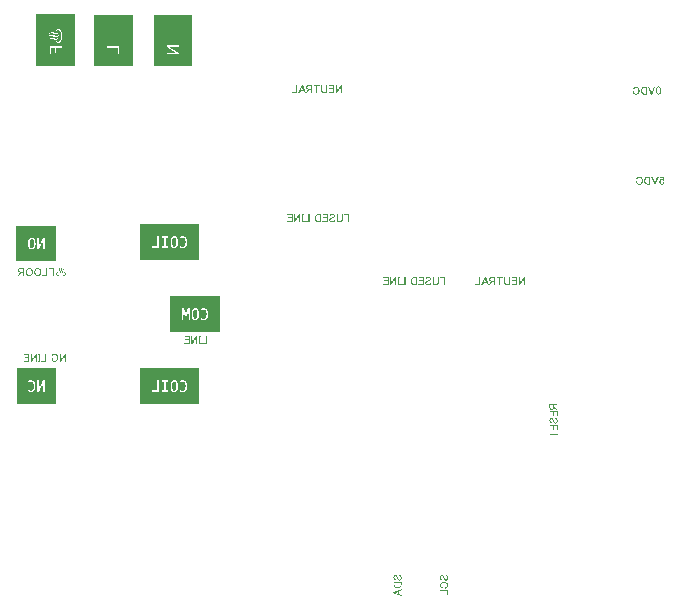
<source format=gbo>
G04 Layer_Color=32896*
%FSAX24Y24*%
%MOIN*%
G70*
G01*
G75*
G36*
X024700Y041304D02*
X024664Y041304D01*
X024664Y041425D01*
X024552Y041425D01*
X024552Y041454D01*
X024664Y041454D01*
X024664Y041541D01*
X024521Y041541D01*
X024521Y041571D01*
X024700Y041571D01*
X024700Y041304D01*
X024700Y041304D02*
G37*
G36*
X023990Y041304D02*
X023810Y041304D01*
X023810Y041334D01*
X023953Y041334D01*
X023953Y041429D01*
X023827Y041429D01*
X023827Y041459D01*
X023953Y041459D01*
X023953Y041541D01*
X023818Y041541D01*
X023818Y041571D01*
X023990Y041571D01*
X023990Y041304D01*
X023990Y041304D02*
G37*
G36*
X031602Y047653D02*
X031575Y047653D01*
X031469Y047923D01*
X031506Y047923D01*
X031589Y047706D01*
X031671Y047923D01*
X031709Y047923D01*
X031602Y047653D01*
X031602Y047653D02*
G37*
G36*
X024483Y041383D02*
X024483Y041376D01*
X024483Y041370D01*
X024481Y041365D01*
X024480Y041359D01*
X024478Y041354D01*
X024476Y041350D01*
X024475Y041345D01*
X024472Y041342D01*
X024470Y041338D01*
X024468Y041335D01*
X024466Y041332D01*
X024465Y041330D01*
X024463Y041329D01*
X024462Y041327D01*
X024462Y041327D01*
X024462Y041326D01*
X024457Y041322D01*
X024451Y041318D01*
X024445Y041315D01*
X024439Y041312D01*
X024432Y041309D01*
X024426Y041307D01*
X024419Y041306D01*
X024413Y041304D01*
X024407Y041304D01*
X024402Y041303D01*
X024397Y041302D01*
X024392Y041302D01*
X024389Y041302D01*
X024386Y041301D01*
X024384Y041301D01*
X024374Y041302D01*
X024365Y041302D01*
X024357Y041304D01*
X024349Y041305D01*
X024342Y041307D01*
X024336Y041309D01*
X024330Y041312D01*
X024325Y041314D01*
X024321Y041316D01*
X024317Y041319D01*
X024313Y041321D01*
X024311Y041322D01*
X024309Y041324D01*
X024307Y041325D01*
X024306Y041326D01*
X024306Y041326D01*
X024302Y041330D01*
X024299Y041335D01*
X024296Y041340D01*
X024293Y041344D01*
X024291Y041349D01*
X024289Y041354D01*
X024288Y041358D01*
X024287Y041363D01*
X024286Y041367D01*
X024285Y041371D01*
X024285Y041374D01*
X024284Y041377D01*
X024284Y041379D01*
X024284Y041381D01*
X024284Y041382D01*
X024284Y041383D01*
X024284Y041571D01*
X024320Y041571D01*
X024320Y041384D01*
X024320Y041380D01*
X024321Y041376D01*
X024322Y041369D01*
X024324Y041363D01*
X024327Y041358D01*
X024329Y041354D01*
X024330Y041352D01*
X024332Y041351D01*
X024332Y041350D01*
X024333Y041349D01*
X024334Y041348D01*
X024334Y041348D01*
X024337Y041345D01*
X024341Y041343D01*
X024345Y041340D01*
X024349Y041338D01*
X024353Y041337D01*
X024357Y041335D01*
X024365Y041333D01*
X024369Y041332D01*
X024372Y041332D01*
X024376Y041332D01*
X024378Y041331D01*
X024381Y041331D01*
X024384Y041331D01*
X024389Y041331D01*
X024395Y041332D01*
X024400Y041333D01*
X024405Y041334D01*
X024410Y041335D01*
X024414Y041337D01*
X024417Y041338D01*
X024421Y041340D01*
X024424Y041341D01*
X024426Y041343D01*
X024429Y041344D01*
X024430Y041345D01*
X024432Y041347D01*
X024433Y041347D01*
X024433Y041348D01*
X024434Y041348D01*
X024436Y041351D01*
X024438Y041354D01*
X024440Y041357D01*
X024442Y041360D01*
X024444Y041366D01*
X024446Y041371D01*
X024447Y041376D01*
X024447Y041378D01*
X024447Y041380D01*
X024448Y041382D01*
X024448Y041383D01*
X024448Y041384D01*
X024448Y041384D01*
X024448Y041571D01*
X024483Y041571D01*
X024483Y041383D01*
X024483Y041383D02*
G37*
G36*
X023763Y041304D02*
X023670Y041304D01*
X023661Y041305D01*
X023653Y041306D01*
X023645Y041307D01*
X023637Y041309D01*
X023630Y041311D01*
X023624Y041314D01*
X023618Y041317D01*
X023613Y041319D01*
X023608Y041322D01*
X023604Y041325D01*
X023600Y041327D01*
X023597Y041329D01*
X023595Y041331D01*
X023593Y041333D01*
X023592Y041334D01*
X023592Y041334D01*
X023586Y041341D01*
X023580Y041349D01*
X023575Y041357D01*
X023571Y041365D01*
X023568Y041374D01*
X023565Y041382D01*
X023563Y041390D01*
X023561Y041398D01*
X023559Y041406D01*
X023558Y041413D01*
X023557Y041419D01*
X023557Y041425D01*
X023557Y041427D01*
X023557Y041429D01*
X023556Y041431D01*
X023556Y041433D01*
X023556Y041434D01*
X023556Y041435D01*
X023556Y041435D01*
X023556Y041435D01*
X023557Y041448D01*
X023558Y041460D01*
X023559Y041470D01*
X023562Y041480D01*
X023564Y041490D01*
X023567Y041498D01*
X023570Y041506D01*
X023573Y041512D01*
X023576Y041519D01*
X023580Y041524D01*
X023582Y041528D01*
X023585Y041532D01*
X023587Y041535D01*
X023589Y041537D01*
X023590Y041538D01*
X023590Y041538D01*
X023597Y041544D01*
X023603Y041549D01*
X023610Y041553D01*
X023617Y041557D01*
X023623Y041560D01*
X023630Y041563D01*
X023636Y041565D01*
X023642Y041567D01*
X023648Y041568D01*
X023653Y041569D01*
X023658Y041570D01*
X023662Y041570D01*
X023665Y041571D01*
X023668Y041571D01*
X023763Y041571D01*
X023763Y041304D01*
X023763Y041304D02*
G37*
G36*
X022814Y041304D02*
X022635Y041304D01*
X022635Y041334D01*
X022778Y041334D01*
X022778Y041429D01*
X022652Y041429D01*
X022652Y041459D01*
X022778Y041459D01*
X022778Y041541D01*
X022643Y041541D01*
X022643Y041571D01*
X022814Y041571D01*
X022814Y041304D01*
X022814Y041304D02*
G37*
G36*
X024146Y041574D02*
X024153Y041573D01*
X024160Y041572D01*
X024167Y041571D01*
X024173Y041569D01*
X024178Y041567D01*
X024183Y041565D01*
X024188Y041563D01*
X024192Y041561D01*
X024195Y041559D01*
X024198Y041557D01*
X024200Y041556D01*
X024202Y041554D01*
X024203Y041553D01*
X024204Y041553D01*
X024204Y041552D01*
X024208Y041548D01*
X024212Y041544D01*
X024215Y041540D01*
X024217Y041535D01*
X024219Y041531D01*
X024221Y041526D01*
X024222Y041522D01*
X024224Y041518D01*
X024224Y041515D01*
X024225Y041511D01*
X024226Y041508D01*
X024226Y041506D01*
X024226Y041504D01*
X024226Y041502D01*
X024226Y041501D01*
X024226Y041501D01*
X024226Y041497D01*
X024226Y041493D01*
X024224Y041485D01*
X024222Y041479D01*
X024219Y041473D01*
X024218Y041471D01*
X024217Y041469D01*
X024216Y041467D01*
X024214Y041466D01*
X024214Y041465D01*
X024213Y041464D01*
X024212Y041464D01*
X024212Y041463D01*
X024209Y041460D01*
X024205Y041457D01*
X024201Y041455D01*
X024198Y041453D01*
X024195Y041452D01*
X024193Y041450D01*
X024191Y041450D01*
X024190Y041450D01*
X024183Y041447D01*
X024176Y041443D01*
X024168Y041440D01*
X024161Y041436D01*
X024158Y041435D01*
X024155Y041434D01*
X024152Y041432D01*
X024150Y041431D01*
X024148Y041430D01*
X024146Y041430D01*
X024145Y041429D01*
X024145Y041429D01*
X024136Y041425D01*
X024128Y041422D01*
X024121Y041419D01*
X024118Y041417D01*
X024116Y041416D01*
X024113Y041415D01*
X024111Y041414D01*
X024109Y041413D01*
X024107Y041412D01*
X024106Y041411D01*
X024106Y041411D01*
X024105Y041411D01*
X024105Y041411D01*
X024099Y041408D01*
X024094Y041405D01*
X024089Y041402D01*
X024086Y041400D01*
X024083Y041398D01*
X024081Y041396D01*
X024080Y041395D01*
X024080Y041395D01*
X024077Y041391D01*
X024074Y041387D01*
X024073Y041383D01*
X024071Y041380D01*
X024071Y041376D01*
X024070Y041374D01*
X024070Y041372D01*
X024070Y041372D01*
X024070Y041371D01*
X024070Y041369D01*
X024071Y041367D01*
X024072Y041362D01*
X024074Y041358D01*
X024076Y041354D01*
X024079Y041351D01*
X024081Y041349D01*
X024082Y041347D01*
X024083Y041347D01*
X024083Y041347D01*
X024086Y041344D01*
X024089Y041342D01*
X024093Y041339D01*
X024097Y041338D01*
X024105Y041335D01*
X024113Y041333D01*
X024116Y041332D01*
X024120Y041332D01*
X024123Y041332D01*
X024126Y041331D01*
X024128Y041331D01*
X024131Y041331D01*
X024138Y041331D01*
X024144Y041332D01*
X024149Y041333D01*
X024155Y041334D01*
X024159Y041335D01*
X024164Y041337D01*
X024168Y041338D01*
X024171Y041340D01*
X024174Y041341D01*
X024177Y041343D01*
X024179Y041344D01*
X024181Y041345D01*
X024182Y041347D01*
X024183Y041347D01*
X024184Y041348D01*
X024184Y041348D01*
X024186Y041351D01*
X024188Y041353D01*
X024191Y041360D01*
X024194Y041366D01*
X024195Y041373D01*
X024196Y041379D01*
X024196Y041382D01*
X024196Y041384D01*
X024197Y041386D01*
X024197Y041388D01*
X024197Y041388D01*
X024197Y041389D01*
X024232Y041389D01*
X024232Y041382D01*
X024232Y041375D01*
X024230Y041369D01*
X024229Y041363D01*
X024228Y041358D01*
X024226Y041353D01*
X024224Y041348D01*
X024222Y041345D01*
X024221Y041341D01*
X024219Y041338D01*
X024217Y041335D01*
X024215Y041333D01*
X024214Y041332D01*
X024213Y041330D01*
X024212Y041330D01*
X024212Y041329D01*
X024207Y041324D01*
X024201Y041320D01*
X024194Y041316D01*
X024188Y041313D01*
X024181Y041311D01*
X024175Y041308D01*
X024168Y041306D01*
X024162Y041305D01*
X024156Y041304D01*
X024150Y041303D01*
X024145Y041302D01*
X024141Y041302D01*
X024138Y041302D01*
X024135Y041301D01*
X024133Y041301D01*
X024123Y041302D01*
X024114Y041302D01*
X024106Y041304D01*
X024098Y041305D01*
X024091Y041307D01*
X024085Y041309D01*
X024080Y041311D01*
X024075Y041313D01*
X024070Y041315D01*
X024067Y041317D01*
X024063Y041319D01*
X024061Y041321D01*
X024059Y041323D01*
X024057Y041324D01*
X024057Y041325D01*
X024056Y041325D01*
X024052Y041329D01*
X024049Y041334D01*
X024046Y041338D01*
X024044Y041342D01*
X024042Y041347D01*
X024040Y041351D01*
X024039Y041355D01*
X024037Y041360D01*
X024037Y041363D01*
X024036Y041367D01*
X024035Y041370D01*
X024035Y041373D01*
X024035Y041375D01*
X024035Y041376D01*
X024035Y041378D01*
X024035Y041378D01*
X024035Y041382D01*
X024035Y041386D01*
X024036Y041390D01*
X024037Y041394D01*
X024040Y041401D01*
X024043Y041407D01*
X024045Y041409D01*
X024046Y041412D01*
X024048Y041414D01*
X024049Y041415D01*
X024050Y041417D01*
X024051Y041417D01*
X024052Y041418D01*
X024052Y041418D01*
X024056Y041422D01*
X024060Y041425D01*
X024064Y041428D01*
X024068Y041430D01*
X024071Y041432D01*
X024073Y041433D01*
X024075Y041434D01*
X024075Y041434D01*
X024075Y041434D01*
X024083Y041438D01*
X024091Y041441D01*
X024099Y041445D01*
X024107Y041448D01*
X024114Y041451D01*
X024121Y041454D01*
X024127Y041457D01*
X024132Y041459D01*
X024138Y041462D01*
X024142Y041464D01*
X024146Y041466D01*
X024150Y041467D01*
X024152Y041468D01*
X024154Y041469D01*
X024155Y041470D01*
X024156Y041470D01*
X024160Y041471D01*
X024163Y041473D01*
X024166Y041474D01*
X024169Y041476D01*
X024174Y041478D01*
X024178Y041481D01*
X024181Y041483D01*
X024183Y041484D01*
X024184Y041485D01*
X024184Y041485D01*
X024186Y041488D01*
X024188Y041491D01*
X024189Y041494D01*
X024189Y041498D01*
X024190Y041501D01*
X024190Y041503D01*
X024190Y041505D01*
X024190Y041505D01*
X024190Y041506D01*
X024190Y041511D01*
X024189Y041516D01*
X024187Y041520D01*
X024185Y041523D01*
X024183Y041526D01*
X024181Y041529D01*
X024180Y041530D01*
X024180Y041530D01*
X024177Y041533D01*
X024174Y041535D01*
X024171Y041536D01*
X024167Y041538D01*
X024160Y041540D01*
X024152Y041541D01*
X024149Y041542D01*
X024145Y041542D01*
X024142Y041543D01*
X024140Y041543D01*
X024137Y041543D01*
X024134Y041543D01*
X024129Y041543D01*
X024124Y041542D01*
X024119Y041542D01*
X024115Y041541D01*
X024111Y041540D01*
X024107Y041539D01*
X024104Y041537D01*
X024101Y041536D01*
X024099Y041535D01*
X024097Y041533D01*
X024095Y041532D01*
X024093Y041531D01*
X024092Y041530D01*
X024091Y041529D01*
X024091Y041529D01*
X024091Y041529D01*
X024088Y041526D01*
X024086Y041524D01*
X024083Y041519D01*
X024081Y041514D01*
X024080Y041509D01*
X024079Y041504D01*
X024078Y041502D01*
X024078Y041501D01*
X024078Y041500D01*
X024078Y041499D01*
X024078Y041498D01*
X024078Y041498D01*
X024042Y041498D01*
X024043Y041503D01*
X024043Y041509D01*
X024044Y041514D01*
X024046Y041518D01*
X024047Y041523D01*
X024049Y041527D01*
X024051Y041531D01*
X024053Y041535D01*
X024055Y041538D01*
X024057Y041541D01*
X024059Y041543D01*
X024061Y041545D01*
X024062Y041547D01*
X024063Y041548D01*
X024064Y041549D01*
X024064Y041549D01*
X024069Y041554D01*
X024075Y041558D01*
X024080Y041561D01*
X024086Y041564D01*
X024092Y041566D01*
X024098Y041568D01*
X024104Y041570D01*
X024110Y041571D01*
X024116Y041572D01*
X024121Y041573D01*
X024125Y041573D01*
X024129Y041574D01*
X024133Y041574D01*
X024135Y041574D01*
X024137Y041574D01*
X024146Y041574D01*
X024146Y041574D02*
G37*
G36*
X023378Y041304D02*
X023199Y041304D01*
X023199Y041334D01*
X023343Y041334D01*
X023343Y041571D01*
X023378Y041571D01*
X023378Y041304D01*
X023378Y041304D02*
G37*
G36*
X023181Y041537D02*
X023163Y041537D01*
X023163Y041339D01*
X023181Y041339D01*
X023181Y041304D01*
X023111Y041304D01*
X023111Y041339D01*
X023128Y041339D01*
X023128Y041537D01*
X023111Y041537D01*
X023111Y041571D01*
X023181Y041571D01*
X023181Y041537D01*
X023181Y041537D02*
G37*
G36*
X023068Y041304D02*
X023033Y041304D01*
X023033Y041515D01*
X022908Y041304D01*
X022869Y041304D01*
X022869Y041571D01*
X022905Y041571D01*
X022905Y041361D01*
X023030Y041571D01*
X023068Y041571D01*
X023068Y041304D01*
X023068Y041304D02*
G37*
G36*
X012013Y041739D02*
X012019Y041735D01*
X012024Y041732D01*
X012028Y041728D01*
X012031Y041724D01*
X012034Y041721D01*
X012034Y041720D01*
X012035Y041719D01*
X012036Y041719D01*
X012036Y041718D01*
X012038Y041714D01*
X012041Y041711D01*
X012043Y041707D01*
X012044Y041703D01*
X012047Y041697D01*
X012048Y041691D01*
X012049Y041689D01*
X012049Y041687D01*
X012049Y041685D01*
X012050Y041684D01*
X012050Y041683D01*
X012050Y041682D01*
X012050Y041681D01*
X012050Y041681D01*
X012050Y041677D01*
X012049Y041674D01*
X012048Y041667D01*
X012045Y041660D01*
X012042Y041654D01*
X012038Y041649D01*
X012034Y041643D01*
X012030Y041639D01*
X012025Y041634D01*
X012020Y041630D01*
X012016Y041627D01*
X012012Y041624D01*
X012008Y041621D01*
X012005Y041619D01*
X012002Y041618D01*
X012001Y041617D01*
X012000Y041617D01*
X011991Y041613D01*
X011982Y041609D01*
X011972Y041606D01*
X011962Y041604D01*
X011952Y041602D01*
X011943Y041600D01*
X011933Y041599D01*
X011924Y041598D01*
X011916Y041597D01*
X011908Y041596D01*
X011901Y041596D01*
X011895Y041596D01*
X011883Y041596D01*
X011873Y041596D01*
X011864Y041597D01*
X011854Y041598D01*
X011845Y041599D01*
X011837Y041601D01*
X011829Y041603D01*
X011822Y041605D01*
X011815Y041607D01*
X011809Y041609D01*
X011804Y041611D01*
X011799Y041612D01*
X011795Y041614D01*
X011792Y041615D01*
X011790Y041616D01*
X011789Y041617D01*
X011788Y041617D01*
X011780Y041621D01*
X011774Y041625D01*
X011767Y041630D01*
X011762Y041635D01*
X011758Y041639D01*
X011754Y041644D01*
X011751Y041648D01*
X011748Y041652D01*
X011746Y041656D01*
X011744Y041660D01*
X011743Y041663D01*
X011741Y041666D01*
X011741Y041668D01*
X011740Y041670D01*
X011740Y041671D01*
X011740Y041671D01*
X011739Y041676D01*
X011739Y041680D01*
X011740Y041684D01*
X011741Y041689D01*
X011743Y041697D01*
X011745Y041704D01*
X011746Y041707D01*
X011748Y041710D01*
X011749Y041712D01*
X011750Y041714D01*
X011751Y041716D01*
X011752Y041717D01*
X011752Y041718D01*
X011753Y041718D01*
X011757Y041724D01*
X011762Y041729D01*
X011767Y041733D01*
X011771Y041736D01*
X011775Y041739D01*
X011778Y041740D01*
X011779Y041741D01*
X011780Y041741D01*
X011780Y041742D01*
X011784Y041742D01*
X011785Y041741D01*
X011787Y041741D01*
X011789Y041739D01*
X011790Y041738D01*
X011790Y041737D01*
X011790Y041737D01*
X011790Y041736D01*
X011789Y041735D01*
X011788Y041733D01*
X011787Y041731D01*
X011787Y041731D01*
X011787Y041731D01*
X011781Y041725D01*
X011779Y041722D01*
X011777Y041719D01*
X011775Y041717D01*
X011774Y041715D01*
X011773Y041714D01*
X011773Y041714D01*
X011770Y041708D01*
X011767Y041703D01*
X011766Y041698D01*
X011764Y041695D01*
X011764Y041691D01*
X011763Y041689D01*
X011763Y041688D01*
X011763Y041687D01*
X011764Y041681D01*
X011765Y041676D01*
X011767Y041671D01*
X011769Y041666D01*
X011772Y041662D01*
X011775Y041658D01*
X011778Y041655D01*
X011781Y041651D01*
X011784Y041648D01*
X011788Y041646D01*
X011791Y041644D01*
X011794Y041642D01*
X011796Y041640D01*
X011797Y041640D01*
X011799Y041639D01*
X011799Y041639D01*
X011806Y041635D01*
X011814Y041632D01*
X011822Y041630D01*
X011830Y041627D01*
X011839Y041625D01*
X011848Y041624D01*
X011856Y041623D01*
X011864Y041622D01*
X011872Y041621D01*
X011879Y041621D01*
X011885Y041620D01*
X011891Y041620D01*
X011902Y041620D01*
X011912Y041620D01*
X011921Y041621D01*
X011930Y041622D01*
X011938Y041623D01*
X011946Y041625D01*
X011953Y041626D01*
X011959Y041628D01*
X011966Y041630D01*
X011971Y041631D01*
X011976Y041633D01*
X011980Y041634D01*
X011983Y041636D01*
X011986Y041637D01*
X011988Y041638D01*
X011989Y041638D01*
X011989Y041639D01*
X011996Y041642D01*
X012001Y041646D01*
X012006Y041650D01*
X012010Y041654D01*
X012013Y041658D01*
X012016Y041662D01*
X012019Y041666D01*
X012021Y041670D01*
X012022Y041673D01*
X012023Y041676D01*
X012024Y041680D01*
X012025Y041682D01*
X012025Y041684D01*
X012025Y041686D01*
X012025Y041687D01*
X012025Y041687D01*
X012025Y041692D01*
X012024Y041697D01*
X012022Y041702D01*
X012020Y041706D01*
X012019Y041710D01*
X012017Y041713D01*
X012016Y041714D01*
X012016Y041715D01*
X012016Y041715D01*
X012016Y041715D01*
X012013Y041719D01*
X012010Y041722D01*
X012008Y041724D01*
X012006Y041727D01*
X012004Y041728D01*
X012003Y041730D01*
X012002Y041730D01*
X012002Y041731D01*
X012000Y041732D01*
X011999Y041733D01*
X011999Y041734D01*
X011998Y041735D01*
X011998Y041737D01*
X011998Y041737D01*
X011998Y041737D01*
X011999Y041739D01*
X012000Y041740D01*
X012000Y041740D01*
X012002Y041741D01*
X012003Y041741D01*
X012004Y041742D01*
X012008Y041742D01*
X012013Y041739D01*
X012013Y041739D02*
G37*
G36*
X023246Y031313D02*
X023245Y031305D01*
X023244Y031296D01*
X023243Y031288D01*
X023241Y031281D01*
X023239Y031274D01*
X023236Y031268D01*
X023233Y031262D01*
X023231Y031256D01*
X023228Y031252D01*
X023225Y031248D01*
X023223Y031244D01*
X023221Y031241D01*
X023219Y031239D01*
X023217Y031237D01*
X023216Y031236D01*
X023216Y031236D01*
X023209Y031229D01*
X023201Y031224D01*
X023193Y031219D01*
X023185Y031215D01*
X023176Y031212D01*
X023168Y031208D01*
X023160Y031206D01*
X023152Y031204D01*
X023144Y031203D01*
X023137Y031202D01*
X023131Y031201D01*
X023125Y031200D01*
X023123Y031200D01*
X023121Y031200D01*
X023119Y031200D01*
X023115Y031200D01*
X023102Y031200D01*
X023090Y031201D01*
X023080Y031203D01*
X023070Y031205D01*
X023060Y031208D01*
X023052Y031211D01*
X023044Y031214D01*
X023038Y031217D01*
X023031Y031220D01*
X023026Y031223D01*
X023022Y031226D01*
X023018Y031229D01*
X023015Y031231D01*
X023013Y031233D01*
X023012Y031234D01*
X023012Y031234D01*
X023006Y031240D01*
X023001Y031247D01*
X022997Y031254D01*
X022993Y031260D01*
X022990Y031267D01*
X022987Y031274D01*
X022985Y031280D01*
X022983Y031286D01*
X022982Y031292D01*
X022981Y031297D01*
X022980Y031302D01*
X022980Y031306D01*
X022979Y031309D01*
X022979Y031312D01*
X022979Y031313D01*
X022979Y031313D01*
X022979Y031407D01*
X023246Y031407D01*
X023246Y031313D01*
X023246Y031313D02*
G37*
G36*
X028209Y036342D02*
X028446Y036342D01*
X028446Y036306D01*
X028209Y036306D01*
X028209Y036217D01*
X028179Y036217D01*
X028179Y036431D01*
X028209Y036431D01*
X028209Y036342D01*
X028209Y036342D02*
G37*
G36*
X023168Y031650D02*
X023175Y031649D01*
X023181Y031648D01*
X023187Y031647D01*
X023192Y031645D01*
X023197Y031644D01*
X023202Y031642D01*
X023205Y031640D01*
X023209Y031638D01*
X023212Y031636D01*
X023215Y031634D01*
X023217Y031633D01*
X023218Y031632D01*
X023220Y031631D01*
X023220Y031630D01*
X023221Y031630D01*
X023226Y031624D01*
X023230Y031618D01*
X023234Y031612D01*
X023237Y031606D01*
X023239Y031599D01*
X023242Y031592D01*
X023244Y031586D01*
X023245Y031580D01*
X023246Y031574D01*
X023247Y031568D01*
X023248Y031563D01*
X023248Y031559D01*
X023248Y031555D01*
X023249Y031553D01*
X023249Y031551D01*
X023249Y031551D01*
X023249Y031550D01*
X023248Y031541D01*
X023248Y031532D01*
X023246Y031524D01*
X023245Y031516D01*
X023243Y031509D01*
X023241Y031503D01*
X023239Y031497D01*
X023237Y031492D01*
X023235Y031488D01*
X023233Y031484D01*
X023231Y031481D01*
X023229Y031478D01*
X023227Y031476D01*
X023226Y031475D01*
X023225Y031474D01*
X023225Y031474D01*
X023221Y031470D01*
X023216Y031467D01*
X023212Y031464D01*
X023208Y031461D01*
X023203Y031459D01*
X023199Y031457D01*
X023195Y031456D01*
X023190Y031455D01*
X023187Y031454D01*
X023183Y031453D01*
X023180Y031453D01*
X023177Y031453D01*
X023175Y031452D01*
X023172Y031452D01*
X023168Y031453D01*
X023164Y031453D01*
X023160Y031454D01*
X023156Y031455D01*
X023149Y031458D01*
X023143Y031461D01*
X023141Y031462D01*
X023138Y031464D01*
X023136Y031466D01*
X023135Y031467D01*
X023133Y031468D01*
X023133Y031469D01*
X023132Y031469D01*
X023132Y031469D01*
X023128Y031474D01*
X023125Y031478D01*
X023122Y031482D01*
X023120Y031485D01*
X023118Y031488D01*
X023117Y031490D01*
X023116Y031492D01*
X023116Y031492D01*
X023116Y031493D01*
X023112Y031501D01*
X023109Y031509D01*
X023105Y031517D01*
X023102Y031524D01*
X023099Y031531D01*
X023096Y031538D01*
X023093Y031544D01*
X023091Y031550D01*
X023088Y031555D01*
X023086Y031560D01*
X023084Y031564D01*
X023083Y031567D01*
X023082Y031570D01*
X023081Y031572D01*
X023080Y031573D01*
X023080Y031574D01*
X023079Y031577D01*
X023077Y031581D01*
X023076Y031584D01*
X023074Y031587D01*
X023072Y031592D01*
X023069Y031595D01*
X023067Y031598D01*
X023066Y031600D01*
X023065Y031602D01*
X023065Y031602D01*
X023062Y031604D01*
X023059Y031605D01*
X023056Y031607D01*
X023052Y031607D01*
X023049Y031608D01*
X023047Y031608D01*
X023044Y031608D01*
X023039Y031607D01*
X023034Y031606D01*
X023030Y031605D01*
X023027Y031602D01*
X023024Y031600D01*
X023021Y031599D01*
X023020Y031598D01*
X023020Y031597D01*
X023017Y031595D01*
X023015Y031592D01*
X023014Y031588D01*
X023012Y031585D01*
X023010Y031577D01*
X023009Y031570D01*
X023008Y031566D01*
X023008Y031563D01*
X023007Y031560D01*
X023007Y031557D01*
X023007Y031555D01*
X023007Y031553D01*
X023007Y031552D01*
X023007Y031552D01*
X023007Y031547D01*
X023008Y031541D01*
X023008Y031537D01*
X023009Y031533D01*
X023010Y031529D01*
X023012Y031525D01*
X023013Y031522D01*
X023014Y031519D01*
X023015Y031516D01*
X023017Y031514D01*
X023018Y031512D01*
X023019Y031511D01*
X023020Y031510D01*
X023021Y031509D01*
X023021Y031508D01*
X023021Y031508D01*
X023024Y031506D01*
X023026Y031504D01*
X023031Y031501D01*
X023036Y031499D01*
X023041Y031497D01*
X023046Y031496D01*
X023048Y031496D01*
X023049Y031496D01*
X023050Y031496D01*
X023052Y031496D01*
X023052Y031460D01*
X023047Y031460D01*
X023041Y031461D01*
X023036Y031462D01*
X023032Y031463D01*
X023027Y031465D01*
X023023Y031467D01*
X023019Y031469D01*
X023015Y031471D01*
X023012Y031473D01*
X023009Y031475D01*
X023007Y031477D01*
X023005Y031479D01*
X023003Y031480D01*
X023002Y031481D01*
X023001Y031482D01*
X023001Y031482D01*
X022996Y031487D01*
X022992Y031492D01*
X022989Y031498D01*
X022986Y031504D01*
X022984Y031510D01*
X022982Y031516D01*
X022980Y031522D01*
X022979Y031528D01*
X022978Y031533D01*
X022977Y031538D01*
X022977Y031543D01*
X022976Y031547D01*
X022976Y031550D01*
X022976Y031553D01*
X022976Y031554D01*
X022976Y031555D01*
X022976Y031555D01*
X022976Y031563D01*
X022977Y031571D01*
X022978Y031578D01*
X022979Y031585D01*
X022981Y031590D01*
X022983Y031596D01*
X022985Y031601D01*
X022987Y031605D01*
X022989Y031609D01*
X022991Y031613D01*
X022993Y031616D01*
X022994Y031618D01*
X022996Y031620D01*
X022997Y031621D01*
X022997Y031622D01*
X022998Y031622D01*
X023002Y031626D01*
X023006Y031629D01*
X023010Y031632D01*
X023015Y031635D01*
X023019Y031637D01*
X023024Y031639D01*
X023028Y031640D01*
X023032Y031641D01*
X023035Y031642D01*
X023039Y031643D01*
X023042Y031643D01*
X023044Y031644D01*
X023046Y031644D01*
X023048Y031644D01*
X023049Y031644D01*
X023053Y031644D01*
X023057Y031643D01*
X023065Y031642D01*
X023071Y031639D01*
X023077Y031637D01*
X023079Y031636D01*
X023081Y031634D01*
X023083Y031633D01*
X023084Y031632D01*
X023085Y031631D01*
X023086Y031630D01*
X023086Y031630D01*
X023087Y031630D01*
X023090Y031626D01*
X023093Y031622D01*
X023095Y031619D01*
X023097Y031615D01*
X023098Y031612D01*
X023100Y031610D01*
X023100Y031608D01*
X023100Y031608D01*
X023103Y031601D01*
X023107Y031593D01*
X023110Y031586D01*
X023114Y031579D01*
X023115Y031575D01*
X023116Y031572D01*
X023118Y031570D01*
X023119Y031567D01*
X023120Y031566D01*
X023120Y031564D01*
X023121Y031563D01*
X023121Y031563D01*
X023125Y031554D01*
X023128Y031546D01*
X023131Y031539D01*
X023133Y031536D01*
X023134Y031533D01*
X023135Y031531D01*
X023136Y031528D01*
X023137Y031527D01*
X023138Y031525D01*
X023139Y031524D01*
X023139Y031523D01*
X023139Y031523D01*
X023139Y031522D01*
X023142Y031516D01*
X023145Y031511D01*
X023148Y031507D01*
X023150Y031503D01*
X023152Y031501D01*
X023154Y031499D01*
X023155Y031498D01*
X023155Y031497D01*
X023159Y031494D01*
X023163Y031492D01*
X023167Y031490D01*
X023170Y031489D01*
X023174Y031489D01*
X023176Y031488D01*
X023181Y031488D01*
X023183Y031489D01*
X023188Y031490D01*
X023192Y031492D01*
X023196Y031494D01*
X023199Y031497D01*
X023201Y031498D01*
X023203Y031500D01*
X023203Y031500D01*
X023203Y031500D01*
X023206Y031503D01*
X023208Y031507D01*
X023211Y031511D01*
X023212Y031515D01*
X023215Y031523D01*
X023217Y031530D01*
X023218Y031534D01*
X023218Y031538D01*
X023218Y031541D01*
X023219Y031543D01*
X023219Y031546D01*
X023219Y031547D01*
X023219Y031548D01*
X023219Y031549D01*
X023219Y031555D01*
X023218Y031561D01*
X023217Y031567D01*
X023216Y031572D01*
X023215Y031577D01*
X023213Y031581D01*
X023212Y031585D01*
X023210Y031589D01*
X023209Y031592D01*
X023207Y031594D01*
X023206Y031597D01*
X023205Y031598D01*
X023203Y031600D01*
X023203Y031601D01*
X023202Y031602D01*
X023202Y031602D01*
X023199Y031604D01*
X023197Y031606D01*
X023190Y031609D01*
X023184Y031611D01*
X023177Y031613D01*
X023171Y031614D01*
X023168Y031614D01*
X023166Y031614D01*
X023164Y031614D01*
X023161Y031614D01*
X023161Y031650D01*
X023168Y031650D01*
X023168Y031650D02*
G37*
G36*
X010846Y041874D02*
X010855Y041873D01*
X010862Y041871D01*
X010870Y041869D01*
X010877Y041866D01*
X010884Y041864D01*
X010890Y041861D01*
X010895Y041858D01*
X010900Y041855D01*
X010905Y041852D01*
X010908Y041849D01*
X010912Y041847D01*
X010914Y041844D01*
X010916Y041843D01*
X010917Y041842D01*
X010917Y041841D01*
X010924Y041834D01*
X010930Y041826D01*
X010935Y041818D01*
X010939Y041809D01*
X010943Y041801D01*
X010946Y041792D01*
X010948Y041784D01*
X010950Y041776D01*
X010952Y041768D01*
X010953Y041761D01*
X010954Y041755D01*
X010954Y041749D01*
X010954Y041747D01*
X010954Y041745D01*
X010954Y041743D01*
X010955Y041741D01*
X010955Y041740D01*
X010955Y041739D01*
X010955Y041739D01*
X010955Y041739D01*
X010954Y041727D01*
X010953Y041715D01*
X010951Y041705D01*
X010949Y041695D01*
X010946Y041686D01*
X010943Y041677D01*
X010940Y041670D01*
X010936Y041663D01*
X010933Y041657D01*
X010929Y041651D01*
X010926Y041647D01*
X010923Y041643D01*
X010921Y041640D01*
X010919Y041637D01*
X010918Y041636D01*
X010917Y041636D01*
X010911Y041630D01*
X010905Y041625D01*
X010898Y041620D01*
X010891Y041617D01*
X010884Y041614D01*
X010878Y041611D01*
X010871Y041609D01*
X010865Y041607D01*
X010860Y041606D01*
X010854Y041605D01*
X010850Y041604D01*
X010846Y041604D01*
X010842Y041603D01*
X010840Y041603D01*
X010838Y041603D01*
X010829Y041603D01*
X010821Y041604D01*
X010813Y041606D01*
X010806Y041608D01*
X010799Y041611D01*
X010792Y041613D01*
X010786Y041616D01*
X010781Y041619D01*
X010776Y041622D01*
X010771Y041625D01*
X010767Y041628D01*
X010764Y041631D01*
X010762Y041633D01*
X010760Y041634D01*
X010759Y041635D01*
X010758Y041636D01*
X010752Y041643D01*
X010746Y041651D01*
X010741Y041659D01*
X010737Y041668D01*
X010733Y041676D01*
X010730Y041685D01*
X010728Y041693D01*
X010726Y041701D01*
X010724Y041709D01*
X010723Y041716D01*
X010722Y041722D01*
X010722Y041728D01*
X010721Y041730D01*
X010721Y041732D01*
X010721Y041734D01*
X010721Y041736D01*
X010721Y041737D01*
X010721Y041738D01*
X010721Y041738D01*
X010721Y041739D01*
X010721Y041750D01*
X010723Y041762D01*
X010724Y041772D01*
X010727Y041782D01*
X010730Y041791D01*
X010733Y041800D01*
X010736Y041807D01*
X010740Y041814D01*
X010743Y041820D01*
X010746Y041826D01*
X010750Y041831D01*
X010753Y041834D01*
X010755Y041837D01*
X010757Y041840D01*
X010758Y041841D01*
X010758Y041841D01*
X010765Y041847D01*
X010771Y041852D01*
X010778Y041856D01*
X010785Y041860D01*
X010791Y041863D01*
X010798Y041866D01*
X010804Y041868D01*
X010810Y041870D01*
X010816Y041871D01*
X010821Y041873D01*
X010826Y041873D01*
X010830Y041874D01*
X010833Y041874D01*
X010836Y041874D01*
X010838Y041874D01*
X010846Y041874D01*
X010846Y041874D02*
G37*
G36*
X024675Y031411D02*
X024687Y031410D01*
X024698Y031408D01*
X024708Y031406D01*
X024717Y031403D01*
X024726Y031399D01*
X024734Y031396D01*
X024741Y031392D01*
X024747Y031389D01*
X024753Y031385D01*
X024758Y031382D01*
X024762Y031379D01*
X024765Y031376D01*
X024767Y031374D01*
X024768Y031373D01*
X024769Y031373D01*
X024774Y031367D01*
X024779Y031361D01*
X024783Y031355D01*
X024786Y031348D01*
X024789Y031342D01*
X024791Y031336D01*
X024793Y031329D01*
X024795Y031323D01*
X024796Y031318D01*
X024797Y031313D01*
X024798Y031308D01*
X024798Y031304D01*
X024798Y031301D01*
X024799Y031298D01*
X024799Y031297D01*
X024799Y031296D01*
X024798Y031287D01*
X024798Y031279D01*
X024796Y031271D01*
X024794Y031263D01*
X024793Y031256D01*
X024790Y031250D01*
X024788Y031244D01*
X024785Y031239D01*
X024783Y031235D01*
X024780Y031231D01*
X024778Y031228D01*
X024776Y031225D01*
X024775Y031223D01*
X024773Y031221D01*
X024772Y031220D01*
X024772Y031220D01*
X024766Y031215D01*
X024760Y031210D01*
X024753Y031206D01*
X024747Y031203D01*
X024740Y031200D01*
X024733Y031197D01*
X024726Y031195D01*
X024720Y031193D01*
X024714Y031192D01*
X024708Y031191D01*
X024703Y031190D01*
X024698Y031190D01*
X024694Y031189D01*
X024692Y031189D01*
X024689Y031189D01*
X024689Y031226D01*
X024697Y031226D01*
X024704Y031227D01*
X024710Y031228D01*
X024716Y031230D01*
X024722Y031231D01*
X024727Y031233D01*
X024732Y031235D01*
X024736Y031237D01*
X024740Y031239D01*
X024743Y031241D01*
X024745Y031243D01*
X024748Y031245D01*
X024750Y031246D01*
X024751Y031247D01*
X024752Y031248D01*
X024752Y031248D01*
X024755Y031251D01*
X024757Y031255D01*
X024760Y031259D01*
X024762Y031263D01*
X024763Y031267D01*
X024765Y031271D01*
X024767Y031279D01*
X024768Y031282D01*
X024768Y031285D01*
X024768Y031289D01*
X024769Y031291D01*
X024769Y031293D01*
X024769Y031295D01*
X024769Y031296D01*
X024769Y031296D01*
X024769Y031302D01*
X024768Y031307D01*
X024767Y031312D01*
X024766Y031316D01*
X024764Y031321D01*
X024763Y031325D01*
X024761Y031329D01*
X024759Y031332D01*
X024757Y031335D01*
X024755Y031338D01*
X024753Y031341D01*
X024752Y031343D01*
X024751Y031344D01*
X024750Y031345D01*
X024749Y031346D01*
X024749Y031346D01*
X024743Y031351D01*
X024737Y031356D01*
X024730Y031359D01*
X024724Y031362D01*
X024716Y031365D01*
X024709Y031367D01*
X024702Y031369D01*
X024695Y031371D01*
X024689Y031372D01*
X024683Y031373D01*
X024677Y031374D01*
X024672Y031374D01*
X024668Y031374D01*
X024665Y031374D01*
X024663Y031374D01*
X024652Y031374D01*
X024643Y031373D01*
X024634Y031372D01*
X024625Y031370D01*
X024617Y031368D01*
X024611Y031366D01*
X024604Y031363D01*
X024598Y031360D01*
X024593Y031357D01*
X024589Y031355D01*
X024586Y031353D01*
X024583Y031351D01*
X024580Y031349D01*
X024579Y031347D01*
X024578Y031346D01*
X024577Y031346D01*
X024573Y031342D01*
X024570Y031338D01*
X024567Y031333D01*
X024565Y031329D01*
X024563Y031325D01*
X024561Y031321D01*
X024559Y031317D01*
X024558Y031313D01*
X024557Y031310D01*
X024557Y031306D01*
X024556Y031303D01*
X024556Y031301D01*
X024555Y031299D01*
X024555Y031298D01*
X024555Y031297D01*
X024555Y031296D01*
X024556Y031291D01*
X024556Y031287D01*
X024557Y031282D01*
X024558Y031278D01*
X024561Y031271D01*
X024563Y031267D01*
X024565Y031264D01*
X024566Y031261D01*
X024568Y031258D01*
X024570Y031256D01*
X024571Y031254D01*
X024573Y031253D01*
X024573Y031252D01*
X024574Y031251D01*
X024574Y031251D01*
X024578Y031248D01*
X024581Y031245D01*
X024585Y031243D01*
X024589Y031241D01*
X024598Y031237D01*
X024606Y031235D01*
X024609Y031234D01*
X024613Y031233D01*
X024616Y031232D01*
X024619Y031232D01*
X024621Y031231D01*
X024623Y031231D01*
X024624Y031231D01*
X024624Y031231D01*
X024624Y031193D01*
X024616Y031194D01*
X024608Y031195D01*
X024601Y031197D01*
X024594Y031199D01*
X024588Y031201D01*
X024582Y031203D01*
X024577Y031206D01*
X024572Y031209D01*
X024567Y031212D01*
X024563Y031214D01*
X024560Y031216D01*
X024557Y031219D01*
X024555Y031221D01*
X024554Y031222D01*
X024553Y031223D01*
X024552Y031223D01*
X024548Y031228D01*
X024543Y031234D01*
X024540Y031240D01*
X024537Y031246D01*
X024534Y031252D01*
X024532Y031258D01*
X024530Y031264D01*
X024529Y031270D01*
X024528Y031275D01*
X024527Y031280D01*
X024527Y031285D01*
X024526Y031289D01*
X024526Y031292D01*
X024526Y031294D01*
X024526Y031296D01*
X024526Y031296D01*
X024526Y031305D01*
X024527Y031313D01*
X024529Y031321D01*
X024530Y031328D01*
X024533Y031335D01*
X024535Y031341D01*
X024538Y031347D01*
X024540Y031352D01*
X024543Y031357D01*
X024546Y031361D01*
X024548Y031364D01*
X024551Y031367D01*
X024553Y031370D01*
X024554Y031371D01*
X024555Y031372D01*
X024555Y031373D01*
X024563Y031380D01*
X024571Y031386D01*
X024580Y031391D01*
X024589Y031395D01*
X024598Y031399D01*
X024607Y031402D01*
X024615Y031405D01*
X024624Y031407D01*
X024632Y031408D01*
X024639Y031410D01*
X024646Y031411D01*
X024652Y031411D01*
X024654Y031411D01*
X024656Y031411D01*
X024658Y031411D01*
X024660Y031412D01*
X024663Y031412D01*
X024675Y031411D01*
X024675Y031411D02*
G37*
G36*
X024796Y030958D02*
X024766Y030958D01*
X024766Y031102D01*
X024529Y031102D01*
X024529Y031138D01*
X024796Y031138D01*
X024796Y030958D01*
X024796Y030958D02*
G37*
G36*
X023246Y031133D02*
X023164Y031100D01*
X023164Y030997D01*
X023246Y030964D01*
X023246Y030927D01*
X022976Y031033D01*
X022976Y031064D01*
X023246Y031170D01*
X023246Y031133D01*
X023246Y031133D02*
G37*
G36*
X024718Y031650D02*
X024725Y031649D01*
X024731Y031648D01*
X024737Y031647D01*
X024742Y031645D01*
X024747Y031644D01*
X024752Y031642D01*
X024755Y031640D01*
X024759Y031638D01*
X024762Y031636D01*
X024765Y031634D01*
X024767Y031633D01*
X024768Y031632D01*
X024770Y031631D01*
X024770Y031630D01*
X024771Y031630D01*
X024776Y031624D01*
X024780Y031618D01*
X024784Y031612D01*
X024787Y031606D01*
X024789Y031599D01*
X024792Y031592D01*
X024794Y031586D01*
X024795Y031580D01*
X024796Y031574D01*
X024797Y031568D01*
X024798Y031563D01*
X024798Y031559D01*
X024798Y031555D01*
X024799Y031553D01*
X024799Y031551D01*
X024799Y031551D01*
X024799Y031550D01*
X024798Y031541D01*
X024798Y031532D01*
X024796Y031524D01*
X024795Y031516D01*
X024793Y031509D01*
X024791Y031503D01*
X024789Y031497D01*
X024787Y031492D01*
X024785Y031488D01*
X024783Y031484D01*
X024781Y031481D01*
X024779Y031478D01*
X024777Y031476D01*
X024776Y031475D01*
X024775Y031474D01*
X024775Y031474D01*
X024771Y031470D01*
X024766Y031467D01*
X024762Y031464D01*
X024758Y031461D01*
X024753Y031459D01*
X024749Y031457D01*
X024745Y031456D01*
X024740Y031455D01*
X024737Y031454D01*
X024733Y031453D01*
X024730Y031453D01*
X024727Y031453D01*
X024725Y031452D01*
X024722Y031452D01*
X024718Y031453D01*
X024714Y031453D01*
X024710Y031454D01*
X024706Y031455D01*
X024699Y031458D01*
X024693Y031461D01*
X024691Y031462D01*
X024688Y031464D01*
X024686Y031466D01*
X024685Y031467D01*
X024683Y031468D01*
X024683Y031469D01*
X024682Y031469D01*
X024682Y031469D01*
X024678Y031474D01*
X024675Y031478D01*
X024672Y031482D01*
X024670Y031485D01*
X024668Y031488D01*
X024667Y031490D01*
X024666Y031492D01*
X024666Y031492D01*
X024666Y031493D01*
X024662Y031501D01*
X024659Y031509D01*
X024655Y031517D01*
X024652Y031524D01*
X024649Y031531D01*
X024646Y031538D01*
X024643Y031544D01*
X024641Y031550D01*
X024638Y031555D01*
X024636Y031560D01*
X024634Y031564D01*
X024633Y031567D01*
X024632Y031570D01*
X024631Y031572D01*
X024630Y031573D01*
X024630Y031574D01*
X024629Y031577D01*
X024627Y031581D01*
X024626Y031584D01*
X024624Y031587D01*
X024622Y031592D01*
X024619Y031595D01*
X024617Y031598D01*
X024616Y031600D01*
X024615Y031602D01*
X024615Y031602D01*
X024612Y031604D01*
X024609Y031605D01*
X024606Y031607D01*
X024602Y031607D01*
X024599Y031608D01*
X024597Y031608D01*
X024594Y031608D01*
X024589Y031607D01*
X024584Y031606D01*
X024580Y031605D01*
X024577Y031602D01*
X024574Y031600D01*
X024571Y031599D01*
X024570Y031598D01*
X024570Y031597D01*
X024567Y031595D01*
X024565Y031592D01*
X024564Y031588D01*
X024562Y031585D01*
X024560Y031577D01*
X024559Y031570D01*
X024558Y031566D01*
X024558Y031563D01*
X024557Y031560D01*
X024557Y031557D01*
X024557Y031555D01*
X024557Y031553D01*
X024557Y031552D01*
X024557Y031552D01*
X024557Y031547D01*
X024558Y031541D01*
X024558Y031537D01*
X024559Y031533D01*
X024560Y031529D01*
X024562Y031525D01*
X024563Y031522D01*
X024564Y031519D01*
X024565Y031516D01*
X024567Y031514D01*
X024568Y031512D01*
X024569Y031511D01*
X024570Y031510D01*
X024571Y031509D01*
X024571Y031508D01*
X024571Y031508D01*
X024574Y031506D01*
X024576Y031504D01*
X024581Y031501D01*
X024586Y031499D01*
X024591Y031497D01*
X024596Y031496D01*
X024598Y031496D01*
X024599Y031496D01*
X024600Y031496D01*
X024602Y031496D01*
X024602Y031460D01*
X024597Y031460D01*
X024591Y031461D01*
X024586Y031462D01*
X024582Y031463D01*
X024577Y031465D01*
X024573Y031467D01*
X024569Y031469D01*
X024565Y031471D01*
X024562Y031473D01*
X024559Y031475D01*
X024557Y031477D01*
X024555Y031479D01*
X024553Y031480D01*
X024552Y031481D01*
X024551Y031482D01*
X024551Y031482D01*
X024546Y031487D01*
X024542Y031492D01*
X024539Y031498D01*
X024536Y031504D01*
X024534Y031510D01*
X024532Y031516D01*
X024530Y031522D01*
X024529Y031528D01*
X024528Y031533D01*
X024527Y031538D01*
X024527Y031543D01*
X024526Y031547D01*
X024526Y031550D01*
X024526Y031553D01*
X024526Y031554D01*
X024526Y031555D01*
X024526Y031555D01*
X024526Y031563D01*
X024527Y031571D01*
X024528Y031578D01*
X024529Y031585D01*
X024531Y031590D01*
X024533Y031596D01*
X024535Y031601D01*
X024537Y031605D01*
X024539Y031609D01*
X024541Y031613D01*
X024543Y031616D01*
X024544Y031618D01*
X024546Y031620D01*
X024547Y031621D01*
X024547Y031622D01*
X024548Y031622D01*
X024552Y031626D01*
X024556Y031629D01*
X024560Y031632D01*
X024565Y031635D01*
X024569Y031637D01*
X024574Y031639D01*
X024578Y031640D01*
X024582Y031641D01*
X024585Y031642D01*
X024589Y031643D01*
X024592Y031643D01*
X024594Y031644D01*
X024596Y031644D01*
X024598Y031644D01*
X024599Y031644D01*
X024603Y031644D01*
X024607Y031643D01*
X024615Y031642D01*
X024621Y031639D01*
X024627Y031637D01*
X024629Y031636D01*
X024631Y031634D01*
X024633Y031633D01*
X024634Y031632D01*
X024635Y031631D01*
X024636Y031630D01*
X024636Y031630D01*
X024637Y031630D01*
X024640Y031626D01*
X024643Y031622D01*
X024645Y031619D01*
X024647Y031615D01*
X024648Y031612D01*
X024650Y031610D01*
X024650Y031608D01*
X024650Y031608D01*
X024653Y031601D01*
X024657Y031593D01*
X024660Y031586D01*
X024664Y031579D01*
X024665Y031575D01*
X024666Y031572D01*
X024668Y031570D01*
X024669Y031567D01*
X024670Y031566D01*
X024670Y031564D01*
X024671Y031563D01*
X024671Y031563D01*
X024675Y031554D01*
X024678Y031546D01*
X024681Y031539D01*
X024683Y031536D01*
X024684Y031533D01*
X024685Y031531D01*
X024686Y031528D01*
X024687Y031527D01*
X024688Y031525D01*
X024689Y031524D01*
X024689Y031523D01*
X024689Y031523D01*
X024689Y031522D01*
X024692Y031516D01*
X024695Y031511D01*
X024698Y031507D01*
X024700Y031503D01*
X024702Y031501D01*
X024704Y031499D01*
X024705Y031498D01*
X024705Y031497D01*
X024709Y031494D01*
X024713Y031492D01*
X024717Y031490D01*
X024720Y031489D01*
X024724Y031489D01*
X024726Y031488D01*
X024731Y031488D01*
X024733Y031489D01*
X024738Y031490D01*
X024742Y031492D01*
X024746Y031494D01*
X024749Y031497D01*
X024751Y031498D01*
X024753Y031500D01*
X024753Y031500D01*
X024753Y031500D01*
X024756Y031503D01*
X024758Y031507D01*
X024761Y031511D01*
X024762Y031515D01*
X024765Y031523D01*
X024767Y031530D01*
X024768Y031534D01*
X024768Y031538D01*
X024768Y031541D01*
X024769Y031543D01*
X024769Y031546D01*
X024769Y031547D01*
X024769Y031548D01*
X024769Y031549D01*
X024769Y031555D01*
X024768Y031561D01*
X024767Y031567D01*
X024766Y031572D01*
X024765Y031577D01*
X024763Y031581D01*
X024762Y031585D01*
X024760Y031589D01*
X024759Y031592D01*
X024757Y031594D01*
X024756Y031597D01*
X024755Y031598D01*
X024753Y031600D01*
X024753Y031601D01*
X024752Y031602D01*
X024752Y031602D01*
X024749Y031604D01*
X024747Y031606D01*
X024740Y031609D01*
X024734Y031611D01*
X024727Y031613D01*
X024721Y031614D01*
X024718Y031614D01*
X024716Y031614D01*
X024714Y031614D01*
X024711Y031614D01*
X024711Y031650D01*
X024718Y031650D01*
X024718Y031650D02*
G37*
G36*
X016186Y039354D02*
X016007Y039354D01*
X016007Y039384D01*
X016150Y039384D01*
X016150Y039479D01*
X016024Y039479D01*
X016024Y039509D01*
X016150Y039509D01*
X016150Y039591D01*
X016015Y039591D01*
X016015Y039621D01*
X016186Y039621D01*
X016186Y039354D01*
X016186Y039354D02*
G37*
G36*
X011207Y038987D02*
X011190Y038987D01*
X011190Y038789D01*
X011207Y038789D01*
X011207Y038754D01*
X011137Y038754D01*
X011137Y038789D01*
X011154Y038789D01*
X011154Y038987D01*
X011137Y038987D01*
X011137Y039021D01*
X011207Y039021D01*
X011207Y038987D01*
X011207Y038987D02*
G37*
G36*
X010841Y038754D02*
X010662Y038754D01*
X010662Y038784D01*
X010805Y038784D01*
X010805Y038879D01*
X010679Y038879D01*
X010679Y038909D01*
X010805Y038909D01*
X010805Y038991D01*
X010669Y038991D01*
X010669Y039021D01*
X010841Y039021D01*
X010841Y038754D01*
X010841Y038754D02*
G37*
G36*
X011694Y039024D02*
X011702Y039023D01*
X011710Y039021D01*
X011717Y039020D01*
X011724Y039017D01*
X011730Y039015D01*
X011736Y039012D01*
X011741Y039010D01*
X011746Y039007D01*
X011750Y039004D01*
X011753Y039002D01*
X011756Y038999D01*
X011759Y038997D01*
X011760Y038996D01*
X011761Y038995D01*
X011762Y038995D01*
X011769Y038987D01*
X011775Y038979D01*
X011780Y038970D01*
X011784Y038961D01*
X011788Y038952D01*
X011791Y038943D01*
X011794Y038935D01*
X011796Y038926D01*
X011797Y038918D01*
X011799Y038911D01*
X011800Y038904D01*
X011800Y038898D01*
X011800Y038896D01*
X011800Y038894D01*
X011800Y038892D01*
X011801Y038890D01*
X011801Y038889D01*
X011801Y038888D01*
X011801Y038887D01*
X011801Y038887D01*
X011800Y038875D01*
X011799Y038863D01*
X011797Y038852D01*
X011795Y038842D01*
X011792Y038833D01*
X011788Y038824D01*
X011785Y038816D01*
X011781Y038809D01*
X011777Y038803D01*
X011774Y038797D01*
X011771Y038792D01*
X011768Y038788D01*
X011765Y038785D01*
X011763Y038783D01*
X011762Y038782D01*
X011762Y038781D01*
X011756Y038776D01*
X011750Y038771D01*
X011744Y038767D01*
X011737Y038764D01*
X011731Y038761D01*
X011725Y038759D01*
X011718Y038757D01*
X011712Y038755D01*
X011707Y038754D01*
X011702Y038753D01*
X011697Y038752D01*
X011693Y038752D01*
X011690Y038752D01*
X011687Y038751D01*
X011685Y038751D01*
X011676Y038752D01*
X011667Y038752D01*
X011660Y038754D01*
X011652Y038756D01*
X011645Y038757D01*
X011639Y038760D01*
X011633Y038762D01*
X011628Y038765D01*
X011624Y038767D01*
X011620Y038770D01*
X011616Y038772D01*
X011614Y038774D01*
X011612Y038775D01*
X011610Y038777D01*
X011609Y038778D01*
X011609Y038778D01*
X011604Y038784D01*
X011599Y038790D01*
X011595Y038797D01*
X011592Y038803D01*
X011589Y038810D01*
X011586Y038817D01*
X011584Y038824D01*
X011582Y038830D01*
X011581Y038836D01*
X011580Y038842D01*
X011579Y038847D01*
X011579Y038852D01*
X011578Y038856D01*
X011578Y038858D01*
X011578Y038859D01*
X011578Y038860D01*
X011578Y038860D01*
X011578Y038861D01*
X011615Y038861D01*
X011615Y038853D01*
X011616Y038846D01*
X011617Y038840D01*
X011618Y038834D01*
X011620Y038828D01*
X011622Y038823D01*
X011624Y038818D01*
X011626Y038814D01*
X011628Y038810D01*
X011630Y038807D01*
X011632Y038805D01*
X011634Y038802D01*
X011635Y038800D01*
X011636Y038799D01*
X011637Y038798D01*
X011637Y038798D01*
X011640Y038795D01*
X011644Y038793D01*
X011648Y038790D01*
X011652Y038788D01*
X011656Y038787D01*
X011660Y038785D01*
X011667Y038783D01*
X011671Y038782D01*
X011674Y038782D01*
X011677Y038782D01*
X011680Y038781D01*
X011682Y038781D01*
X011685Y038781D01*
X011691Y038781D01*
X011696Y038782D01*
X011701Y038783D01*
X011705Y038784D01*
X011710Y038786D01*
X011714Y038787D01*
X011718Y038789D01*
X011721Y038791D01*
X011724Y038793D01*
X011727Y038795D01*
X011730Y038797D01*
X011731Y038798D01*
X011733Y038799D01*
X011734Y038800D01*
X011735Y038801D01*
X011735Y038801D01*
X011740Y038807D01*
X011744Y038813D01*
X011748Y038820D01*
X011751Y038826D01*
X011754Y038834D01*
X011756Y038841D01*
X011758Y038848D01*
X011760Y038855D01*
X011761Y038861D01*
X011762Y038867D01*
X011762Y038873D01*
X011763Y038878D01*
X011763Y038882D01*
X011763Y038885D01*
X011763Y038886D01*
X011763Y038887D01*
X011763Y038887D01*
X011763Y038887D01*
X011763Y038898D01*
X011762Y038907D01*
X011761Y038916D01*
X011759Y038925D01*
X011757Y038933D01*
X011754Y038939D01*
X011752Y038946D01*
X011749Y038952D01*
X011746Y038957D01*
X011744Y038961D01*
X011742Y038964D01*
X011739Y038967D01*
X011738Y038970D01*
X011736Y038971D01*
X011735Y038972D01*
X011735Y038973D01*
X011731Y038977D01*
X011727Y038980D01*
X011722Y038983D01*
X011718Y038985D01*
X011714Y038987D01*
X011710Y038989D01*
X011706Y038991D01*
X011702Y038992D01*
X011698Y038993D01*
X011695Y038993D01*
X011692Y038994D01*
X011690Y038994D01*
X011688Y038995D01*
X011685Y038995D01*
X011680Y038994D01*
X011676Y038994D01*
X011671Y038993D01*
X011667Y038992D01*
X011659Y038989D01*
X011656Y038987D01*
X011653Y038985D01*
X011650Y038984D01*
X011647Y038982D01*
X011645Y038980D01*
X011643Y038979D01*
X011642Y038977D01*
X011641Y038977D01*
X011640Y038976D01*
X011640Y038976D01*
X011637Y038972D01*
X011634Y038969D01*
X011632Y038965D01*
X011630Y038961D01*
X011626Y038952D01*
X011623Y038944D01*
X011623Y038941D01*
X011622Y038937D01*
X011621Y038934D01*
X011621Y038931D01*
X011620Y038929D01*
X011620Y038927D01*
X011620Y038926D01*
X011620Y038926D01*
X011582Y038926D01*
X011583Y038934D01*
X011584Y038942D01*
X011586Y038949D01*
X011588Y038956D01*
X011590Y038962D01*
X011592Y038968D01*
X011595Y038973D01*
X011598Y038978D01*
X011600Y038983D01*
X011603Y038987D01*
X011605Y038990D01*
X011608Y038993D01*
X011610Y038995D01*
X011611Y038996D01*
X011612Y038997D01*
X011612Y038998D01*
X011617Y039002D01*
X011623Y039007D01*
X011629Y039010D01*
X011635Y039013D01*
X011641Y039016D01*
X011647Y039018D01*
X011653Y039020D01*
X011659Y039021D01*
X011664Y039022D01*
X011669Y039023D01*
X011674Y039023D01*
X011677Y039024D01*
X011681Y039024D01*
X011683Y039024D01*
X011685Y039024D01*
X011694Y039024D01*
X011694Y039024D02*
G37*
G36*
X011405Y038754D02*
X011226Y038754D01*
X011226Y038784D01*
X011369Y038784D01*
X011369Y039021D01*
X011405Y039021D01*
X011405Y038754D01*
X011405Y038754D02*
G37*
G36*
X016750Y039354D02*
X016571Y039354D01*
X016571Y039384D01*
X016714Y039384D01*
X016714Y039621D01*
X016750Y039621D01*
X016750Y039354D01*
X016750Y039354D02*
G37*
G36*
X011891Y041899D02*
X011892Y041899D01*
X011894Y041898D01*
X011894Y041898D01*
X011894Y041898D01*
X011898Y041893D01*
X011901Y041887D01*
X011904Y041882D01*
X011907Y041877D01*
X011909Y041873D01*
X011910Y041871D01*
X011911Y041869D01*
X011912Y041868D01*
X011912Y041867D01*
X011913Y041866D01*
X011913Y041866D01*
X011916Y041858D01*
X011918Y041852D01*
X011920Y041845D01*
X011921Y041840D01*
X011922Y041836D01*
X011922Y041834D01*
X011922Y041833D01*
X011922Y041832D01*
X011922Y041831D01*
X011922Y041831D01*
X011922Y041830D01*
X011922Y041822D01*
X011921Y041813D01*
X011919Y041804D01*
X011917Y041796D01*
X011916Y041793D01*
X011915Y041789D01*
X011914Y041786D01*
X011913Y041784D01*
X011912Y041782D01*
X011912Y041780D01*
X011911Y041779D01*
X011911Y041779D01*
X011909Y041774D01*
X011908Y041769D01*
X011906Y041764D01*
X011905Y041760D01*
X011904Y041756D01*
X011903Y041753D01*
X011902Y041750D01*
X011902Y041747D01*
X011901Y041745D01*
X011901Y041743D01*
X011901Y041741D01*
X011901Y041740D01*
X011900Y041739D01*
X011900Y041738D01*
X011900Y041737D01*
X011900Y041737D01*
X011900Y041725D01*
X011901Y041714D01*
X011902Y041704D01*
X011902Y041699D01*
X011903Y041694D01*
X011903Y041690D01*
X011904Y041686D01*
X011905Y041683D01*
X011905Y041680D01*
X011906Y041678D01*
X011906Y041676D01*
X011907Y041675D01*
X011907Y041675D01*
X011907Y041674D01*
X011907Y041673D01*
X011907Y041672D01*
X011908Y041671D01*
X011908Y041671D01*
X011908Y041669D01*
X011907Y041667D01*
X011906Y041666D01*
X011905Y041665D01*
X011904Y041664D01*
X011903Y041664D01*
X011902Y041664D01*
X011900Y041664D01*
X011898Y041665D01*
X011897Y041667D01*
X011896Y041668D01*
X011894Y041670D01*
X011894Y041672D01*
X011893Y041673D01*
X011893Y041673D01*
X011889Y041680D01*
X011886Y041686D01*
X011884Y041693D01*
X011881Y041698D01*
X011880Y041702D01*
X011879Y041704D01*
X011878Y041706D01*
X011878Y041707D01*
X011877Y041708D01*
X011877Y041709D01*
X011877Y041709D01*
X011875Y041716D01*
X011874Y041722D01*
X011872Y041729D01*
X011872Y041734D01*
X011871Y041739D01*
X011871Y041740D01*
X011871Y041742D01*
X011871Y041743D01*
X011871Y041744D01*
X011871Y041745D01*
X011871Y041745D01*
X011871Y041748D01*
X011871Y041751D01*
X011872Y041759D01*
X011874Y041766D01*
X011876Y041774D01*
X011877Y041778D01*
X011878Y041781D01*
X011879Y041784D01*
X011880Y041786D01*
X011880Y041788D01*
X011881Y041790D01*
X011882Y041791D01*
X011882Y041791D01*
X011885Y041803D01*
X011888Y041813D01*
X011889Y041818D01*
X011890Y041823D01*
X011891Y041827D01*
X011891Y041831D01*
X011892Y041835D01*
X011892Y041838D01*
X011892Y041841D01*
X011892Y041843D01*
X011893Y041845D01*
X011893Y041847D01*
X011893Y041847D01*
X011893Y041848D01*
X011892Y041857D01*
X011892Y041865D01*
X011890Y041873D01*
X011890Y041876D01*
X011889Y041879D01*
X011888Y041883D01*
X011887Y041885D01*
X011887Y041887D01*
X011886Y041889D01*
X011886Y041891D01*
X011885Y041892D01*
X011885Y041893D01*
X011885Y041893D01*
X011884Y041893D01*
X011884Y041894D01*
X011884Y041895D01*
X011885Y041896D01*
X011885Y041896D01*
X011885Y041897D01*
X011886Y041898D01*
X011887Y041899D01*
X011889Y041900D01*
X011889Y041901D01*
X011890Y041901D01*
X011891Y041899D01*
X011891Y041899D02*
G37*
G36*
X016440Y039354D02*
X016404Y039354D01*
X016404Y039565D01*
X016280Y039354D01*
X016241Y039354D01*
X016241Y039621D01*
X016277Y039621D01*
X016277Y039411D01*
X016401Y039621D01*
X016440Y039621D01*
X016440Y039354D01*
X016440Y039354D02*
G37*
G36*
X011954Y041877D02*
X011955Y041876D01*
X011956Y041876D01*
X011956Y041876D01*
X011960Y041870D01*
X011963Y041865D01*
X011966Y041860D01*
X011969Y041856D01*
X011970Y041852D01*
X011972Y041848D01*
X011974Y041844D01*
X011975Y041841D01*
X011976Y041838D01*
X011977Y041836D01*
X011977Y041834D01*
X011978Y041832D01*
X011978Y041830D01*
X011978Y041830D01*
X011978Y041829D01*
X011978Y041829D01*
X011979Y041824D01*
X011979Y041819D01*
X011978Y041814D01*
X011978Y041809D01*
X011976Y041799D01*
X011974Y041794D01*
X011973Y041790D01*
X011972Y041786D01*
X011970Y041783D01*
X011969Y041779D01*
X011968Y041776D01*
X011967Y041774D01*
X011966Y041773D01*
X011966Y041771D01*
X011966Y041771D01*
X011964Y041768D01*
X011962Y041765D01*
X011960Y041759D01*
X011958Y041754D01*
X011957Y041749D01*
X011956Y041746D01*
X011956Y041743D01*
X011956Y041742D01*
X011956Y041742D01*
X011956Y041741D01*
X011956Y041740D01*
X011956Y041740D01*
X011956Y041740D01*
X011956Y041739D01*
X011956Y041738D01*
X011956Y041737D01*
X011956Y041737D01*
X011956Y041731D01*
X011956Y041725D01*
X011957Y041720D01*
X011957Y041716D01*
X011957Y041711D01*
X011958Y041707D01*
X011959Y041704D01*
X011960Y041701D01*
X011961Y041698D01*
X011961Y041695D01*
X011962Y041693D01*
X011963Y041692D01*
X011964Y041690D01*
X011964Y041689D01*
X011964Y041689D01*
X011964Y041689D01*
X011965Y041687D01*
X011965Y041685D01*
X011966Y041684D01*
X011966Y041684D01*
X011966Y041681D01*
X011965Y041679D01*
X011964Y041678D01*
X011963Y041677D01*
X011962Y041676D01*
X011960Y041676D01*
X011959Y041676D01*
X011957Y041677D01*
X011955Y041679D01*
X011954Y041680D01*
X011953Y041681D01*
X011953Y041681D01*
X011949Y041688D01*
X011945Y041695D01*
X011942Y041701D01*
X011939Y041707D01*
X011937Y041713D01*
X011935Y041718D01*
X011934Y041723D01*
X011933Y041727D01*
X011932Y041732D01*
X011932Y041735D01*
X011931Y041738D01*
X011931Y041740D01*
X011931Y041742D01*
X011931Y041744D01*
X011931Y041745D01*
X011931Y041745D01*
X011931Y041748D01*
X011932Y041751D01*
X011933Y041757D01*
X011935Y041764D01*
X011938Y041770D01*
X011939Y041773D01*
X011940Y041776D01*
X011941Y041779D01*
X011942Y041781D01*
X011943Y041783D01*
X011943Y041784D01*
X011944Y041785D01*
X011944Y041785D01*
X011946Y041790D01*
X011948Y041795D01*
X011950Y041800D01*
X011951Y041804D01*
X011952Y041808D01*
X011953Y041811D01*
X011954Y041815D01*
X011955Y041817D01*
X011955Y041820D01*
X011956Y041822D01*
X011956Y041824D01*
X011956Y041826D01*
X011956Y041827D01*
X011956Y041828D01*
X011956Y041829D01*
X011956Y041829D01*
X011956Y041836D01*
X011955Y041843D01*
X011954Y041849D01*
X011953Y041855D01*
X011951Y041859D01*
X011950Y041861D01*
X011950Y041863D01*
X011949Y041864D01*
X011949Y041865D01*
X011949Y041866D01*
X011949Y041866D01*
X011948Y041868D01*
X011948Y041869D01*
X011948Y041871D01*
X011947Y041872D01*
X011947Y041873D01*
X011948Y041874D01*
X011948Y041875D01*
X011949Y041876D01*
X011951Y041877D01*
X011952Y041877D01*
X011952Y041877D01*
X011954Y041877D01*
X011954Y041877D02*
G37*
G36*
X011832Y041877D02*
X011834Y041876D01*
X011835Y041876D01*
X011835Y041876D01*
X011839Y041870D01*
X011842Y041864D01*
X011845Y041859D01*
X011848Y041854D01*
X011850Y041850D01*
X011852Y041845D01*
X011854Y041842D01*
X011855Y041838D01*
X011856Y041835D01*
X011857Y041833D01*
X011857Y041831D01*
X011858Y041829D01*
X011858Y041828D01*
X011858Y041827D01*
X011858Y041826D01*
X011858Y041826D01*
X011858Y041820D01*
X011858Y041815D01*
X011856Y041805D01*
X011856Y041800D01*
X011854Y041796D01*
X011853Y041792D01*
X011852Y041788D01*
X011851Y041785D01*
X011850Y041782D01*
X011849Y041779D01*
X011848Y041777D01*
X011847Y041775D01*
X011846Y041774D01*
X011846Y041773D01*
X011846Y041773D01*
X011843Y041767D01*
X011841Y041762D01*
X011839Y041757D01*
X011838Y041753D01*
X011837Y041750D01*
X011837Y041747D01*
X011836Y041745D01*
X011836Y041745D01*
X011836Y041745D01*
X011836Y041743D01*
X011836Y041741D01*
X011836Y041740D01*
X011836Y041740D01*
X011836Y041739D01*
X011836Y041738D01*
X011836Y041737D01*
X011836Y041737D01*
X011836Y041731D01*
X011837Y041725D01*
X011837Y041720D01*
X011838Y041716D01*
X011838Y041711D01*
X011839Y041707D01*
X011839Y041704D01*
X011840Y041701D01*
X011841Y041698D01*
X011842Y041695D01*
X011842Y041693D01*
X011843Y041692D01*
X011843Y041690D01*
X011844Y041689D01*
X011844Y041689D01*
X011844Y041689D01*
X011844Y041687D01*
X011844Y041685D01*
X011844Y041684D01*
X011844Y041684D01*
X011844Y041681D01*
X011843Y041679D01*
X011842Y041678D01*
X011841Y041677D01*
X011840Y041676D01*
X011838Y041676D01*
X011836Y041676D01*
X011835Y041677D01*
X011833Y041679D01*
X011832Y041680D01*
X011832Y041681D01*
X011832Y041681D01*
X011828Y041688D01*
X011824Y041694D01*
X011821Y041700D01*
X011818Y041706D01*
X011816Y041712D01*
X011815Y041717D01*
X011813Y041721D01*
X011812Y041725D01*
X011811Y041729D01*
X011811Y041732D01*
X011810Y041735D01*
X011810Y041737D01*
X011810Y041739D01*
X011810Y041740D01*
X011810Y041741D01*
X011810Y041742D01*
X011810Y041744D01*
X011811Y041747D01*
X011812Y041754D01*
X011815Y041761D01*
X011817Y041769D01*
X011818Y041772D01*
X011820Y041775D01*
X011821Y041778D01*
X011822Y041781D01*
X011823Y041783D01*
X011823Y041784D01*
X011824Y041785D01*
X011824Y041785D01*
X011828Y041794D01*
X011830Y041802D01*
X011832Y041810D01*
X011833Y041813D01*
X011834Y041816D01*
X011834Y041818D01*
X011834Y041821D01*
X011835Y041823D01*
X011835Y041824D01*
X011835Y041826D01*
X011835Y041827D01*
X011835Y041827D01*
X011835Y041827D01*
X011834Y041835D01*
X011833Y041843D01*
X011831Y041850D01*
X011830Y041857D01*
X011829Y041860D01*
X011828Y041862D01*
X011828Y041864D01*
X011827Y041866D01*
X011826Y041868D01*
X011826Y041869D01*
X011826Y041869D01*
X011826Y041870D01*
X011826Y041871D01*
X011826Y041872D01*
X011826Y041873D01*
X011826Y041874D01*
X011826Y041875D01*
X011828Y041876D01*
X011830Y041877D01*
X011830Y041877D01*
X011830Y041877D01*
X011832Y041877D01*
X011832Y041877D02*
G37*
G36*
X011095Y038754D02*
X011059Y038754D01*
X011059Y038965D01*
X010935Y038754D01*
X010895Y038754D01*
X010895Y039021D01*
X010931Y039021D01*
X010931Y038811D01*
X011056Y039021D01*
X011095Y039021D01*
X011095Y038754D01*
X011095Y038754D02*
G37*
G36*
X026868Y041383D02*
X026868Y041376D01*
X026867Y041370D01*
X026866Y041365D01*
X026865Y041359D01*
X026863Y041354D01*
X026861Y041350D01*
X026859Y041345D01*
X026857Y041342D01*
X026855Y041338D01*
X026853Y041335D01*
X026851Y041332D01*
X026850Y041330D01*
X026848Y041329D01*
X026847Y041327D01*
X026847Y041327D01*
X026846Y041326D01*
X026841Y041322D01*
X026836Y041318D01*
X026830Y041315D01*
X026824Y041312D01*
X026817Y041309D01*
X026811Y041307D01*
X026804Y041306D01*
X026798Y041304D01*
X026792Y041304D01*
X026787Y041303D01*
X026782Y041302D01*
X026777Y041302D01*
X026774Y041302D01*
X026771Y041301D01*
X026769Y041301D01*
X026759Y041302D01*
X026750Y041302D01*
X026742Y041304D01*
X026734Y041305D01*
X026727Y041307D01*
X026721Y041309D01*
X026715Y041312D01*
X026710Y041314D01*
X026705Y041316D01*
X026702Y041319D01*
X026698Y041321D01*
X026695Y041322D01*
X026694Y041324D01*
X026692Y041325D01*
X026691Y041326D01*
X026691Y041326D01*
X026687Y041330D01*
X026684Y041335D01*
X026680Y041340D01*
X026678Y041344D01*
X026676Y041349D01*
X026674Y041354D01*
X026673Y041358D01*
X026672Y041363D01*
X026671Y041367D01*
X026670Y041371D01*
X026669Y041374D01*
X026669Y041377D01*
X026669Y041379D01*
X026669Y041381D01*
X026669Y041382D01*
X026669Y041383D01*
X026669Y041571D01*
X026705Y041571D01*
X026705Y041384D01*
X026705Y041380D01*
X026705Y041376D01*
X026707Y041369D01*
X026709Y041363D01*
X026712Y041358D01*
X026714Y041354D01*
X026715Y041352D01*
X026716Y041351D01*
X026717Y041350D01*
X026718Y041349D01*
X026718Y041348D01*
X026719Y041348D01*
X026722Y041345D01*
X026726Y041343D01*
X026730Y041340D01*
X026734Y041338D01*
X026738Y041337D01*
X026742Y041335D01*
X026750Y041333D01*
X026754Y041332D01*
X026757Y041332D01*
X026761Y041332D01*
X026763Y041331D01*
X026766Y041331D01*
X026769Y041331D01*
X026774Y041331D01*
X026780Y041332D01*
X026785Y041333D01*
X026790Y041334D01*
X026795Y041335D01*
X026799Y041337D01*
X026802Y041338D01*
X026806Y041340D01*
X026809Y041341D01*
X026811Y041343D01*
X026813Y041344D01*
X026815Y041345D01*
X026816Y041347D01*
X026818Y041347D01*
X026818Y041348D01*
X026818Y041348D01*
X026821Y041351D01*
X026823Y041354D01*
X026825Y041357D01*
X026826Y041360D01*
X026829Y041366D01*
X026831Y041371D01*
X026832Y041376D01*
X026832Y041378D01*
X026832Y041380D01*
X026833Y041382D01*
X026833Y041383D01*
X026833Y041384D01*
X026833Y041384D01*
X026833Y041571D01*
X026868Y041571D01*
X026868Y041383D01*
X026868Y041383D02*
G37*
G36*
X026373Y041306D02*
X026337Y041306D01*
X026337Y041421D01*
X026256Y041421D01*
X026200Y041306D01*
X026161Y041306D01*
X026222Y041426D01*
X026215Y041427D01*
X026208Y041430D01*
X026203Y041432D01*
X026199Y041434D01*
X026195Y041437D01*
X026192Y041438D01*
X026191Y041440D01*
X026190Y041440D01*
X026187Y041444D01*
X026184Y041448D01*
X026181Y041453D01*
X026179Y041457D01*
X026177Y041462D01*
X026175Y041467D01*
X026174Y041471D01*
X026173Y041476D01*
X026172Y041480D01*
X026171Y041484D01*
X026171Y041487D01*
X026171Y041490D01*
X026170Y041493D01*
X026170Y041494D01*
X026170Y041496D01*
X026170Y041496D01*
X026171Y041503D01*
X026171Y041509D01*
X026172Y041515D01*
X026173Y041520D01*
X026175Y041525D01*
X026177Y041530D01*
X026179Y041534D01*
X026180Y041538D01*
X026182Y041541D01*
X026184Y041544D01*
X026186Y041547D01*
X026187Y041549D01*
X026189Y041550D01*
X026190Y041552D01*
X026190Y041552D01*
X026190Y041552D01*
X026194Y041556D01*
X026199Y041559D01*
X026203Y041562D01*
X026207Y041564D01*
X026211Y041566D01*
X026216Y041568D01*
X026220Y041569D01*
X026224Y041570D01*
X026228Y041571D01*
X026231Y041571D01*
X026234Y041572D01*
X026237Y041572D01*
X026239Y041573D01*
X026373Y041573D01*
X026373Y041306D01*
X026373Y041306D02*
G37*
G36*
X016552Y039587D02*
X016535Y039587D01*
X016535Y039389D01*
X016552Y039389D01*
X016552Y039354D01*
X016482Y039354D01*
X016482Y039389D01*
X016499Y039389D01*
X016499Y039587D01*
X016482Y039587D01*
X016482Y039621D01*
X016552Y039621D01*
X016552Y039587D01*
X016552Y039587D02*
G37*
G36*
X027350Y041304D02*
X027314Y041304D01*
X027314Y041515D01*
X027190Y041304D01*
X027151Y041304D01*
X027151Y041571D01*
X027187Y041571D01*
X027187Y041361D01*
X027311Y041571D01*
X027350Y041571D01*
X027350Y041304D01*
X027350Y041304D02*
G37*
G36*
X027096Y041304D02*
X026917Y041304D01*
X026917Y041334D01*
X027060Y041334D01*
X027060Y041429D01*
X026934Y041429D01*
X026934Y041459D01*
X027060Y041459D01*
X027060Y041541D01*
X026925Y041541D01*
X026925Y041571D01*
X027096Y041571D01*
X027096Y041304D01*
X027096Y041304D02*
G37*
G36*
X025873Y041304D02*
X025694Y041304D01*
X025694Y041334D01*
X025837Y041334D01*
X025837Y041571D01*
X025873Y041571D01*
X025873Y041304D01*
X025873Y041304D02*
G37*
G36*
X012050Y038754D02*
X012014Y038754D01*
X012014Y038965D01*
X011890Y038754D01*
X011851Y038754D01*
X011851Y039021D01*
X011887Y039021D01*
X011887Y038811D01*
X012011Y039021D01*
X012050Y039021D01*
X012050Y038754D01*
X012050Y038754D02*
G37*
G36*
X026630Y041541D02*
X026541Y041541D01*
X026541Y041304D01*
X026505Y041304D01*
X026505Y041541D01*
X026416Y041541D01*
X026416Y041571D01*
X026630Y041571D01*
X026630Y041541D01*
X026630Y041541D02*
G37*
G36*
X026152Y041304D02*
X026114Y041304D01*
X026081Y041386D01*
X025979Y041386D01*
X025946Y041304D01*
X025908Y041304D01*
X026015Y041574D01*
X026046Y041574D01*
X026152Y041304D01*
X026152Y041304D02*
G37*
G36*
X020946Y043674D02*
X020953Y043673D01*
X020960Y043672D01*
X020967Y043671D01*
X020973Y043669D01*
X020978Y043667D01*
X020983Y043665D01*
X020988Y043663D01*
X020992Y043661D01*
X020995Y043659D01*
X020998Y043657D01*
X021000Y043656D01*
X021002Y043654D01*
X021003Y043653D01*
X021004Y043653D01*
X021004Y043652D01*
X021008Y043648D01*
X021012Y043644D01*
X021015Y043640D01*
X021017Y043635D01*
X021019Y043631D01*
X021021Y043626D01*
X021022Y043622D01*
X021024Y043618D01*
X021024Y043615D01*
X021025Y043611D01*
X021026Y043608D01*
X021026Y043606D01*
X021026Y043604D01*
X021026Y043602D01*
X021026Y043601D01*
X021026Y043601D01*
X021026Y043597D01*
X021026Y043593D01*
X021024Y043585D01*
X021022Y043579D01*
X021019Y043573D01*
X021018Y043571D01*
X021017Y043569D01*
X021016Y043567D01*
X021014Y043566D01*
X021014Y043565D01*
X021013Y043564D01*
X021012Y043564D01*
X021012Y043563D01*
X021009Y043560D01*
X021005Y043557D01*
X021001Y043555D01*
X020998Y043553D01*
X020995Y043552D01*
X020993Y043550D01*
X020991Y043550D01*
X020990Y043550D01*
X020983Y043547D01*
X020976Y043543D01*
X020968Y043540D01*
X020961Y043536D01*
X020958Y043535D01*
X020955Y043534D01*
X020952Y043532D01*
X020950Y043531D01*
X020948Y043530D01*
X020946Y043530D01*
X020945Y043529D01*
X020945Y043529D01*
X020936Y043525D01*
X020928Y043522D01*
X020921Y043519D01*
X020918Y043517D01*
X020916Y043516D01*
X020913Y043515D01*
X020911Y043514D01*
X020909Y043513D01*
X020907Y043512D01*
X020906Y043511D01*
X020906Y043511D01*
X020905Y043511D01*
X020905Y043511D01*
X020899Y043508D01*
X020894Y043505D01*
X020889Y043502D01*
X020886Y043500D01*
X020883Y043498D01*
X020881Y043496D01*
X020880Y043495D01*
X020880Y043495D01*
X020877Y043491D01*
X020874Y043487D01*
X020873Y043483D01*
X020871Y043480D01*
X020871Y043476D01*
X020870Y043474D01*
X020870Y043472D01*
X020870Y043472D01*
X020870Y043471D01*
X020870Y043469D01*
X020871Y043467D01*
X020872Y043462D01*
X020874Y043458D01*
X020876Y043454D01*
X020879Y043451D01*
X020881Y043449D01*
X020882Y043447D01*
X020883Y043447D01*
X020883Y043447D01*
X020886Y043444D01*
X020889Y043442D01*
X020893Y043439D01*
X020897Y043438D01*
X020905Y043435D01*
X020913Y043433D01*
X020916Y043432D01*
X020920Y043432D01*
X020923Y043432D01*
X020926Y043431D01*
X020928Y043431D01*
X020931Y043431D01*
X020938Y043431D01*
X020944Y043432D01*
X020949Y043433D01*
X020955Y043434D01*
X020959Y043435D01*
X020964Y043437D01*
X020968Y043438D01*
X020971Y043440D01*
X020974Y043441D01*
X020977Y043443D01*
X020979Y043444D01*
X020981Y043445D01*
X020982Y043447D01*
X020983Y043447D01*
X020984Y043448D01*
X020984Y043448D01*
X020986Y043451D01*
X020988Y043453D01*
X020991Y043460D01*
X020994Y043466D01*
X020995Y043473D01*
X020996Y043479D01*
X020996Y043482D01*
X020996Y043484D01*
X020997Y043486D01*
X020997Y043488D01*
X020997Y043488D01*
X020997Y043489D01*
X021032Y043489D01*
X021032Y043482D01*
X021032Y043475D01*
X021030Y043469D01*
X021029Y043463D01*
X021028Y043458D01*
X021026Y043453D01*
X021024Y043448D01*
X021022Y043445D01*
X021021Y043441D01*
X021019Y043438D01*
X021017Y043435D01*
X021015Y043433D01*
X021014Y043432D01*
X021013Y043430D01*
X021012Y043430D01*
X021012Y043429D01*
X021007Y043424D01*
X021001Y043420D01*
X020994Y043416D01*
X020988Y043413D01*
X020981Y043411D01*
X020975Y043408D01*
X020968Y043406D01*
X020962Y043405D01*
X020956Y043404D01*
X020950Y043403D01*
X020945Y043402D01*
X020941Y043402D01*
X020938Y043402D01*
X020935Y043401D01*
X020933Y043401D01*
X020923Y043402D01*
X020914Y043402D01*
X020906Y043404D01*
X020898Y043405D01*
X020891Y043407D01*
X020885Y043409D01*
X020880Y043411D01*
X020875Y043413D01*
X020870Y043415D01*
X020866Y043417D01*
X020863Y043419D01*
X020861Y043421D01*
X020859Y043423D01*
X020857Y043424D01*
X020857Y043425D01*
X020856Y043425D01*
X020852Y043429D01*
X020849Y043434D01*
X020846Y043438D01*
X020844Y043442D01*
X020842Y043447D01*
X020840Y043451D01*
X020839Y043455D01*
X020837Y043460D01*
X020837Y043463D01*
X020836Y043467D01*
X020835Y043470D01*
X020835Y043473D01*
X020835Y043475D01*
X020835Y043476D01*
X020835Y043478D01*
X020835Y043478D01*
X020835Y043482D01*
X020835Y043486D01*
X020836Y043490D01*
X020837Y043494D01*
X020840Y043501D01*
X020843Y043507D01*
X020845Y043509D01*
X020846Y043512D01*
X020848Y043514D01*
X020849Y043515D01*
X020850Y043517D01*
X020851Y043517D01*
X020852Y043518D01*
X020852Y043518D01*
X020856Y043522D01*
X020860Y043525D01*
X020864Y043528D01*
X020868Y043530D01*
X020871Y043532D01*
X020873Y043533D01*
X020875Y043534D01*
X020875Y043534D01*
X020875Y043534D01*
X020883Y043538D01*
X020891Y043541D01*
X020899Y043545D01*
X020907Y043548D01*
X020914Y043551D01*
X020921Y043554D01*
X020927Y043557D01*
X020932Y043559D01*
X020938Y043562D01*
X020942Y043564D01*
X020946Y043566D01*
X020950Y043567D01*
X020952Y043568D01*
X020954Y043569D01*
X020955Y043570D01*
X020956Y043570D01*
X020960Y043571D01*
X020963Y043573D01*
X020966Y043574D01*
X020969Y043576D01*
X020974Y043578D01*
X020978Y043581D01*
X020981Y043583D01*
X020983Y043584D01*
X020984Y043585D01*
X020984Y043585D01*
X020986Y043588D01*
X020988Y043591D01*
X020989Y043594D01*
X020989Y043598D01*
X020990Y043601D01*
X020990Y043603D01*
X020990Y043605D01*
X020990Y043605D01*
X020990Y043606D01*
X020990Y043611D01*
X020989Y043616D01*
X020987Y043620D01*
X020985Y043623D01*
X020983Y043626D01*
X020981Y043629D01*
X020980Y043630D01*
X020980Y043630D01*
X020977Y043633D01*
X020974Y043635D01*
X020971Y043636D01*
X020967Y043638D01*
X020960Y043640D01*
X020952Y043641D01*
X020949Y043642D01*
X020945Y043642D01*
X020942Y043643D01*
X020940Y043643D01*
X020937Y043643D01*
X020934Y043643D01*
X020929Y043643D01*
X020924Y043642D01*
X020919Y043642D01*
X020915Y043641D01*
X020911Y043640D01*
X020907Y043639D01*
X020904Y043637D01*
X020901Y043636D01*
X020899Y043635D01*
X020897Y043633D01*
X020895Y043632D01*
X020893Y043631D01*
X020892Y043630D01*
X020891Y043629D01*
X020891Y043629D01*
X020891Y043629D01*
X020888Y043626D01*
X020886Y043624D01*
X020883Y043619D01*
X020881Y043614D01*
X020880Y043609D01*
X020879Y043604D01*
X020878Y043602D01*
X020878Y043601D01*
X020878Y043600D01*
X020878Y043599D01*
X020878Y043598D01*
X020878Y043598D01*
X020842Y043598D01*
X020843Y043603D01*
X020843Y043609D01*
X020844Y043614D01*
X020846Y043618D01*
X020847Y043623D01*
X020849Y043627D01*
X020851Y043631D01*
X020853Y043635D01*
X020855Y043638D01*
X020857Y043641D01*
X020859Y043643D01*
X020861Y043645D01*
X020862Y043647D01*
X020863Y043648D01*
X020864Y043649D01*
X020864Y043649D01*
X020869Y043654D01*
X020875Y043658D01*
X020880Y043661D01*
X020886Y043664D01*
X020892Y043666D01*
X020898Y043668D01*
X020904Y043670D01*
X020910Y043671D01*
X020916Y043672D01*
X020921Y043673D01*
X020926Y043673D01*
X020929Y043674D01*
X020933Y043674D01*
X020935Y043674D01*
X020937Y043674D01*
X020946Y043674D01*
X020946Y043674D02*
G37*
G36*
X019614Y043404D02*
X019435Y043404D01*
X019435Y043434D01*
X019578Y043434D01*
X019578Y043529D01*
X019452Y043529D01*
X019452Y043559D01*
X019578Y043559D01*
X019578Y043641D01*
X019443Y043641D01*
X019443Y043671D01*
X019614Y043671D01*
X019614Y043404D01*
X019614Y043404D02*
G37*
G36*
X011128Y041874D02*
X011137Y041873D01*
X011144Y041871D01*
X011152Y041869D01*
X011159Y041866D01*
X011166Y041864D01*
X011172Y041861D01*
X011177Y041858D01*
X011182Y041855D01*
X011187Y041852D01*
X011190Y041849D01*
X011194Y041847D01*
X011196Y041844D01*
X011198Y041843D01*
X011199Y041842D01*
X011199Y041841D01*
X011206Y041834D01*
X011212Y041826D01*
X011217Y041818D01*
X011221Y041809D01*
X011225Y041801D01*
X011228Y041792D01*
X011230Y041784D01*
X011232Y041776D01*
X011234Y041768D01*
X011235Y041761D01*
X011236Y041755D01*
X011236Y041749D01*
X011236Y041747D01*
X011236Y041745D01*
X011236Y041743D01*
X011237Y041741D01*
X011237Y041740D01*
X011237Y041739D01*
X011237Y041739D01*
X011237Y041739D01*
X011236Y041727D01*
X011235Y041715D01*
X011233Y041705D01*
X011231Y041695D01*
X011228Y041686D01*
X011225Y041677D01*
X011221Y041670D01*
X011218Y041663D01*
X011215Y041657D01*
X011211Y041651D01*
X011208Y041647D01*
X011205Y041643D01*
X011203Y041640D01*
X011201Y041637D01*
X011200Y041636D01*
X011199Y041636D01*
X011193Y041630D01*
X011187Y041625D01*
X011180Y041620D01*
X011173Y041617D01*
X011166Y041614D01*
X011160Y041611D01*
X011153Y041609D01*
X011147Y041607D01*
X011142Y041606D01*
X011136Y041605D01*
X011132Y041604D01*
X011128Y041604D01*
X011124Y041603D01*
X011122Y041603D01*
X011120Y041603D01*
X011111Y041603D01*
X011103Y041604D01*
X011095Y041606D01*
X011088Y041608D01*
X011081Y041611D01*
X011074Y041613D01*
X011068Y041616D01*
X011062Y041619D01*
X011058Y041622D01*
X011053Y041625D01*
X011049Y041628D01*
X011046Y041631D01*
X011044Y041633D01*
X011042Y041634D01*
X011041Y041635D01*
X011040Y041636D01*
X011034Y041643D01*
X011028Y041651D01*
X011023Y041659D01*
X011019Y041668D01*
X011015Y041676D01*
X011012Y041685D01*
X011010Y041693D01*
X011008Y041701D01*
X011006Y041709D01*
X011005Y041716D01*
X011004Y041722D01*
X011003Y041728D01*
X011003Y041730D01*
X011003Y041732D01*
X011003Y041734D01*
X011003Y041736D01*
X011003Y041737D01*
X011003Y041738D01*
X011003Y041738D01*
X011003Y041739D01*
X011003Y041750D01*
X011005Y041762D01*
X011006Y041772D01*
X011009Y041782D01*
X011012Y041791D01*
X011015Y041800D01*
X011018Y041807D01*
X011021Y041814D01*
X011025Y041820D01*
X011028Y041826D01*
X011032Y041831D01*
X011035Y041834D01*
X011037Y041837D01*
X011039Y041840D01*
X011040Y041841D01*
X011040Y041841D01*
X011047Y041847D01*
X011053Y041852D01*
X011060Y041856D01*
X011067Y041860D01*
X011073Y041863D01*
X011080Y041866D01*
X011086Y041868D01*
X011092Y041870D01*
X011098Y041871D01*
X011103Y041873D01*
X011108Y041873D01*
X011112Y041874D01*
X011115Y041874D01*
X011118Y041874D01*
X011120Y041874D01*
X011128Y041874D01*
X011128Y041874D02*
G37*
G36*
X011444Y041604D02*
X011265Y041604D01*
X011265Y041634D01*
X011408Y041634D01*
X011408Y041871D01*
X011444Y041871D01*
X011444Y041604D01*
X011444Y041604D02*
G37*
G36*
X019981Y043637D02*
X019963Y043637D01*
X019963Y043439D01*
X019981Y043439D01*
X019981Y043404D01*
X019911Y043404D01*
X019911Y043439D01*
X019928Y043439D01*
X019928Y043637D01*
X019911Y043637D01*
X019911Y043671D01*
X019981Y043671D01*
X019981Y043637D01*
X019981Y043637D02*
G37*
G36*
X020563Y043404D02*
X020470Y043404D01*
X020461Y043405D01*
X020453Y043406D01*
X020445Y043407D01*
X020437Y043409D01*
X020431Y043411D01*
X020424Y043414D01*
X020418Y043417D01*
X020413Y043419D01*
X020408Y043422D01*
X020404Y043425D01*
X020400Y043427D01*
X020397Y043429D01*
X020395Y043431D01*
X020393Y043433D01*
X020392Y043434D01*
X020392Y043434D01*
X020386Y043441D01*
X020380Y043449D01*
X020375Y043457D01*
X020371Y043465D01*
X020368Y043474D01*
X020365Y043482D01*
X020363Y043490D01*
X020361Y043498D01*
X020359Y043506D01*
X020358Y043513D01*
X020357Y043519D01*
X020357Y043525D01*
X020357Y043527D01*
X020357Y043529D01*
X020356Y043531D01*
X020356Y043533D01*
X020356Y043534D01*
X020356Y043535D01*
X020356Y043535D01*
X020356Y043535D01*
X020357Y043548D01*
X020358Y043560D01*
X020359Y043570D01*
X020362Y043580D01*
X020364Y043590D01*
X020367Y043598D01*
X020370Y043606D01*
X020373Y043612D01*
X020376Y043619D01*
X020380Y043624D01*
X020382Y043628D01*
X020385Y043632D01*
X020387Y043635D01*
X020389Y043637D01*
X020390Y043638D01*
X020390Y043638D01*
X020397Y043644D01*
X020403Y043649D01*
X020410Y043653D01*
X020417Y043657D01*
X020423Y043660D01*
X020430Y043663D01*
X020436Y043665D01*
X020442Y043667D01*
X020448Y043668D01*
X020453Y043669D01*
X020458Y043670D01*
X020462Y043670D01*
X020465Y043671D01*
X020468Y043671D01*
X020563Y043671D01*
X020563Y043404D01*
X020563Y043404D02*
G37*
G36*
X020789Y043404D02*
X020610Y043404D01*
X020610Y043434D01*
X020753Y043434D01*
X020753Y043529D01*
X020627Y043529D01*
X020627Y043559D01*
X020753Y043559D01*
X020753Y043641D01*
X020618Y043641D01*
X020618Y043671D01*
X020789Y043671D01*
X020789Y043404D01*
X020789Y043404D02*
G37*
G36*
X016494Y042149D02*
X014526Y042149D01*
X014526Y043326D01*
X016494Y043326D01*
X016494Y042149D01*
X016494Y042149D02*
G37*
G36*
X020178Y043404D02*
X019999Y043404D01*
X019999Y043434D01*
X020143Y043434D01*
X020143Y043671D01*
X020178Y043671D01*
X020178Y043404D01*
X020178Y043404D02*
G37*
G36*
X016250Y048600D02*
X015000Y048600D01*
X015000Y050322D01*
X016250Y050322D01*
X016250Y048600D01*
X016250Y048600D02*
G37*
G36*
X020052Y047704D02*
X020014Y047704D01*
X019981Y047786D01*
X019879Y047786D01*
X019846Y047704D01*
X019808Y047704D01*
X019915Y047974D01*
X019946Y047974D01*
X020052Y047704D01*
X020052Y047704D02*
G37*
G36*
X020530Y047941D02*
X020441Y047941D01*
X020441Y047704D01*
X020405Y047704D01*
X020405Y047941D01*
X020316Y047941D01*
X020316Y047971D01*
X020530Y047971D01*
X020530Y047941D01*
X020530Y047941D02*
G37*
G36*
X019773Y047704D02*
X019594Y047704D01*
X019594Y047734D01*
X019737Y047734D01*
X019737Y047971D01*
X019773Y047971D01*
X019773Y047704D01*
X019773Y047704D02*
G37*
G36*
X014287Y048600D02*
X013000Y048600D01*
X013000Y050322D01*
X014287Y050322D01*
X014287Y048600D01*
X014287Y048600D02*
G37*
G36*
X020996Y047704D02*
X020817Y047704D01*
X020817Y047734D01*
X020960Y047734D01*
X020960Y047829D01*
X020834Y047829D01*
X020834Y047859D01*
X020960Y047859D01*
X020960Y047941D01*
X020825Y047941D01*
X020825Y047971D01*
X020996Y047971D01*
X020996Y047704D01*
X020996Y047704D02*
G37*
G36*
X012350Y048600D02*
X011055Y048600D01*
X011055Y050344D01*
X012350Y050344D01*
X012350Y048600D01*
X012350Y048600D02*
G37*
G36*
X021250Y047704D02*
X021214Y047704D01*
X021214Y047915D01*
X021090Y047704D01*
X021051Y047704D01*
X021051Y047971D01*
X021087Y047971D01*
X021087Y047761D01*
X021211Y047971D01*
X021250Y047971D01*
X021250Y047704D01*
X021250Y047704D02*
G37*
G36*
X020273Y047706D02*
X020237Y047706D01*
X020237Y047821D01*
X020156Y047821D01*
X020100Y047706D01*
X020061Y047706D01*
X020122Y047826D01*
X020115Y047827D01*
X020108Y047830D01*
X020103Y047832D01*
X020099Y047834D01*
X020095Y047837D01*
X020092Y047839D01*
X020091Y047840D01*
X020090Y047840D01*
X020087Y047844D01*
X020084Y047848D01*
X020081Y047853D01*
X020079Y047857D01*
X020077Y047862D01*
X020075Y047867D01*
X020074Y047871D01*
X020073Y047876D01*
X020072Y047880D01*
X020071Y047884D01*
X020071Y047887D01*
X020071Y047890D01*
X020070Y047893D01*
X020070Y047894D01*
X020070Y047896D01*
X020070Y047896D01*
X020071Y047903D01*
X020071Y047909D01*
X020072Y047915D01*
X020073Y047920D01*
X020075Y047925D01*
X020077Y047930D01*
X020079Y047934D01*
X020080Y047938D01*
X020082Y047941D01*
X020084Y047944D01*
X020086Y047947D01*
X020087Y047949D01*
X020089Y047950D01*
X020090Y047952D01*
X020090Y047952D01*
X020090Y047952D01*
X020094Y047956D01*
X020099Y047959D01*
X020103Y047962D01*
X020107Y047964D01*
X020111Y047966D01*
X020116Y047968D01*
X020120Y047969D01*
X020124Y047970D01*
X020128Y047971D01*
X020131Y047971D01*
X020134Y047972D01*
X020137Y047972D01*
X020139Y047973D01*
X020273Y047973D01*
X020273Y047706D01*
X020273Y047706D02*
G37*
G36*
X020768Y047783D02*
X020768Y047776D01*
X020767Y047770D01*
X020766Y047765D01*
X020765Y047759D01*
X020763Y047754D01*
X020761Y047750D01*
X020759Y047745D01*
X020757Y047742D01*
X020755Y047738D01*
X020753Y047735D01*
X020751Y047732D01*
X020750Y047730D01*
X020748Y047729D01*
X020747Y047727D01*
X020747Y047727D01*
X020746Y047726D01*
X020741Y047722D01*
X020736Y047718D01*
X020730Y047715D01*
X020724Y047712D01*
X020717Y047709D01*
X020711Y047707D01*
X020704Y047706D01*
X020698Y047704D01*
X020692Y047704D01*
X020687Y047703D01*
X020682Y047702D01*
X020677Y047702D01*
X020674Y047702D01*
X020671Y047701D01*
X020669Y047701D01*
X020659Y047702D01*
X020650Y047702D01*
X020642Y047704D01*
X020634Y047705D01*
X020627Y047707D01*
X020621Y047709D01*
X020615Y047712D01*
X020610Y047714D01*
X020605Y047716D01*
X020602Y047719D01*
X020598Y047720D01*
X020595Y047722D01*
X020594Y047724D01*
X020592Y047725D01*
X020591Y047726D01*
X020591Y047726D01*
X020587Y047730D01*
X020584Y047735D01*
X020580Y047740D01*
X020578Y047744D01*
X020576Y047749D01*
X020574Y047754D01*
X020573Y047758D01*
X020572Y047763D01*
X020571Y047767D01*
X020570Y047771D01*
X020569Y047774D01*
X020569Y047777D01*
X020569Y047779D01*
X020569Y047781D01*
X020569Y047782D01*
X020569Y047783D01*
X020569Y047971D01*
X020605Y047971D01*
X020605Y047784D01*
X020605Y047780D01*
X020605Y047776D01*
X020607Y047769D01*
X020609Y047763D01*
X020612Y047758D01*
X020614Y047754D01*
X020615Y047752D01*
X020617Y047751D01*
X020617Y047750D01*
X020618Y047749D01*
X020618Y047748D01*
X020619Y047748D01*
X020622Y047745D01*
X020626Y047743D01*
X020630Y047740D01*
X020634Y047738D01*
X020638Y047737D01*
X020642Y047735D01*
X020650Y047733D01*
X020654Y047732D01*
X020657Y047732D01*
X020661Y047732D01*
X020663Y047731D01*
X020666Y047731D01*
X020669Y047731D01*
X020674Y047731D01*
X020680Y047732D01*
X020685Y047733D01*
X020690Y047734D01*
X020695Y047735D01*
X020699Y047737D01*
X020702Y047738D01*
X020706Y047740D01*
X020709Y047741D01*
X020711Y047743D01*
X020713Y047744D01*
X020715Y047745D01*
X020717Y047747D01*
X020718Y047747D01*
X020718Y047748D01*
X020718Y047748D01*
X020721Y047751D01*
X020723Y047754D01*
X020725Y047757D01*
X020726Y047760D01*
X020729Y047766D01*
X020731Y047771D01*
X020732Y047776D01*
X020732Y047778D01*
X020732Y047780D01*
X020733Y047782D01*
X020733Y047783D01*
X020733Y047784D01*
X020733Y047784D01*
X020733Y047971D01*
X020768Y047971D01*
X020768Y047783D01*
X020768Y047783D02*
G37*
G36*
X021500Y043404D02*
X021464Y043404D01*
X021464Y043525D01*
X021352Y043525D01*
X021352Y043554D01*
X021464Y043554D01*
X021464Y043641D01*
X021321Y043641D01*
X021321Y043671D01*
X021500Y043671D01*
X021500Y043404D01*
X021500Y043404D02*
G37*
G36*
X031436Y047654D02*
X031342Y047654D01*
X031334Y047655D01*
X031325Y047656D01*
X031317Y047657D01*
X031310Y047659D01*
X031303Y047661D01*
X031297Y047664D01*
X031291Y047667D01*
X031285Y047669D01*
X031281Y047672D01*
X031276Y047675D01*
X031273Y047677D01*
X031270Y047679D01*
X031268Y047681D01*
X031266Y047683D01*
X031265Y047684D01*
X031265Y047684D01*
X031258Y047691D01*
X031253Y047699D01*
X031248Y047707D01*
X031244Y047715D01*
X031240Y047724D01*
X031237Y047732D01*
X031235Y047740D01*
X031233Y047748D01*
X031232Y047756D01*
X031231Y047763D01*
X031230Y047769D01*
X031229Y047775D01*
X031229Y047777D01*
X031229Y047779D01*
X031229Y047781D01*
X031229Y047783D01*
X031229Y047784D01*
X031229Y047785D01*
X031229Y047785D01*
X031229Y047785D01*
X031229Y047798D01*
X031230Y047810D01*
X031232Y047820D01*
X031234Y047830D01*
X031237Y047840D01*
X031240Y047848D01*
X031243Y047856D01*
X031246Y047862D01*
X031249Y047869D01*
X031252Y047874D01*
X031255Y047878D01*
X031258Y047882D01*
X031260Y047885D01*
X031262Y047887D01*
X031263Y047888D01*
X031263Y047888D01*
X031269Y047894D01*
X031276Y047899D01*
X031283Y047903D01*
X031289Y047907D01*
X031296Y047910D01*
X031303Y047913D01*
X031309Y047915D01*
X031315Y047917D01*
X031321Y047918D01*
X031326Y047919D01*
X031330Y047920D01*
X031335Y047920D01*
X031338Y047921D01*
X031340Y047921D01*
X031436Y047921D01*
X031436Y047654D01*
X031436Y047654D02*
G37*
G36*
X011744Y037349D02*
X010412Y037349D01*
X010412Y038526D01*
X011744Y038526D01*
X011744Y037349D01*
X011744Y037349D02*
G37*
G36*
X011744Y042099D02*
X010401Y042099D01*
X010401Y043276D01*
X011744Y043276D01*
X011744Y042099D01*
X011744Y042099D02*
G37*
G36*
X031820Y047925D02*
X031826Y047925D01*
X031832Y047924D01*
X031837Y047922D01*
X031842Y047921D01*
X031846Y047919D01*
X031850Y047917D01*
X031854Y047915D01*
X031857Y047913D01*
X031860Y047911D01*
X031863Y047909D01*
X031865Y047907D01*
X031867Y047906D01*
X031868Y047905D01*
X031869Y047904D01*
X031869Y047904D01*
X031875Y047898D01*
X031879Y047890D01*
X031883Y047883D01*
X031887Y047875D01*
X031890Y047867D01*
X031893Y047859D01*
X031895Y047850D01*
X031896Y047842D01*
X031898Y047834D01*
X031899Y047827D01*
X031899Y047821D01*
X031900Y047815D01*
X031900Y047813D01*
X031900Y047811D01*
X031900Y047809D01*
X031900Y047807D01*
X031900Y047806D01*
X031900Y047805D01*
X031900Y047804D01*
X031900Y047804D01*
X031900Y047773D01*
X031900Y047761D01*
X031899Y047749D01*
X031898Y047739D01*
X031895Y047730D01*
X031893Y047721D01*
X031890Y047713D01*
X031888Y047705D01*
X031884Y047699D01*
X031882Y047693D01*
X031879Y047688D01*
X031876Y047684D01*
X031874Y047681D01*
X031872Y047678D01*
X031870Y047676D01*
X031869Y047675D01*
X031869Y047675D01*
X031865Y047671D01*
X031860Y047668D01*
X031856Y047665D01*
X031851Y047662D01*
X031847Y047660D01*
X031842Y047658D01*
X031838Y047657D01*
X031834Y047656D01*
X031830Y047655D01*
X031826Y047654D01*
X031823Y047654D01*
X031820Y047653D01*
X031817Y047653D01*
X031816Y047653D01*
X031814Y047653D01*
X031808Y047653D01*
X031803Y047654D01*
X031797Y047655D01*
X031792Y047656D01*
X031787Y047658D01*
X031783Y047660D01*
X031779Y047662D01*
X031775Y047664D01*
X031772Y047666D01*
X031769Y047668D01*
X031766Y047670D01*
X031764Y047672D01*
X031762Y047673D01*
X031761Y047674D01*
X031760Y047675D01*
X031760Y047675D01*
X031755Y047681D01*
X031750Y047688D01*
X031746Y047695D01*
X031742Y047703D01*
X031739Y047711D01*
X031737Y047720D01*
X031734Y047728D01*
X031733Y047736D01*
X031731Y047743D01*
X031730Y047750D01*
X031730Y047756D01*
X031729Y047762D01*
X031729Y047764D01*
X031729Y047767D01*
X031729Y047769D01*
X031729Y047770D01*
X031729Y047771D01*
X031729Y047772D01*
X031729Y047773D01*
X031729Y047773D01*
X031729Y047804D01*
X031729Y047816D01*
X031730Y047828D01*
X031732Y047839D01*
X031734Y047849D01*
X031736Y047857D01*
X031739Y047866D01*
X031742Y047873D01*
X031744Y047880D01*
X031747Y047885D01*
X031750Y047890D01*
X031753Y047894D01*
X031755Y047898D01*
X031757Y047900D01*
X031759Y047902D01*
X031760Y047903D01*
X031760Y047904D01*
X031764Y047908D01*
X031769Y047911D01*
X031773Y047914D01*
X031778Y047916D01*
X031782Y047918D01*
X031787Y047920D01*
X031791Y047922D01*
X031795Y047923D01*
X031799Y047924D01*
X031803Y047925D01*
X031806Y047925D01*
X031809Y047925D01*
X031811Y047926D01*
X031814Y047926D01*
X031820Y047925D01*
X031820Y047925D02*
G37*
G36*
X031075Y047924D02*
X031083Y047923D01*
X031091Y047921D01*
X031098Y047920D01*
X031105Y047917D01*
X031111Y047915D01*
X031117Y047912D01*
X031122Y047910D01*
X031127Y047907D01*
X031131Y047904D01*
X031135Y047902D01*
X031138Y047899D01*
X031140Y047897D01*
X031142Y047896D01*
X031143Y047895D01*
X031143Y047895D01*
X031150Y047887D01*
X031156Y047879D01*
X031161Y047870D01*
X031165Y047861D01*
X031169Y047852D01*
X031173Y047843D01*
X031175Y047835D01*
X031177Y047826D01*
X031179Y047818D01*
X031180Y047811D01*
X031181Y047804D01*
X031181Y047798D01*
X031181Y047796D01*
X031182Y047794D01*
X031182Y047792D01*
X031182Y047790D01*
X031182Y047789D01*
X031182Y047788D01*
X031182Y047787D01*
X031182Y047787D01*
X031181Y047775D01*
X031180Y047763D01*
X031178Y047752D01*
X031176Y047742D01*
X031173Y047733D01*
X031170Y047724D01*
X031166Y047716D01*
X031162Y047709D01*
X031159Y047703D01*
X031155Y047697D01*
X031152Y047692D01*
X031149Y047688D01*
X031147Y047685D01*
X031145Y047683D01*
X031144Y047682D01*
X031143Y047681D01*
X031137Y047676D01*
X031131Y047671D01*
X031125Y047667D01*
X031119Y047664D01*
X031112Y047661D01*
X031106Y047659D01*
X031099Y047657D01*
X031094Y047655D01*
X031088Y047654D01*
X031083Y047653D01*
X031078Y047652D01*
X031074Y047652D01*
X031071Y047652D01*
X031068Y047651D01*
X031067Y047651D01*
X031057Y047652D01*
X031049Y047652D01*
X031041Y047654D01*
X031034Y047656D01*
X031027Y047657D01*
X031021Y047660D01*
X031015Y047662D01*
X031010Y047665D01*
X031005Y047667D01*
X031001Y047670D01*
X030998Y047672D01*
X030995Y047674D01*
X030993Y047675D01*
X030991Y047677D01*
X030991Y047678D01*
X030990Y047678D01*
X030985Y047684D01*
X030980Y047690D01*
X030976Y047697D01*
X030973Y047703D01*
X030970Y047710D01*
X030967Y047717D01*
X030965Y047724D01*
X030963Y047730D01*
X030962Y047736D01*
X030961Y047742D01*
X030960Y047747D01*
X030960Y047752D01*
X030959Y047756D01*
X030959Y047758D01*
X030959Y047759D01*
X030959Y047760D01*
X030959Y047760D01*
X030959Y047761D01*
X030996Y047761D01*
X030997Y047753D01*
X030997Y047746D01*
X030998Y047740D01*
X031000Y047734D01*
X031001Y047728D01*
X031003Y047723D01*
X031005Y047718D01*
X031007Y047714D01*
X031009Y047710D01*
X031011Y047707D01*
X031013Y047705D01*
X031015Y047702D01*
X031016Y047700D01*
X031017Y047699D01*
X031018Y047698D01*
X031018Y047698D01*
X031022Y047695D01*
X031025Y047693D01*
X031029Y047690D01*
X031033Y047688D01*
X031037Y047687D01*
X031041Y047685D01*
X031049Y047683D01*
X031052Y047682D01*
X031056Y047682D01*
X031059Y047682D01*
X031061Y047681D01*
X031063Y047681D01*
X031067Y047681D01*
X031072Y047681D01*
X031077Y047682D01*
X031082Y047683D01*
X031087Y047684D01*
X031091Y047686D01*
X031095Y047687D01*
X031099Y047689D01*
X031103Y047691D01*
X031106Y047693D01*
X031108Y047695D01*
X031111Y047697D01*
X031113Y047698D01*
X031114Y047699D01*
X031116Y047700D01*
X031116Y047701D01*
X031116Y047701D01*
X031121Y047707D01*
X031126Y047713D01*
X031129Y047720D01*
X031133Y047726D01*
X031135Y047734D01*
X031138Y047741D01*
X031140Y047748D01*
X031141Y047755D01*
X031142Y047761D01*
X031143Y047767D01*
X031144Y047773D01*
X031144Y047778D01*
X031144Y047782D01*
X031145Y047785D01*
X031145Y047786D01*
X031145Y047787D01*
X031145Y047787D01*
X031145Y047787D01*
X031144Y047798D01*
X031144Y047807D01*
X031142Y047816D01*
X031140Y047825D01*
X031138Y047833D01*
X031136Y047839D01*
X031133Y047846D01*
X031130Y047852D01*
X031128Y047857D01*
X031125Y047861D01*
X031123Y047864D01*
X031121Y047867D01*
X031119Y047870D01*
X031117Y047871D01*
X031117Y047872D01*
X031116Y047873D01*
X031112Y047877D01*
X031108Y047880D01*
X031104Y047883D01*
X031099Y047885D01*
X031095Y047887D01*
X031091Y047889D01*
X031087Y047891D01*
X031083Y047892D01*
X031080Y047893D01*
X031076Y047893D01*
X031074Y047894D01*
X031071Y047894D01*
X031069Y047895D01*
X031067Y047895D01*
X031062Y047894D01*
X031057Y047894D01*
X031053Y047893D01*
X031048Y047892D01*
X031041Y047889D01*
X031037Y047887D01*
X031034Y047885D01*
X031031Y047884D01*
X031029Y047882D01*
X031027Y047880D01*
X031025Y047879D01*
X031023Y047877D01*
X031022Y047877D01*
X031022Y047876D01*
X031021Y047876D01*
X031018Y047872D01*
X031016Y047869D01*
X031013Y047865D01*
X031011Y047861D01*
X031008Y047852D01*
X031005Y047844D01*
X031004Y047841D01*
X031003Y047837D01*
X031002Y047834D01*
X031002Y047831D01*
X031001Y047829D01*
X031001Y047827D01*
X031001Y047826D01*
X031001Y047826D01*
X030964Y047826D01*
X030964Y047834D01*
X030965Y047842D01*
X030967Y047849D01*
X030969Y047856D01*
X030971Y047862D01*
X030974Y047868D01*
X030976Y047873D01*
X030979Y047878D01*
X030982Y047883D01*
X030985Y047887D01*
X030987Y047890D01*
X030989Y047893D01*
X030991Y047895D01*
X030992Y047896D01*
X030993Y047897D01*
X030993Y047898D01*
X030999Y047902D01*
X031004Y047906D01*
X031010Y047910D01*
X031016Y047913D01*
X031022Y047916D01*
X031028Y047918D01*
X031034Y047920D01*
X031040Y047921D01*
X031045Y047922D01*
X031050Y047923D01*
X031055Y047923D01*
X031059Y047924D01*
X031062Y047924D01*
X031065Y047924D01*
X031067Y047924D01*
X031075Y047924D01*
X031075Y047924D02*
G37*
G36*
X028368Y036884D02*
X028375Y036883D01*
X028381Y036882D01*
X028387Y036881D01*
X028392Y036879D01*
X028397Y036878D01*
X028402Y036876D01*
X028405Y036874D01*
X028409Y036872D01*
X028412Y036870D01*
X028415Y036869D01*
X028417Y036867D01*
X028418Y036866D01*
X028420Y036865D01*
X028420Y036864D01*
X028421Y036864D01*
X028426Y036858D01*
X028430Y036853D01*
X028434Y036846D01*
X028437Y036840D01*
X028439Y036833D01*
X028442Y036826D01*
X028444Y036820D01*
X028445Y036814D01*
X028446Y036808D01*
X028447Y036802D01*
X028448Y036797D01*
X028448Y036793D01*
X028448Y036789D01*
X028449Y036787D01*
X028449Y036785D01*
X028449Y036785D01*
X028449Y036784D01*
X028448Y036775D01*
X028448Y036766D01*
X028446Y036758D01*
X028445Y036750D01*
X028443Y036743D01*
X028441Y036737D01*
X028439Y036731D01*
X028437Y036726D01*
X028435Y036722D01*
X028433Y036718D01*
X028431Y036715D01*
X028429Y036712D01*
X028427Y036710D01*
X028426Y036709D01*
X028425Y036708D01*
X028425Y036708D01*
X028421Y036704D01*
X028416Y036701D01*
X028412Y036698D01*
X028408Y036695D01*
X028403Y036693D01*
X028399Y036692D01*
X028395Y036690D01*
X028390Y036689D01*
X028387Y036688D01*
X028383Y036687D01*
X028380Y036687D01*
X028377Y036687D01*
X028375Y036686D01*
X028372Y036686D01*
X028368Y036687D01*
X028364Y036687D01*
X028360Y036688D01*
X028356Y036689D01*
X028349Y036692D01*
X028343Y036695D01*
X028341Y036697D01*
X028338Y036698D01*
X028336Y036700D01*
X028335Y036701D01*
X028333Y036702D01*
X028333Y036703D01*
X028332Y036703D01*
X028332Y036703D01*
X028328Y036708D01*
X028325Y036712D01*
X028322Y036716D01*
X028320Y036719D01*
X028318Y036722D01*
X028317Y036725D01*
X028316Y036726D01*
X028316Y036726D01*
X028316Y036727D01*
X028312Y036735D01*
X028309Y036743D01*
X028305Y036751D01*
X028302Y036758D01*
X028299Y036766D01*
X028296Y036772D01*
X028293Y036778D01*
X028291Y036784D01*
X028288Y036789D01*
X028286Y036794D01*
X028284Y036798D01*
X028283Y036801D01*
X028282Y036804D01*
X028281Y036806D01*
X028280Y036807D01*
X028280Y036808D01*
X028279Y036811D01*
X028277Y036815D01*
X028276Y036818D01*
X028274Y036821D01*
X028272Y036826D01*
X028269Y036830D01*
X028267Y036832D01*
X028266Y036834D01*
X028265Y036836D01*
X028265Y036836D01*
X028262Y036838D01*
X028259Y036839D01*
X028256Y036841D01*
X028252Y036841D01*
X028249Y036842D01*
X028247Y036842D01*
X028244Y036842D01*
X028239Y036841D01*
X028234Y036840D01*
X028230Y036839D01*
X028227Y036836D01*
X028224Y036834D01*
X028221Y036833D01*
X028220Y036832D01*
X028220Y036831D01*
X028217Y036829D01*
X028215Y036826D01*
X028214Y036822D01*
X028212Y036819D01*
X028210Y036812D01*
X028209Y036804D01*
X028208Y036800D01*
X028208Y036797D01*
X028207Y036794D01*
X028207Y036791D01*
X028207Y036789D01*
X028207Y036787D01*
X028207Y036786D01*
X028207Y036786D01*
X028207Y036781D01*
X028208Y036776D01*
X028208Y036771D01*
X028209Y036767D01*
X028210Y036763D01*
X028212Y036759D01*
X028213Y036756D01*
X028214Y036753D01*
X028215Y036751D01*
X028217Y036748D01*
X028218Y036746D01*
X028219Y036745D01*
X028220Y036744D01*
X028221Y036743D01*
X028221Y036743D01*
X028221Y036742D01*
X028224Y036740D01*
X028226Y036738D01*
X028231Y036735D01*
X028236Y036733D01*
X028241Y036731D01*
X028246Y036730D01*
X028248Y036730D01*
X028249Y036730D01*
X028250Y036730D01*
X028252Y036730D01*
X028252Y036694D01*
X028247Y036694D01*
X028241Y036695D01*
X028236Y036696D01*
X028232Y036697D01*
X028227Y036699D01*
X028223Y036701D01*
X028219Y036703D01*
X028215Y036705D01*
X028212Y036707D01*
X028209Y036709D01*
X028207Y036711D01*
X028205Y036713D01*
X028203Y036714D01*
X028202Y036715D01*
X028201Y036716D01*
X028201Y036716D01*
X028196Y036721D01*
X028192Y036726D01*
X028189Y036732D01*
X028186Y036738D01*
X028184Y036744D01*
X028182Y036750D01*
X028180Y036756D01*
X028179Y036762D01*
X028178Y036767D01*
X028177Y036772D01*
X028177Y036777D01*
X028176Y036781D01*
X028176Y036784D01*
X028176Y036787D01*
X028176Y036789D01*
X028176Y036789D01*
X028176Y036789D01*
X028176Y036797D01*
X028177Y036805D01*
X028178Y036812D01*
X028179Y036819D01*
X028181Y036825D01*
X028183Y036830D01*
X028185Y036835D01*
X028187Y036839D01*
X028189Y036843D01*
X028191Y036847D01*
X028193Y036850D01*
X028194Y036852D01*
X028196Y036854D01*
X028197Y036855D01*
X028197Y036856D01*
X028198Y036856D01*
X028202Y036860D01*
X028206Y036863D01*
X028210Y036866D01*
X028215Y036869D01*
X028219Y036871D01*
X028224Y036873D01*
X028228Y036874D01*
X028232Y036875D01*
X028235Y036876D01*
X028239Y036877D01*
X028242Y036877D01*
X028244Y036878D01*
X028246Y036878D01*
X028248Y036878D01*
X028249Y036878D01*
X028253Y036878D01*
X028257Y036877D01*
X028265Y036876D01*
X028271Y036874D01*
X028277Y036871D01*
X028279Y036870D01*
X028281Y036868D01*
X028283Y036867D01*
X028284Y036866D01*
X028285Y036865D01*
X028286Y036864D01*
X028286Y036864D01*
X028287Y036864D01*
X028290Y036860D01*
X028293Y036856D01*
X028295Y036853D01*
X028297Y036849D01*
X028298Y036846D01*
X028300Y036844D01*
X028300Y036843D01*
X028300Y036842D01*
X028303Y036835D01*
X028307Y036828D01*
X028310Y036820D01*
X028314Y036813D01*
X028315Y036810D01*
X028316Y036807D01*
X028318Y036804D01*
X028319Y036802D01*
X028320Y036800D01*
X028320Y036798D01*
X028321Y036797D01*
X028321Y036797D01*
X028325Y036788D01*
X028328Y036780D01*
X028331Y036773D01*
X028333Y036770D01*
X028334Y036767D01*
X028335Y036765D01*
X028336Y036762D01*
X028337Y036761D01*
X028338Y036759D01*
X028339Y036758D01*
X028339Y036757D01*
X028339Y036757D01*
X028339Y036756D01*
X028342Y036750D01*
X028345Y036745D01*
X028348Y036741D01*
X028350Y036738D01*
X028352Y036735D01*
X028354Y036733D01*
X028355Y036732D01*
X028355Y036731D01*
X028359Y036728D01*
X028363Y036726D01*
X028367Y036724D01*
X028370Y036723D01*
X028374Y036723D01*
X028376Y036722D01*
X028381Y036722D01*
X028383Y036723D01*
X028388Y036724D01*
X028392Y036726D01*
X028396Y036728D01*
X028399Y036731D01*
X028401Y036733D01*
X028403Y036734D01*
X028403Y036734D01*
X028403Y036735D01*
X028406Y036738D01*
X028408Y036741D01*
X028411Y036745D01*
X028412Y036749D01*
X028415Y036757D01*
X028417Y036764D01*
X028418Y036768D01*
X028418Y036772D01*
X028418Y036775D01*
X028419Y036777D01*
X028419Y036780D01*
X028419Y036781D01*
X028419Y036782D01*
X028419Y036783D01*
X028419Y036789D01*
X028418Y036795D01*
X028417Y036801D01*
X028416Y036806D01*
X028415Y036811D01*
X028413Y036815D01*
X028412Y036819D01*
X028410Y036823D01*
X028409Y036826D01*
X028407Y036828D01*
X028406Y036831D01*
X028405Y036833D01*
X028403Y036834D01*
X028403Y036835D01*
X028402Y036836D01*
X028402Y036836D01*
X028399Y036838D01*
X028397Y036840D01*
X028390Y036843D01*
X028384Y036845D01*
X028377Y036847D01*
X028371Y036848D01*
X028368Y036848D01*
X028366Y036848D01*
X028364Y036848D01*
X028361Y036848D01*
X028361Y036884D01*
X028368Y036884D01*
X028368Y036884D02*
G37*
G36*
X028446Y036462D02*
X028416Y036462D01*
X028416Y036605D01*
X028321Y036605D01*
X028321Y036479D01*
X028291Y036479D01*
X028291Y036605D01*
X028209Y036605D01*
X028209Y036470D01*
X028179Y036470D01*
X028179Y036641D01*
X028446Y036641D01*
X028446Y036462D01*
X028446Y036462D02*
G37*
G36*
X028444Y037314D02*
X028329Y037314D01*
X028329Y037233D01*
X028444Y037177D01*
X028444Y037138D01*
X028324Y037199D01*
X028323Y037192D01*
X028320Y037186D01*
X028318Y037180D01*
X028316Y037176D01*
X028313Y037172D01*
X028312Y037170D01*
X028310Y037168D01*
X028310Y037168D01*
X028306Y037164D01*
X028302Y037161D01*
X028297Y037158D01*
X028293Y037156D01*
X028288Y037154D01*
X028283Y037153D01*
X028279Y037151D01*
X028274Y037150D01*
X028270Y037149D01*
X028266Y037149D01*
X028263Y037148D01*
X028260Y037148D01*
X028257Y037148D01*
X028254Y037148D01*
X028247Y037148D01*
X028241Y037148D01*
X028235Y037149D01*
X028230Y037151D01*
X028225Y037152D01*
X028220Y037154D01*
X028216Y037156D01*
X028212Y037157D01*
X028209Y037159D01*
X028206Y037161D01*
X028203Y037163D01*
X028201Y037165D01*
X028200Y037166D01*
X028198Y037167D01*
X028198Y037167D01*
X028198Y037168D01*
X028194Y037172D01*
X028191Y037176D01*
X028188Y037180D01*
X028186Y037184D01*
X028184Y037189D01*
X028182Y037193D01*
X028181Y037197D01*
X028180Y037201D01*
X028179Y037205D01*
X028179Y037208D01*
X028178Y037211D01*
X028178Y037214D01*
X028177Y037216D01*
X028177Y037218D01*
X028177Y037219D01*
X028177Y037219D01*
X028177Y037350D01*
X028444Y037350D01*
X028444Y037314D01*
X028444Y037314D02*
G37*
G36*
X028446Y036928D02*
X028416Y036928D01*
X028416Y037071D01*
X028321Y037071D01*
X028321Y036945D01*
X028291Y036945D01*
X028291Y037071D01*
X028209Y037071D01*
X028209Y036936D01*
X028179Y036936D01*
X028179Y037107D01*
X028446Y037107D01*
X028446Y036928D01*
X028446Y036928D02*
G37*
G36*
X031981Y044915D02*
X031989Y044795D01*
X031989Y044791D01*
X031990Y044788D01*
X031990Y044786D01*
X031991Y044785D01*
X031991Y044784D01*
X031991Y044784D01*
X031960Y044784D01*
X031958Y044786D01*
X031956Y044788D01*
X031952Y044793D01*
X031950Y044795D01*
X031948Y044796D01*
X031947Y044798D01*
X031947Y044798D01*
X031944Y044800D01*
X031942Y044803D01*
X031939Y044805D01*
X031936Y044806D01*
X031930Y044809D01*
X031925Y044810D01*
X031921Y044811D01*
X031919Y044811D01*
X031917Y044812D01*
X031916Y044812D01*
X031914Y044812D01*
X031910Y044812D01*
X031906Y044811D01*
X031902Y044809D01*
X031899Y044807D01*
X031896Y044806D01*
X031894Y044804D01*
X031893Y044803D01*
X031893Y044803D01*
X031890Y044800D01*
X031888Y044796D01*
X031886Y044792D01*
X031884Y044788D01*
X031882Y044780D01*
X031880Y044771D01*
X031880Y044767D01*
X031879Y044763D01*
X031879Y044759D01*
X031879Y044756D01*
X031879Y044753D01*
X031879Y044751D01*
X031879Y044750D01*
X031879Y044750D01*
X031879Y044742D01*
X031879Y044736D01*
X031880Y044729D01*
X031881Y044723D01*
X031883Y044718D01*
X031884Y044713D01*
X031886Y044709D01*
X031887Y044705D01*
X031889Y044702D01*
X031890Y044699D01*
X031892Y044697D01*
X031893Y044695D01*
X031894Y044694D01*
X031895Y044693D01*
X031895Y044692D01*
X031896Y044692D01*
X031900Y044688D01*
X031905Y044685D01*
X031910Y044684D01*
X031914Y044682D01*
X031919Y044682D01*
X031920Y044681D01*
X031922Y044681D01*
X031924Y044681D01*
X031925Y044681D01*
X031930Y044681D01*
X031935Y044682D01*
X031939Y044684D01*
X031942Y044686D01*
X031945Y044687D01*
X031947Y044689D01*
X031948Y044690D01*
X031949Y044690D01*
X031951Y044693D01*
X031953Y044696D01*
X031957Y044702D01*
X031959Y044709D01*
X031961Y044716D01*
X031962Y044720D01*
X031963Y044723D01*
X031963Y044725D01*
X031964Y044728D01*
X031964Y044730D01*
X031964Y044731D01*
X031964Y044732D01*
X031964Y044733D01*
X032000Y044733D01*
X031999Y044725D01*
X031998Y044718D01*
X031996Y044712D01*
X031994Y044706D01*
X031992Y044700D01*
X031990Y044695D01*
X031988Y044691D01*
X031986Y044687D01*
X031984Y044683D01*
X031982Y044680D01*
X031980Y044677D01*
X031978Y044675D01*
X031977Y044674D01*
X031976Y044672D01*
X031975Y044672D01*
X031975Y044672D01*
X031971Y044668D01*
X031967Y044665D01*
X031963Y044662D01*
X031958Y044660D01*
X031954Y044658D01*
X031950Y044656D01*
X031946Y044655D01*
X031942Y044654D01*
X031938Y044653D01*
X031935Y044652D01*
X031932Y044652D01*
X031929Y044652D01*
X031927Y044652D01*
X031925Y044651D01*
X031924Y044651D01*
X031918Y044652D01*
X031912Y044652D01*
X031907Y044653D01*
X031901Y044655D01*
X031897Y044656D01*
X031892Y044658D01*
X031888Y044660D01*
X031884Y044662D01*
X031881Y044664D01*
X031878Y044666D01*
X031875Y044668D01*
X031873Y044670D01*
X031871Y044671D01*
X031870Y044672D01*
X031870Y044673D01*
X031869Y044673D01*
X031864Y044679D01*
X031860Y044685D01*
X031856Y044691D01*
X031853Y044698D01*
X031850Y044705D01*
X031848Y044711D01*
X031846Y044718D01*
X031845Y044724D01*
X031843Y044730D01*
X031843Y044736D01*
X031842Y044741D01*
X031842Y044746D01*
X031842Y044749D01*
X031841Y044752D01*
X031841Y044753D01*
X031841Y044754D01*
X031841Y044754D01*
X031841Y044754D01*
X031842Y044762D01*
X031842Y044769D01*
X031843Y044776D01*
X031845Y044782D01*
X031846Y044788D01*
X031848Y044793D01*
X031850Y044798D01*
X031852Y044802D01*
X031854Y044806D01*
X031856Y044809D01*
X031858Y044812D01*
X031860Y044814D01*
X031861Y044816D01*
X031862Y044817D01*
X031863Y044818D01*
X031863Y044818D01*
X031867Y044822D01*
X031871Y044825D01*
X031875Y044828D01*
X031879Y044830D01*
X031884Y044832D01*
X031888Y044833D01*
X031892Y044835D01*
X031896Y044836D01*
X031900Y044837D01*
X031903Y044837D01*
X031907Y044838D01*
X031909Y044838D01*
X031911Y044838D01*
X031914Y044838D01*
X031919Y044838D01*
X031923Y044838D01*
X031927Y044837D01*
X031931Y044836D01*
X031939Y044833D01*
X031945Y044829D01*
X031948Y044827D01*
X031950Y044826D01*
X031952Y044824D01*
X031954Y044823D01*
X031956Y044821D01*
X031957Y044821D01*
X031958Y044820D01*
X031958Y044820D01*
X031958Y044823D01*
X031957Y044826D01*
X031957Y044827D01*
X031957Y044828D01*
X031957Y044829D01*
X031957Y044829D01*
X031955Y044839D01*
X031955Y044850D01*
X031954Y044860D01*
X031953Y044864D01*
X031953Y044869D01*
X031953Y044872D01*
X031952Y044876D01*
X031952Y044879D01*
X031952Y044882D01*
X031952Y044884D01*
X031952Y044885D01*
X031952Y044887D01*
X031952Y044887D01*
X031952Y044891D01*
X031847Y044891D01*
X031847Y044921D01*
X031981Y044921D01*
X031981Y044915D01*
X031981Y044915D02*
G37*
G36*
X011664Y041604D02*
X011628Y041604D01*
X011628Y041725D01*
X011516Y041725D01*
X011516Y041754D01*
X011628Y041754D01*
X011628Y041841D01*
X011484Y041841D01*
X011484Y041871D01*
X011664Y041871D01*
X011664Y041604D01*
X011664Y041604D02*
G37*
G36*
X019868Y043404D02*
X019833Y043404D01*
X019833Y043615D01*
X019708Y043404D01*
X019669Y043404D01*
X019669Y043671D01*
X019705Y043671D01*
X019705Y043461D01*
X019830Y043671D01*
X019868Y043671D01*
X019868Y043404D01*
X019868Y043404D02*
G37*
G36*
X021283Y043483D02*
X021283Y043476D01*
X021283Y043470D01*
X021281Y043465D01*
X021280Y043459D01*
X021278Y043454D01*
X021276Y043450D01*
X021275Y043445D01*
X021272Y043442D01*
X021270Y043438D01*
X021268Y043435D01*
X021266Y043432D01*
X021265Y043430D01*
X021263Y043429D01*
X021262Y043427D01*
X021262Y043427D01*
X021261Y043426D01*
X021257Y043422D01*
X021251Y043418D01*
X021245Y043415D01*
X021239Y043412D01*
X021232Y043409D01*
X021226Y043407D01*
X021219Y043406D01*
X021213Y043404D01*
X021207Y043404D01*
X021202Y043403D01*
X021197Y043402D01*
X021192Y043402D01*
X021189Y043402D01*
X021186Y043401D01*
X021184Y043401D01*
X021174Y043402D01*
X021165Y043402D01*
X021157Y043404D01*
X021149Y043405D01*
X021142Y043407D01*
X021136Y043409D01*
X021130Y043412D01*
X021125Y043414D01*
X021121Y043416D01*
X021117Y043419D01*
X021113Y043421D01*
X021111Y043422D01*
X021109Y043424D01*
X021107Y043425D01*
X021106Y043426D01*
X021106Y043426D01*
X021102Y043430D01*
X021099Y043435D01*
X021096Y043440D01*
X021093Y043444D01*
X021091Y043449D01*
X021089Y043454D01*
X021088Y043458D01*
X021087Y043463D01*
X021086Y043467D01*
X021085Y043471D01*
X021084Y043474D01*
X021084Y043477D01*
X021084Y043479D01*
X021084Y043481D01*
X021084Y043482D01*
X021084Y043483D01*
X021084Y043671D01*
X021120Y043671D01*
X021120Y043484D01*
X021120Y043480D01*
X021121Y043476D01*
X021122Y043469D01*
X021124Y043463D01*
X021127Y043458D01*
X021129Y043454D01*
X021130Y043452D01*
X021132Y043451D01*
X021132Y043450D01*
X021133Y043449D01*
X021134Y043448D01*
X021134Y043448D01*
X021137Y043445D01*
X021141Y043443D01*
X021145Y043440D01*
X021149Y043438D01*
X021153Y043437D01*
X021157Y043435D01*
X021165Y043433D01*
X021169Y043432D01*
X021172Y043432D01*
X021176Y043432D01*
X021178Y043431D01*
X021181Y043431D01*
X021184Y043431D01*
X021189Y043431D01*
X021195Y043432D01*
X021200Y043433D01*
X021205Y043434D01*
X021210Y043435D01*
X021214Y043437D01*
X021217Y043438D01*
X021221Y043440D01*
X021224Y043441D01*
X021226Y043443D01*
X021229Y043444D01*
X021230Y043445D01*
X021232Y043447D01*
X021233Y043447D01*
X021233Y043448D01*
X021234Y043448D01*
X021236Y043451D01*
X021238Y043454D01*
X021240Y043457D01*
X021242Y043460D01*
X021244Y043466D01*
X021246Y043471D01*
X021247Y043476D01*
X021247Y043478D01*
X021247Y043480D01*
X021248Y043482D01*
X021248Y043483D01*
X021248Y043484D01*
X021248Y043484D01*
X021248Y043671D01*
X021283Y043671D01*
X021283Y043483D01*
X021283Y043483D02*
G37*
G36*
X016494Y037349D02*
X014526Y037349D01*
X014526Y038526D01*
X016494Y038526D01*
X016494Y037349D01*
X016494Y037349D02*
G37*
G36*
X031542Y044654D02*
X031448Y044654D01*
X031440Y044655D01*
X031431Y044656D01*
X031423Y044657D01*
X031416Y044659D01*
X031409Y044661D01*
X031403Y044664D01*
X031397Y044667D01*
X031391Y044669D01*
X031387Y044672D01*
X031383Y044675D01*
X031379Y044677D01*
X031376Y044679D01*
X031374Y044681D01*
X031372Y044683D01*
X031371Y044684D01*
X031371Y044684D01*
X031364Y044691D01*
X031359Y044699D01*
X031354Y044707D01*
X031350Y044715D01*
X031347Y044724D01*
X031344Y044732D01*
X031341Y044740D01*
X031339Y044748D01*
X031338Y044756D01*
X031337Y044763D01*
X031336Y044769D01*
X031335Y044775D01*
X031335Y044777D01*
X031335Y044779D01*
X031335Y044781D01*
X031335Y044783D01*
X031335Y044784D01*
X031335Y044785D01*
X031335Y044785D01*
X031335Y044785D01*
X031335Y044798D01*
X031336Y044810D01*
X031338Y044820D01*
X031340Y044830D01*
X031343Y044840D01*
X031346Y044848D01*
X031349Y044856D01*
X031352Y044862D01*
X031355Y044869D01*
X031358Y044874D01*
X031361Y044878D01*
X031364Y044882D01*
X031366Y044885D01*
X031368Y044887D01*
X031369Y044888D01*
X031369Y044888D01*
X031375Y044894D01*
X031382Y044899D01*
X031389Y044903D01*
X031395Y044907D01*
X031402Y044910D01*
X031409Y044913D01*
X031415Y044915D01*
X031421Y044917D01*
X031427Y044918D01*
X031432Y044919D01*
X031437Y044920D01*
X031441Y044920D01*
X031444Y044921D01*
X031447Y044921D01*
X031542Y044921D01*
X031542Y044654D01*
X031542Y044654D02*
G37*
G36*
X010663Y041606D02*
X010628Y041606D01*
X010628Y041721D01*
X010546Y041721D01*
X010490Y041606D01*
X010451Y041606D01*
X010512Y041726D01*
X010505Y041727D01*
X010499Y041730D01*
X010494Y041732D01*
X010489Y041734D01*
X010486Y041737D01*
X010483Y041739D01*
X010482Y041740D01*
X010481Y041740D01*
X010477Y041744D01*
X010474Y041748D01*
X010472Y041753D01*
X010469Y041757D01*
X010467Y041762D01*
X010466Y041767D01*
X010464Y041771D01*
X010463Y041776D01*
X010463Y041780D01*
X010462Y041784D01*
X010461Y041787D01*
X010461Y041790D01*
X010461Y041793D01*
X010461Y041794D01*
X010461Y041796D01*
X010461Y041796D01*
X010461Y041803D01*
X010462Y041809D01*
X010463Y041815D01*
X010464Y041820D01*
X010466Y041825D01*
X010467Y041830D01*
X010469Y041834D01*
X010471Y041838D01*
X010473Y041841D01*
X010475Y041844D01*
X010476Y041847D01*
X010478Y041849D01*
X010479Y041850D01*
X010480Y041852D01*
X010481Y041852D01*
X010481Y041852D01*
X010485Y041856D01*
X010489Y041859D01*
X010493Y041862D01*
X010498Y041864D01*
X010502Y041866D01*
X010506Y041868D01*
X010510Y041869D01*
X010514Y041870D01*
X010518Y041871D01*
X010522Y041871D01*
X010525Y041872D01*
X010527Y041872D01*
X010530Y041873D01*
X010663Y041873D01*
X010663Y041606D01*
X010663Y041606D02*
G37*
G36*
X031709Y044653D02*
X031681Y044653D01*
X031575Y044923D01*
X031612Y044923D01*
X031695Y044706D01*
X031777Y044923D01*
X031815Y044923D01*
X031709Y044653D01*
X031709Y044653D02*
G37*
G36*
X031181Y044924D02*
X031189Y044923D01*
X031197Y044921D01*
X031204Y044920D01*
X031211Y044917D01*
X031217Y044915D01*
X031223Y044912D01*
X031228Y044910D01*
X031233Y044907D01*
X031237Y044904D01*
X031241Y044902D01*
X031244Y044899D01*
X031246Y044897D01*
X031248Y044896D01*
X031249Y044895D01*
X031249Y044895D01*
X031256Y044887D01*
X031262Y044879D01*
X031267Y044870D01*
X031271Y044861D01*
X031275Y044852D01*
X031279Y044843D01*
X031281Y044835D01*
X031283Y044826D01*
X031285Y044818D01*
X031286Y044811D01*
X031287Y044804D01*
X031288Y044798D01*
X031288Y044796D01*
X031288Y044794D01*
X031288Y044792D01*
X031288Y044790D01*
X031288Y044789D01*
X031288Y044788D01*
X031288Y044787D01*
X031288Y044787D01*
X031288Y044775D01*
X031286Y044763D01*
X031285Y044752D01*
X031282Y044742D01*
X031279Y044733D01*
X031276Y044724D01*
X031272Y044716D01*
X031268Y044709D01*
X031265Y044703D01*
X031262Y044697D01*
X031258Y044692D01*
X031255Y044688D01*
X031253Y044685D01*
X031251Y044683D01*
X031250Y044682D01*
X031249Y044681D01*
X031243Y044676D01*
X031237Y044671D01*
X031231Y044667D01*
X031225Y044664D01*
X031218Y044661D01*
X031212Y044659D01*
X031206Y044657D01*
X031200Y044655D01*
X031194Y044654D01*
X031189Y044653D01*
X031184Y044652D01*
X031180Y044652D01*
X031177Y044652D01*
X031175Y044651D01*
X031173Y044651D01*
X031163Y044652D01*
X031155Y044652D01*
X031147Y044654D01*
X031140Y044656D01*
X031133Y044657D01*
X031127Y044660D01*
X031121Y044662D01*
X031116Y044665D01*
X031111Y044667D01*
X031108Y044670D01*
X031104Y044672D01*
X031101Y044674D01*
X031099Y044675D01*
X031098Y044677D01*
X031097Y044678D01*
X031096Y044678D01*
X031091Y044684D01*
X031086Y044690D01*
X031083Y044697D01*
X031079Y044703D01*
X031076Y044710D01*
X031073Y044717D01*
X031072Y044724D01*
X031070Y044730D01*
X031068Y044736D01*
X031067Y044742D01*
X031067Y044747D01*
X031066Y044752D01*
X031065Y044756D01*
X031065Y044758D01*
X031065Y044759D01*
X031065Y044760D01*
X031065Y044760D01*
X031065Y044761D01*
X031103Y044761D01*
X031103Y044753D01*
X031103Y044746D01*
X031104Y044740D01*
X031106Y044734D01*
X031108Y044728D01*
X031109Y044723D01*
X031111Y044718D01*
X031113Y044714D01*
X031116Y044710D01*
X031117Y044707D01*
X031119Y044705D01*
X031121Y044702D01*
X031122Y044700D01*
X031124Y044699D01*
X031124Y044698D01*
X031124Y044698D01*
X031128Y044695D01*
X031131Y044693D01*
X031135Y044690D01*
X031139Y044688D01*
X031143Y044687D01*
X031147Y044685D01*
X031155Y044683D01*
X031158Y044682D01*
X031162Y044682D01*
X031165Y044682D01*
X031167Y044681D01*
X031170Y044681D01*
X031173Y044681D01*
X031178Y044681D01*
X031183Y044682D01*
X031188Y044683D01*
X031193Y044684D01*
X031197Y044686D01*
X031201Y044687D01*
X031205Y044689D01*
X031209Y044691D01*
X031212Y044693D01*
X031214Y044695D01*
X031217Y044697D01*
X031219Y044698D01*
X031221Y044699D01*
X031222Y044700D01*
X031222Y044701D01*
X031222Y044701D01*
X031227Y044707D01*
X031232Y044713D01*
X031235Y044720D01*
X031239Y044726D01*
X031242Y044734D01*
X031244Y044741D01*
X031246Y044748D01*
X031247Y044755D01*
X031248Y044761D01*
X031249Y044767D01*
X031250Y044773D01*
X031250Y044778D01*
X031250Y044782D01*
X031251Y044785D01*
X031251Y044786D01*
X031251Y044787D01*
X031251Y044787D01*
X031251Y044787D01*
X031250Y044798D01*
X031250Y044807D01*
X031248Y044816D01*
X031246Y044825D01*
X031244Y044833D01*
X031242Y044839D01*
X031239Y044846D01*
X031237Y044852D01*
X031234Y044857D01*
X031231Y044861D01*
X031229Y044864D01*
X031227Y044867D01*
X031225Y044870D01*
X031224Y044871D01*
X031223Y044872D01*
X031222Y044873D01*
X031218Y044877D01*
X031214Y044880D01*
X031210Y044883D01*
X031206Y044885D01*
X031201Y044887D01*
X031197Y044889D01*
X031193Y044891D01*
X031189Y044892D01*
X031186Y044893D01*
X031183Y044893D01*
X031180Y044894D01*
X031177Y044894D01*
X031175Y044895D01*
X031173Y044895D01*
X031168Y044894D01*
X031163Y044894D01*
X031159Y044893D01*
X031154Y044892D01*
X031147Y044889D01*
X031143Y044887D01*
X031140Y044885D01*
X031137Y044884D01*
X031135Y044882D01*
X031133Y044880D01*
X031131Y044879D01*
X031129Y044877D01*
X031128Y044877D01*
X031128Y044876D01*
X031127Y044876D01*
X031124Y044872D01*
X031122Y044869D01*
X031119Y044865D01*
X031117Y044861D01*
X031114Y044852D01*
X031111Y044844D01*
X031110Y044841D01*
X031109Y044837D01*
X031108Y044834D01*
X031108Y044831D01*
X031108Y044829D01*
X031108Y044827D01*
X031107Y044826D01*
X031107Y044826D01*
X031070Y044826D01*
X031070Y044834D01*
X031072Y044842D01*
X031073Y044849D01*
X031075Y044856D01*
X031077Y044862D01*
X031080Y044868D01*
X031083Y044873D01*
X031085Y044878D01*
X031088Y044883D01*
X031091Y044887D01*
X031093Y044890D01*
X031095Y044893D01*
X031097Y044895D01*
X031098Y044896D01*
X031099Y044897D01*
X031099Y044898D01*
X031105Y044902D01*
X031110Y044907D01*
X031116Y044910D01*
X031122Y044913D01*
X031128Y044916D01*
X031134Y044918D01*
X031140Y044920D01*
X031146Y044921D01*
X031152Y044922D01*
X031157Y044923D01*
X031161Y044923D01*
X031165Y044924D01*
X031168Y044924D01*
X031171Y044924D01*
X031173Y044924D01*
X031181Y044924D01*
X031181Y044924D02*
G37*
G36*
X017194Y039749D02*
X015534Y039749D01*
X015534Y040926D01*
X017194Y040926D01*
X017194Y039749D01*
X017194Y039749D02*
G37*
%LPC*%
G36*
X023727Y041541D02*
X023672Y041541D01*
X023666Y041541D01*
X023661Y041540D01*
X023657Y041539D01*
X023652Y041538D01*
X023647Y041536D01*
X023644Y041534D01*
X023640Y041532D01*
X023636Y041530D01*
X023633Y041529D01*
X023630Y041527D01*
X023627Y041525D01*
X023626Y041523D01*
X023624Y041522D01*
X023623Y041520D01*
X023622Y041520D01*
X023622Y041520D01*
X023617Y041514D01*
X023612Y041508D01*
X023609Y041501D01*
X023606Y041495D01*
X023603Y041488D01*
X023601Y041481D01*
X023599Y041474D01*
X023597Y041467D01*
X023596Y041461D01*
X023595Y041455D01*
X023594Y041449D01*
X023594Y041445D01*
X023594Y041441D01*
X023594Y041438D01*
X023594Y041437D01*
X023594Y041436D01*
X023594Y041436D01*
X023594Y041435D01*
X023594Y041426D01*
X023595Y041417D01*
X023596Y041408D01*
X023598Y041400D01*
X023601Y041393D01*
X023603Y041386D01*
X023606Y041380D01*
X023608Y041374D01*
X023611Y041370D01*
X023614Y041365D01*
X023616Y041361D01*
X023619Y041358D01*
X023621Y041356D01*
X023622Y041354D01*
X023623Y041353D01*
X023623Y041353D01*
X023627Y041350D01*
X023631Y041347D01*
X023635Y041344D01*
X023639Y041342D01*
X023643Y041340D01*
X023647Y041339D01*
X023654Y041337D01*
X023658Y041336D01*
X023661Y041335D01*
X023664Y041335D01*
X023667Y041334D01*
X023669Y041334D01*
X023727Y041334D01*
X023727Y041541D01*
X023727Y041541D02*
G37*
G36*
X023216Y031371D02*
X023009Y031371D01*
X023009Y031315D01*
X023009Y031310D01*
X023010Y031305D01*
X023011Y031300D01*
X023012Y031295D01*
X023014Y031291D01*
X023016Y031287D01*
X023018Y031283D01*
X023020Y031280D01*
X023021Y031277D01*
X023023Y031274D01*
X023025Y031271D01*
X023027Y031269D01*
X023028Y031267D01*
X023030Y031266D01*
X023030Y031266D01*
X023030Y031265D01*
X023036Y031260D01*
X023042Y031256D01*
X023049Y031252D01*
X023055Y031249D01*
X023062Y031246D01*
X023069Y031244D01*
X023076Y031242D01*
X023083Y031241D01*
X023089Y031239D01*
X023095Y031239D01*
X023101Y031238D01*
X023105Y031238D01*
X023109Y031238D01*
X023112Y031237D01*
X023115Y031237D01*
X023124Y031238D01*
X023133Y031239D01*
X023142Y031240D01*
X023150Y031242D01*
X023157Y031244D01*
X023164Y031247D01*
X023170Y031249D01*
X023176Y031252D01*
X023180Y031255D01*
X023185Y031257D01*
X023189Y031260D01*
X023192Y031262D01*
X023194Y031264D01*
X023196Y031266D01*
X023197Y031267D01*
X023197Y031267D01*
X023200Y031271D01*
X023203Y031274D01*
X023206Y031278D01*
X023208Y031282D01*
X023210Y031286D01*
X023211Y031290D01*
X023213Y031298D01*
X023214Y031302D01*
X023215Y031305D01*
X023215Y031308D01*
X023216Y031310D01*
X023216Y031312D01*
X023216Y031314D01*
X023216Y031315D01*
X023216Y031315D01*
X023216Y031371D01*
X023216Y031371D02*
G37*
G36*
X010839Y041845D02*
X010838Y041845D01*
X010832Y041844D01*
X010827Y041843D01*
X010822Y041842D01*
X010817Y041841D01*
X010812Y041839D01*
X010808Y041837D01*
X010804Y041835D01*
X010800Y041833D01*
X010797Y041831D01*
X010794Y041829D01*
X010791Y041827D01*
X010789Y041825D01*
X010787Y041823D01*
X010786Y041822D01*
X010785Y041821D01*
X010785Y041821D01*
X010780Y041816D01*
X010776Y041810D01*
X010772Y041804D01*
X010769Y041797D01*
X010767Y041790D01*
X010765Y041783D01*
X010763Y041776D01*
X010762Y041770D01*
X010761Y041764D01*
X010760Y041758D01*
X010759Y041752D01*
X010759Y041748D01*
X010759Y041744D01*
X010758Y041741D01*
X010758Y041740D01*
X010758Y041739D01*
X010758Y041739D01*
X010758Y041739D01*
X010759Y041728D01*
X010759Y041719D01*
X010761Y041710D01*
X010762Y041702D01*
X010764Y041694D01*
X010767Y041688D01*
X010769Y041682D01*
X010772Y041676D01*
X010774Y041671D01*
X010777Y041667D01*
X010779Y041664D01*
X010781Y041661D01*
X010782Y041659D01*
X010784Y041657D01*
X010785Y041656D01*
X010785Y041656D01*
X010789Y041652D01*
X010794Y041648D01*
X010799Y041645D01*
X010803Y041642D01*
X010807Y041640D01*
X010812Y041638D01*
X010816Y041637D01*
X010820Y041636D01*
X010824Y041635D01*
X010827Y041634D01*
X010830Y041634D01*
X010833Y041633D01*
X010835Y041633D01*
X010836Y041633D01*
X010838Y041633D01*
X010843Y041633D01*
X010849Y041634D01*
X010854Y041635D01*
X010859Y041636D01*
X010863Y041638D01*
X010867Y041640D01*
X010872Y041642D01*
X010876Y041644D01*
X010879Y041647D01*
X010882Y041648D01*
X010884Y041651D01*
X010887Y041652D01*
X010889Y041654D01*
X010890Y041655D01*
X010890Y041656D01*
X010891Y041656D01*
X010895Y041661D01*
X010900Y041667D01*
X010903Y041673D01*
X010906Y041680D01*
X010909Y041687D01*
X010911Y041694D01*
X010913Y041701D01*
X010914Y041707D01*
X010915Y041714D01*
X010916Y041719D01*
X010917Y041725D01*
X010917Y041729D01*
X010917Y041733D01*
X010917Y041736D01*
X010917Y041737D01*
X010917Y041738D01*
X010917Y041738D01*
X010917Y041739D01*
X010917Y041749D01*
X010916Y041758D01*
X010915Y041767D01*
X010913Y041775D01*
X010911Y041783D01*
X010909Y041789D01*
X010907Y041796D01*
X010904Y041801D01*
X010902Y041806D01*
X010899Y041810D01*
X010897Y041813D01*
X010895Y041816D01*
X010893Y041818D01*
X010892Y041820D01*
X010891Y041821D01*
X010891Y041821D01*
X010886Y041825D01*
X010882Y041829D01*
X010877Y041832D01*
X010873Y041835D01*
X010868Y041837D01*
X010864Y041839D01*
X010859Y041840D01*
X010856Y041842D01*
X010852Y041843D01*
X010848Y041843D01*
X010845Y041844D01*
X010843Y041844D01*
X010841Y041844D01*
X010839Y041845D01*
X010839Y041845D02*
G37*
G36*
X023135Y031089D02*
X023027Y031049D01*
X023135Y031008D01*
X023135Y031089D01*
X023135Y031089D02*
G37*
G36*
X026337Y041543D02*
X026247Y041543D01*
X026244Y041542D01*
X026238Y041541D01*
X026233Y041539D01*
X026228Y041537D01*
X026225Y041534D01*
X026222Y041532D01*
X026221Y041531D01*
X026220Y041531D01*
X026220Y041530D01*
X026218Y041528D01*
X026216Y041525D01*
X026213Y041520D01*
X026211Y041514D01*
X026209Y041509D01*
X026208Y041504D01*
X026208Y041502D01*
X026208Y041500D01*
X026208Y041498D01*
X026208Y041497D01*
X026208Y041496D01*
X026208Y041496D01*
X026208Y041492D01*
X026208Y041488D01*
X026209Y041484D01*
X026209Y041481D01*
X026210Y041478D01*
X026211Y041475D01*
X026212Y041473D01*
X026213Y041470D01*
X026215Y041467D01*
X026217Y041464D01*
X026218Y041463D01*
X026218Y041462D01*
X026223Y041458D01*
X026227Y041456D01*
X026232Y041454D01*
X026236Y041452D01*
X026240Y041452D01*
X026243Y041451D01*
X026244Y041451D01*
X026337Y041451D01*
X026337Y041543D01*
X026337Y041543D02*
G37*
G36*
X026030Y041523D02*
X025990Y041415D01*
X026071Y041415D01*
X026030Y041523D01*
X026030Y041523D02*
G37*
G36*
X011121Y041845D02*
X011120Y041845D01*
X011114Y041844D01*
X011109Y041843D01*
X011104Y041842D01*
X011099Y041841D01*
X011094Y041839D01*
X011090Y041837D01*
X011086Y041835D01*
X011082Y041833D01*
X011079Y041831D01*
X011076Y041829D01*
X011073Y041827D01*
X011071Y041825D01*
X011069Y041823D01*
X011068Y041822D01*
X011067Y041821D01*
X011067Y041821D01*
X011062Y041816D01*
X011058Y041810D01*
X011054Y041804D01*
X011051Y041797D01*
X011049Y041790D01*
X011047Y041783D01*
X011045Y041776D01*
X011044Y041770D01*
X011043Y041764D01*
X011042Y041758D01*
X011041Y041752D01*
X011041Y041748D01*
X011041Y041744D01*
X011040Y041741D01*
X011040Y041740D01*
X011040Y041739D01*
X011040Y041739D01*
X011040Y041739D01*
X011041Y041728D01*
X011041Y041719D01*
X011043Y041710D01*
X011044Y041702D01*
X011046Y041694D01*
X011049Y041688D01*
X011051Y041682D01*
X011054Y041676D01*
X011056Y041671D01*
X011059Y041667D01*
X011061Y041664D01*
X011063Y041661D01*
X011064Y041659D01*
X011066Y041657D01*
X011067Y041656D01*
X011067Y041656D01*
X011071Y041652D01*
X011076Y041648D01*
X011080Y041645D01*
X011085Y041642D01*
X011089Y041640D01*
X011094Y041638D01*
X011098Y041637D01*
X011102Y041636D01*
X011106Y041635D01*
X011109Y041634D01*
X011112Y041634D01*
X011115Y041633D01*
X011117Y041633D01*
X011118Y041633D01*
X011120Y041633D01*
X011125Y041633D01*
X011131Y041634D01*
X011136Y041635D01*
X011141Y041636D01*
X011145Y041638D01*
X011149Y041640D01*
X011154Y041642D01*
X011158Y041644D01*
X011161Y041647D01*
X011164Y041648D01*
X011166Y041651D01*
X011169Y041652D01*
X011171Y041654D01*
X011172Y041655D01*
X011172Y041656D01*
X011173Y041656D01*
X011177Y041661D01*
X011182Y041667D01*
X011185Y041673D01*
X011188Y041680D01*
X011191Y041687D01*
X011193Y041694D01*
X011195Y041701D01*
X011196Y041707D01*
X011197Y041714D01*
X011198Y041719D01*
X011199Y041725D01*
X011199Y041729D01*
X011199Y041733D01*
X011199Y041736D01*
X011199Y041737D01*
X011199Y041738D01*
X011199Y041738D01*
X011199Y041739D01*
X011199Y041749D01*
X011198Y041758D01*
X011197Y041767D01*
X011195Y041775D01*
X011193Y041783D01*
X011191Y041789D01*
X011189Y041796D01*
X011186Y041801D01*
X011184Y041806D01*
X011181Y041810D01*
X011179Y041813D01*
X011177Y041816D01*
X011175Y041818D01*
X011174Y041820D01*
X011173Y041821D01*
X011173Y041821D01*
X011168Y041825D01*
X011164Y041829D01*
X011159Y041832D01*
X011155Y041835D01*
X011150Y041837D01*
X011146Y041839D01*
X011141Y041840D01*
X011138Y041842D01*
X011134Y041843D01*
X011130Y041843D01*
X011127Y041844D01*
X011125Y041844D01*
X011123Y041844D01*
X011121Y041845D01*
X011121Y041845D02*
G37*
G36*
X020527Y043641D02*
X020471Y043641D01*
X020466Y043641D01*
X020461Y043640D01*
X020457Y043639D01*
X020452Y043638D01*
X020447Y043636D01*
X020444Y043634D01*
X020440Y043632D01*
X020436Y043630D01*
X020433Y043629D01*
X020430Y043627D01*
X020427Y043625D01*
X020426Y043623D01*
X020424Y043622D01*
X020423Y043620D01*
X020422Y043620D01*
X020422Y043620D01*
X020417Y043614D01*
X020412Y043608D01*
X020409Y043601D01*
X020406Y043595D01*
X020403Y043588D01*
X020401Y043581D01*
X020399Y043574D01*
X020397Y043567D01*
X020396Y043561D01*
X020395Y043555D01*
X020394Y043549D01*
X020394Y043545D01*
X020394Y043541D01*
X020394Y043538D01*
X020394Y043537D01*
X020394Y043536D01*
X020394Y043536D01*
X020394Y043535D01*
X020394Y043526D01*
X020395Y043517D01*
X020396Y043508D01*
X020398Y043500D01*
X020401Y043493D01*
X020403Y043486D01*
X020406Y043480D01*
X020408Y043474D01*
X020411Y043470D01*
X020414Y043465D01*
X020416Y043461D01*
X020419Y043458D01*
X020421Y043456D01*
X020422Y043454D01*
X020423Y043453D01*
X020423Y043453D01*
X020427Y043450D01*
X020431Y043447D01*
X020435Y043444D01*
X020439Y043442D01*
X020443Y043440D01*
X020447Y043439D01*
X020454Y043437D01*
X020458Y043436D01*
X020461Y043435D01*
X020464Y043435D01*
X020467Y043434D01*
X020469Y043434D01*
X020527Y043434D01*
X020527Y043641D01*
X020527Y043641D02*
G37*
G36*
X015670Y042932D02*
X015665Y042932D01*
X015662Y042931D01*
X015659Y042931D01*
X015652Y042931D01*
X015643Y042929D01*
X015634Y042927D01*
X015625Y042924D01*
X015616Y042920D01*
X015615Y042920D01*
X015615Y042920D01*
X015613Y042919D01*
X015612Y042918D01*
X015607Y042915D01*
X015602Y042912D01*
X015595Y042906D01*
X015589Y042900D01*
X015582Y042892D01*
X015576Y042884D01*
X015575Y042883D01*
X015575Y042882D01*
X015573Y042879D01*
X015571Y042874D01*
X015569Y042869D01*
X015566Y042863D01*
X015563Y042856D01*
X015560Y042847D01*
X015557Y042837D01*
X015555Y042827D01*
X015552Y042815D01*
X015550Y042801D01*
X015548Y042787D01*
X015546Y042771D01*
X015545Y042755D01*
X015545Y042737D01*
X015545Y042736D01*
X015545Y042736D01*
X015545Y042734D01*
X015545Y042733D01*
X015545Y042730D01*
X015545Y042728D01*
X015545Y042721D01*
X015545Y042713D01*
X015546Y042703D01*
X015547Y042693D01*
X015548Y042682D01*
X015550Y042670D01*
X015552Y042658D01*
X015555Y042646D01*
X015558Y042634D01*
X015561Y042622D01*
X015565Y042611D01*
X015570Y042600D01*
X015576Y042591D01*
X015576Y042590D01*
X015577Y042590D01*
X015577Y042588D01*
X015579Y042587D01*
X015582Y042582D01*
X015587Y042577D01*
X015592Y042571D01*
X015599Y042565D01*
X015607Y042559D01*
X015616Y042554D01*
X015616Y042554D01*
X015617Y042554D01*
X015618Y042553D01*
X015620Y042552D01*
X015622Y042552D01*
X015625Y042550D01*
X015632Y042549D01*
X015639Y042547D01*
X015649Y042545D01*
X015659Y042543D01*
X015670Y042543D01*
X015673Y042543D01*
X015677Y042543D01*
X015681Y042544D01*
X015686Y042545D01*
X015692Y042545D01*
X015699Y042547D01*
X015706Y042549D01*
X015714Y042551D01*
X015721Y042555D01*
X015729Y042558D01*
X015737Y042563D01*
X015745Y042568D01*
X015752Y042575D01*
X015759Y042582D01*
X015765Y042590D01*
X015766Y042591D01*
X015766Y042592D01*
X015768Y042595D01*
X015770Y042600D01*
X015772Y042604D01*
X015775Y042611D01*
X015778Y042618D01*
X015781Y042627D01*
X015783Y042636D01*
X015786Y042647D01*
X015789Y042659D01*
X015791Y042672D01*
X015793Y042687D01*
X015795Y042702D01*
X015795Y042719D01*
X015796Y042737D01*
X015796Y042737D01*
X015796Y042738D01*
X015796Y042739D01*
X015796Y042741D01*
X015796Y042743D01*
X015795Y042746D01*
X015795Y042753D01*
X015795Y042761D01*
X015794Y042770D01*
X015793Y042781D01*
X015792Y042792D01*
X015790Y042804D01*
X015788Y042816D01*
X015786Y042828D01*
X015783Y042840D01*
X015779Y042852D01*
X015775Y042864D01*
X015770Y042874D01*
X015765Y042884D01*
X015765Y042884D01*
X015764Y042885D01*
X015763Y042886D01*
X015762Y042888D01*
X015758Y042892D01*
X015754Y042897D01*
X015748Y042903D01*
X015742Y042909D01*
X015734Y042915D01*
X015726Y042920D01*
X015726Y042920D01*
X015725Y042920D01*
X015724Y042921D01*
X015722Y042922D01*
X015720Y042923D01*
X015717Y042924D01*
X015714Y042925D01*
X015710Y042926D01*
X015702Y042928D01*
X015693Y042930D01*
X015682Y042931D01*
X015670Y042932D01*
X015670Y042932D02*
G37*
G36*
X015465Y042925D02*
X015256Y042925D01*
X015256Y042882D01*
X015335Y042882D01*
X015335Y042592D01*
X015256Y042592D01*
X015256Y042550D01*
X015465Y042550D01*
X015465Y042592D01*
X015386Y042592D01*
X015386Y042882D01*
X015465Y042882D01*
X015465Y042925D01*
X015465Y042925D02*
G37*
G36*
X015152Y042925D02*
X015100Y042925D01*
X015100Y042592D01*
X014919Y042592D01*
X014919Y042550D01*
X015152Y042550D01*
X015152Y042925D01*
X015152Y042925D02*
G37*
G36*
X015949Y042932D02*
X015941Y042932D01*
X015938Y042931D01*
X015934Y042931D01*
X015926Y042930D01*
X015925Y042930D01*
X015924Y042930D01*
X015922Y042930D01*
X015919Y042929D01*
X015916Y042929D01*
X015912Y042928D01*
X015905Y042927D01*
X015905Y042927D01*
X015904Y042926D01*
X015902Y042926D01*
X015899Y042925D01*
X015897Y042924D01*
X015893Y042923D01*
X015885Y042920D01*
X015885Y042920D01*
X015884Y042919D01*
X015882Y042919D01*
X015879Y042918D01*
X015876Y042916D01*
X015872Y042915D01*
X015865Y042911D01*
X015865Y042859D01*
X015866Y042860D01*
X015869Y042862D01*
X015872Y042864D01*
X015877Y042868D01*
X015883Y042872D01*
X015890Y042875D01*
X015897Y042879D01*
X015905Y042882D01*
X015906Y042882D01*
X015907Y042883D01*
X015909Y042884D01*
X015912Y042885D01*
X015915Y042886D01*
X015919Y042887D01*
X015927Y042889D01*
X015927Y042889D01*
X015929Y042889D01*
X015931Y042889D01*
X015934Y042890D01*
X015937Y042890D01*
X015941Y042890D01*
X015949Y042891D01*
X015953Y042891D01*
X015958Y042890D01*
X015964Y042889D01*
X015970Y042888D01*
X015977Y042887D01*
X015985Y042884D01*
X015992Y042881D01*
X015993Y042881D01*
X015995Y042879D01*
X015998Y042877D01*
X016003Y042874D01*
X016007Y042870D01*
X016013Y042865D01*
X016018Y042859D01*
X016023Y042852D01*
X016023Y042852D01*
X016024Y042851D01*
X016025Y042848D01*
X016026Y042845D01*
X016028Y042841D01*
X016031Y042836D01*
X016033Y042830D01*
X016035Y042824D01*
X016037Y042816D01*
X016039Y042807D01*
X016041Y042798D01*
X016043Y042788D01*
X016045Y042776D01*
X016046Y042764D01*
X016047Y042751D01*
X016047Y042737D01*
X016047Y042736D01*
X016047Y042733D01*
X016047Y042729D01*
X016047Y042724D01*
X016046Y042718D01*
X016046Y042711D01*
X016045Y042702D01*
X016044Y042694D01*
X016043Y042684D01*
X016041Y042675D01*
X016039Y042666D01*
X016037Y042656D01*
X016034Y042647D01*
X016031Y042638D01*
X016027Y042629D01*
X016023Y042622D01*
X016022Y042622D01*
X016021Y042620D01*
X016020Y042619D01*
X016018Y042616D01*
X016016Y042613D01*
X016012Y042610D01*
X016008Y042607D01*
X016004Y042603D01*
X015999Y042599D01*
X015994Y042596D01*
X015988Y042592D01*
X015981Y042590D01*
X015974Y042587D01*
X015966Y042585D01*
X015958Y042584D01*
X015949Y042584D01*
X015944Y042584D01*
X015941Y042584D01*
X015938Y042584D01*
X015934Y042585D01*
X015927Y042586D01*
X015926Y042586D01*
X015924Y042586D01*
X015922Y042587D01*
X015920Y042587D01*
X015917Y042588D01*
X015913Y042589D01*
X015905Y042592D01*
X015904Y042592D01*
X015904Y042592D01*
X015903Y042592D01*
X015901Y042593D01*
X015897Y042595D01*
X015892Y042597D01*
X015886Y042601D01*
X015880Y042605D01*
X015872Y042610D01*
X015865Y042615D01*
X015865Y042563D01*
X015866Y042563D01*
X015866Y042563D01*
X015869Y042562D01*
X015873Y042560D01*
X015878Y042557D01*
X015884Y042555D01*
X015891Y042552D01*
X015898Y042550D01*
X015905Y042548D01*
X015906Y042548D01*
X015907Y042547D01*
X015909Y042547D01*
X015912Y042547D01*
X015914Y042546D01*
X015918Y042545D01*
X015926Y042544D01*
X015928Y042544D01*
X015930Y042544D01*
X015933Y042544D01*
X015937Y042543D01*
X015940Y042543D01*
X015949Y042543D01*
X015954Y042543D01*
X015958Y042543D01*
X015961Y042544D01*
X015965Y042544D01*
X015970Y042545D01*
X015980Y042546D01*
X015990Y042548D01*
X016001Y042551D01*
X016012Y042555D01*
X016013Y042555D01*
X016013Y042555D01*
X016015Y042556D01*
X016017Y042557D01*
X016019Y042559D01*
X016022Y042560D01*
X016029Y042565D01*
X016036Y042570D01*
X016045Y042577D01*
X016053Y042585D01*
X016060Y042594D01*
X016061Y042594D01*
X016061Y042595D01*
X016063Y042596D01*
X016064Y042598D01*
X016065Y042601D01*
X016067Y042604D01*
X016070Y042607D01*
X016072Y042611D01*
X016074Y042615D01*
X016077Y042620D01*
X016082Y042630D01*
X016086Y042642D01*
X016090Y042655D01*
X016090Y042656D01*
X016091Y042657D01*
X016091Y042659D01*
X016092Y042661D01*
X016093Y042665D01*
X016094Y042669D01*
X016095Y042674D01*
X016095Y042679D01*
X016096Y042685D01*
X016097Y042691D01*
X016098Y042698D01*
X016099Y042705D01*
X016100Y042720D01*
X016100Y042737D01*
X016100Y042737D01*
X016100Y042739D01*
X016100Y042741D01*
X016100Y042744D01*
X016100Y042748D01*
X016100Y042753D01*
X016100Y042758D01*
X016099Y042764D01*
X016099Y042770D01*
X016098Y042777D01*
X016096Y042790D01*
X016094Y042805D01*
X016090Y042818D01*
X016090Y042819D01*
X016090Y042820D01*
X016089Y042822D01*
X016088Y042825D01*
X016088Y042827D01*
X016086Y042831D01*
X016085Y042835D01*
X016083Y042840D01*
X016079Y042850D01*
X016073Y042860D01*
X016067Y042870D01*
X016060Y042880D01*
X016060Y042881D01*
X016059Y042882D01*
X016058Y042883D01*
X016056Y042884D01*
X016052Y042889D01*
X016047Y042895D01*
X016040Y042901D01*
X016031Y042908D01*
X016022Y042914D01*
X016012Y042919D01*
X016012Y042919D01*
X016011Y042919D01*
X016009Y042920D01*
X016007Y042921D01*
X016005Y042922D01*
X016001Y042923D01*
X015998Y042924D01*
X015993Y042926D01*
X015984Y042928D01*
X015974Y042930D01*
X015961Y042931D01*
X015949Y042932D01*
X015949Y042932D02*
G37*
%LPD*%
G36*
X015674Y042890D02*
X015677Y042890D01*
X015680Y042889D01*
X015684Y042889D01*
X015687Y042888D01*
X015691Y042886D01*
X015696Y042884D01*
X015701Y042882D01*
X015705Y042879D01*
X015710Y042876D01*
X015714Y042872D01*
X015719Y042867D01*
X015722Y042861D01*
X015726Y042855D01*
X015726Y042855D01*
X015726Y042853D01*
X015727Y042851D01*
X015728Y042848D01*
X015729Y042844D01*
X015731Y042840D01*
X015733Y042834D01*
X015734Y042827D01*
X015736Y042819D01*
X015737Y042810D01*
X015739Y042801D01*
X015740Y042790D01*
X015741Y042778D01*
X015742Y042765D01*
X015743Y042752D01*
X015743Y042737D01*
X015743Y042736D01*
X015743Y042736D01*
X015743Y042735D01*
X015743Y042733D01*
X015743Y042729D01*
X015742Y042723D01*
X015742Y042717D01*
X015742Y042709D01*
X015741Y042701D01*
X015741Y042691D01*
X015740Y042682D01*
X015739Y042672D01*
X015736Y042653D01*
X015733Y042643D01*
X015731Y042634D01*
X015729Y042626D01*
X015726Y042619D01*
X015725Y042619D01*
X015725Y042617D01*
X015724Y042616D01*
X015722Y042614D01*
X015721Y042611D01*
X015718Y042608D01*
X015716Y042604D01*
X015712Y042602D01*
X015709Y042598D01*
X015705Y042595D01*
X015700Y042592D01*
X015695Y042589D01*
X015690Y042587D01*
X015684Y042585D01*
X015677Y042584D01*
X015670Y042584D01*
X015669Y042584D01*
X015667Y042584D01*
X015664Y042584D01*
X015661Y042585D01*
X015657Y042586D01*
X015649Y042588D01*
X015644Y042590D01*
X015639Y042592D01*
X015635Y042595D01*
X015630Y042599D01*
X015626Y042603D01*
X015622Y042607D01*
X015618Y042613D01*
X015615Y042619D01*
X015615Y042619D01*
X015614Y042621D01*
X015613Y042623D01*
X015612Y042626D01*
X015611Y042630D01*
X015609Y042634D01*
X015608Y042640D01*
X015606Y042647D01*
X015605Y042654D01*
X015603Y042663D01*
X015602Y042673D01*
X015600Y042684D01*
X015600Y042695D01*
X015599Y042708D01*
X015598Y042722D01*
X015598Y042737D01*
X015598Y042737D01*
X015598Y042738D01*
X015598Y042739D01*
X015598Y042741D01*
X015598Y042745D01*
X015598Y042751D01*
X015598Y042757D01*
X015599Y042765D01*
X015599Y042773D01*
X015600Y042783D01*
X015602Y042802D01*
X015605Y042822D01*
X015607Y042831D01*
X015609Y042840D01*
X015612Y042848D01*
X015615Y042855D01*
X015615Y042855D01*
X015615Y042857D01*
X015616Y042858D01*
X015618Y042860D01*
X015620Y042863D01*
X015622Y042866D01*
X015625Y042869D01*
X015628Y042873D01*
X015632Y042876D01*
X015636Y042879D01*
X015640Y042882D01*
X015645Y042885D01*
X015651Y042887D01*
X015657Y042889D01*
X015663Y042890D01*
X015670Y042891D01*
X015672Y042891D01*
X015674Y042890D01*
X015674Y042890D02*
G37*
%LPC*%
G36*
X015818Y049293D02*
X015418Y049293D01*
X015418Y049235D01*
X015734Y049048D01*
X015418Y049048D01*
X015418Y048994D01*
X015818Y048994D01*
X015818Y049052D01*
X015502Y049240D01*
X015818Y049240D01*
X015818Y049293D01*
X015818Y049293D02*
G37*
G36*
X019930Y047923D02*
X019890Y047815D01*
X019971Y047815D01*
X019930Y047923D01*
X019930Y047923D02*
G37*
G36*
X013837Y049263D02*
X013437Y049263D01*
X013437Y049209D01*
X013792Y049209D01*
X013792Y048994D01*
X013837Y048994D01*
X013837Y049263D01*
X013837Y049263D02*
G37*
G36*
X011579Y049651D02*
X011577Y049651D01*
X011575Y049651D01*
X011573Y049651D01*
X011570Y049651D01*
X011564Y049650D01*
X011556Y049648D01*
X011547Y049646D01*
X011537Y049642D01*
X011525Y049637D01*
X011525Y049637D01*
X011524Y049636D01*
X011522Y049636D01*
X011520Y049635D01*
X011518Y049634D01*
X011515Y049632D01*
X011508Y049629D01*
X011501Y049624D01*
X011493Y049619D01*
X011486Y049614D01*
X011478Y049609D01*
X011478Y049609D01*
X011478Y049608D01*
X011476Y049606D01*
X011475Y049604D01*
X011473Y049602D01*
X011473Y049602D01*
X011474Y049601D01*
X011475Y049599D01*
X011477Y049596D01*
X011479Y049596D01*
X011481Y049595D01*
X011481Y049595D01*
X011482Y049594D01*
X011483Y049594D01*
X011484Y049594D01*
X011485Y049595D01*
X011486Y049595D01*
X011486Y049596D01*
X011488Y049596D01*
X011491Y049597D01*
X011493Y049598D01*
X011497Y049599D01*
X011501Y049600D01*
X011505Y049601D01*
X011510Y049602D01*
X011515Y049603D01*
X011527Y049605D01*
X011539Y049606D01*
X011553Y049607D01*
X011557Y049607D01*
X011560Y049606D01*
X011563Y049606D01*
X011567Y049606D01*
X011572Y049606D01*
X011577Y049605D01*
X011583Y049604D01*
X011590Y049603D01*
X011597Y049601D01*
X011604Y049600D01*
X011620Y049596D01*
X011637Y049590D01*
X011638Y049590D01*
X011639Y049589D01*
X011642Y049589D01*
X011645Y049588D01*
X011649Y049587D01*
X011653Y049585D01*
X011658Y049584D01*
X011664Y049582D01*
X011675Y049579D01*
X011686Y049577D01*
X011698Y049575D01*
X011703Y049574D01*
X011712Y049574D01*
X011714Y049574D01*
X011717Y049574D01*
X011723Y049575D01*
X011732Y049577D01*
X011741Y049578D01*
X011751Y049580D01*
X011761Y049584D01*
X011762Y049584D01*
X011763Y049584D01*
X011764Y049584D01*
X011766Y049585D01*
X011768Y049586D01*
X011771Y049587D01*
X011778Y049590D01*
X011786Y049593D01*
X011795Y049597D01*
X011805Y049602D01*
X011815Y049607D01*
X011815Y049607D01*
X011817Y049608D01*
X011820Y049609D01*
X011822Y049611D01*
X011825Y049614D01*
X011827Y049616D01*
X011829Y049619D01*
X011829Y049621D01*
X011829Y049621D01*
X011829Y049622D01*
X011828Y049624D01*
X011827Y049626D01*
X011826Y049627D01*
X011824Y049629D01*
X011821Y049630D01*
X011817Y049630D01*
X011817Y049630D01*
X011817Y049629D01*
X011815Y049628D01*
X011814Y049628D01*
X011812Y049628D01*
X011810Y049627D01*
X011808Y049626D01*
X011805Y049626D01*
X011800Y049625D01*
X011795Y049624D01*
X011790Y049623D01*
X011783Y049622D01*
X011776Y049621D01*
X011769Y049620D01*
X011753Y049619D01*
X011736Y049618D01*
X011719Y049619D01*
X011717Y049619D01*
X011715Y049619D01*
X011713Y049619D01*
X011711Y049619D01*
X011708Y049620D01*
X011704Y049621D01*
X011700Y049621D01*
X011695Y049622D01*
X011690Y049624D01*
X011684Y049625D01*
X011678Y049627D01*
X011671Y049629D01*
X011664Y049632D01*
X011656Y049635D01*
X011656Y049635D01*
X011654Y049636D01*
X011652Y049636D01*
X011649Y049637D01*
X011645Y049639D01*
X011641Y049640D01*
X011636Y049641D01*
X011630Y049643D01*
X011619Y049646D01*
X011605Y049649D01*
X011592Y049651D01*
X011579Y049651D01*
X011579Y049651D02*
G37*
G36*
X011586Y049555D02*
X011585Y049555D01*
X011583Y049555D01*
X011581Y049554D01*
X011578Y049554D01*
X011575Y049553D01*
X011571Y049552D01*
X011567Y049550D01*
X011562Y049548D01*
X011556Y049546D01*
X011550Y049543D01*
X011543Y049539D01*
X011536Y049536D01*
X011528Y049531D01*
X011520Y049526D01*
X011511Y049520D01*
X011510Y049520D01*
X011510Y049519D01*
X011509Y049516D01*
X011508Y049513D01*
X011508Y049513D01*
X011509Y049512D01*
X011510Y049510D01*
X011513Y049507D01*
X011514Y049507D01*
X011515Y049506D01*
X011520Y049506D01*
X011521Y049507D01*
X011523Y049507D01*
X011525Y049508D01*
X011528Y049509D01*
X011531Y049510D01*
X011535Y049511D01*
X011539Y049512D01*
X011549Y049515D01*
X011560Y049517D01*
X011571Y049519D01*
X011583Y049520D01*
X011586Y049520D01*
X011588Y049520D01*
X011590Y049520D01*
X011593Y049520D01*
X011597Y049519D01*
X011601Y049518D01*
X011605Y049517D01*
X011610Y049516D01*
X011621Y049513D01*
X011633Y049509D01*
X011647Y049504D01*
X011647Y049503D01*
X011649Y049503D01*
X011651Y049502D01*
X011654Y049500D01*
X011657Y049499D01*
X011662Y049497D01*
X011666Y049495D01*
X011671Y049493D01*
X011682Y049490D01*
X011693Y049486D01*
X011704Y049484D01*
X011708Y049483D01*
X011712Y049483D01*
X011718Y049483D01*
X011722Y049483D01*
X011726Y049484D01*
X011731Y049485D01*
X011737Y049486D01*
X011743Y049487D01*
X011750Y049490D01*
X011757Y049492D01*
X011765Y049495D01*
X011774Y049500D01*
X011783Y049504D01*
X011793Y049509D01*
X011803Y049515D01*
X011804Y049515D01*
X011805Y049516D01*
X011807Y049517D01*
X011809Y049520D01*
X011810Y049522D01*
X011810Y049525D01*
X011810Y049525D01*
X011810Y049526D01*
X011810Y049528D01*
X011810Y049530D01*
X011808Y049531D01*
X011806Y049533D01*
X011803Y049534D01*
X011799Y049534D01*
X011791Y049534D01*
X011790Y049534D01*
X011789Y049533D01*
X011787Y049532D01*
X011785Y049531D01*
X011782Y049530D01*
X011778Y049530D01*
X011774Y049528D01*
X011769Y049527D01*
X011764Y049526D01*
X011758Y049525D01*
X011751Y049524D01*
X011744Y049524D01*
X011736Y049523D01*
X011728Y049522D01*
X011706Y049522D01*
X011704Y049523D01*
X011700Y049524D01*
X011695Y049525D01*
X011689Y049527D01*
X011681Y049530D01*
X011674Y049532D01*
X011665Y049537D01*
X011665Y049537D01*
X011664Y049537D01*
X011662Y049538D01*
X011659Y049539D01*
X011656Y049541D01*
X011652Y049542D01*
X011647Y049544D01*
X011642Y049546D01*
X011637Y049548D01*
X011630Y049549D01*
X011624Y049551D01*
X011617Y049552D01*
X011602Y049554D01*
X011594Y049555D01*
X011586Y049555D01*
X011586Y049555D02*
G37*
G36*
X011596Y049736D02*
X011589Y049736D01*
X011581Y049735D01*
X011580Y049735D01*
X011579Y049735D01*
X011577Y049735D01*
X011574Y049734D01*
X011571Y049733D01*
X011567Y049732D01*
X011563Y049730D01*
X011558Y049729D01*
X011552Y049726D01*
X011547Y049724D01*
X011541Y049721D01*
X011534Y049717D01*
X011527Y049713D01*
X011519Y049708D01*
X011511Y049703D01*
X011510Y049702D01*
X011510Y049701D01*
X011509Y049699D01*
X011508Y049696D01*
X011508Y049695D01*
X011509Y049695D01*
X011510Y049692D01*
X011513Y049690D01*
X011514Y049689D01*
X011515Y049689D01*
X011516Y049689D01*
X011518Y049689D01*
X011520Y049690D01*
X011523Y049690D01*
X011525Y049691D01*
X011525Y049691D01*
X011526Y049691D01*
X011528Y049692D01*
X011530Y049693D01*
X011533Y049693D01*
X011535Y049695D01*
X011543Y049697D01*
X011551Y049699D01*
X011560Y049701D01*
X011571Y049702D01*
X011581Y049703D01*
X011584Y049703D01*
X011585Y049702D01*
X011588Y049702D01*
X011591Y049702D01*
X011594Y049701D01*
X011598Y049700D01*
X011602Y049699D01*
X011607Y049698D01*
X011613Y049696D01*
X011619Y049695D01*
X011625Y049693D01*
X011632Y049690D01*
X011639Y049687D01*
X011647Y049684D01*
X011647Y049683D01*
X011648Y049683D01*
X011650Y049682D01*
X011653Y049681D01*
X011657Y049680D01*
X011660Y049678D01*
X011664Y049676D01*
X011669Y049674D01*
X011679Y049671D01*
X011689Y049668D01*
X011699Y049666D01*
X011703Y049665D01*
X011718Y049665D01*
X011722Y049666D01*
X011727Y049666D01*
X011733Y049668D01*
X011740Y049669D01*
X011747Y049671D01*
X011755Y049674D01*
X011763Y049677D01*
X011773Y049681D01*
X011783Y049686D01*
X011793Y049691D01*
X011803Y049698D01*
X011804Y049698D01*
X011805Y049699D01*
X011807Y049701D01*
X011809Y049704D01*
X011810Y049706D01*
X011810Y049708D01*
X011810Y049708D01*
X011810Y049709D01*
X011810Y049710D01*
X011810Y049712D01*
X011808Y049714D01*
X011806Y049715D01*
X011803Y049716D01*
X011799Y049717D01*
X011798Y049716D01*
X011797Y049715D01*
X011795Y049715D01*
X011792Y049715D01*
X011791Y049715D01*
X011790Y049714D01*
X011789Y049713D01*
X011787Y049713D01*
X011785Y049711D01*
X011782Y049710D01*
X011778Y049709D01*
X011774Y049708D01*
X011769Y049707D01*
X011764Y049705D01*
X011758Y049704D01*
X011751Y049703D01*
X011744Y049703D01*
X011736Y049703D01*
X011728Y049702D01*
X011719Y049703D01*
X011718Y049702D01*
X011718Y049702D01*
X011716Y049702D01*
X011714Y049703D01*
X011714Y049702D01*
X011714Y049702D01*
X011713Y049702D01*
X011712Y049703D01*
X011706Y049703D01*
X011701Y049703D01*
X011694Y049705D01*
X011686Y049708D01*
X011678Y049711D01*
X011673Y049714D01*
X011668Y049717D01*
X011667Y049717D01*
X011666Y049718D01*
X011663Y049719D01*
X011660Y049720D01*
X011656Y049722D01*
X011651Y049724D01*
X011645Y049726D01*
X011639Y049728D01*
X011633Y049730D01*
X011626Y049732D01*
X011612Y049735D01*
X011604Y049735D01*
X011596Y049736D01*
X011596Y049736D02*
G37*
G36*
X011803Y049843D02*
X011801Y049843D01*
X011799Y049843D01*
X011797Y049842D01*
X011794Y049842D01*
X011791Y049842D01*
X011788Y049841D01*
X011779Y049838D01*
X011770Y049834D01*
X011765Y049832D01*
X011759Y049829D01*
X011753Y049826D01*
X011747Y049822D01*
X011747Y049822D01*
X011746Y049821D01*
X011745Y049820D01*
X011743Y049819D01*
X011738Y049815D01*
X011733Y049809D01*
X011727Y049804D01*
X011721Y049796D01*
X011716Y049788D01*
X011712Y049780D01*
X011712Y049780D01*
X011712Y049778D01*
X011712Y049775D01*
X011712Y049775D01*
X011712Y049774D01*
X011713Y049772D01*
X011713Y049770D01*
X011714Y049769D01*
X011715Y049767D01*
X011717Y049766D01*
X011719Y049766D01*
X011719Y049766D01*
X011720Y049765D01*
X011722Y049766D01*
X011723Y049766D01*
X011725Y049767D01*
X011727Y049769D01*
X011728Y049771D01*
X011729Y049771D01*
X011730Y049772D01*
X011732Y049774D01*
X011735Y049777D01*
X011738Y049780D01*
X011742Y049783D01*
X011747Y049787D01*
X011752Y049792D01*
X011752Y049792D01*
X011753Y049792D01*
X011754Y049793D01*
X011756Y049794D01*
X011760Y049796D01*
X011766Y049799D01*
X011772Y049801D01*
X011779Y049804D01*
X011787Y049805D01*
X011794Y049806D01*
X011796Y049806D01*
X011798Y049805D01*
X011802Y049805D01*
X011805Y049804D01*
X011810Y049803D01*
X011815Y049801D01*
X011820Y049799D01*
X011826Y049796D01*
X011832Y049792D01*
X011838Y049788D01*
X011844Y049783D01*
X011850Y049777D01*
X011856Y049770D01*
X011862Y049762D01*
X011867Y049752D01*
X011867Y049752D01*
X011868Y049750D01*
X011869Y049747D01*
X011871Y049743D01*
X011873Y049738D01*
X011875Y049732D01*
X011878Y049725D01*
X011880Y049716D01*
X011883Y049707D01*
X011886Y049698D01*
X011888Y049687D01*
X011890Y049675D01*
X011892Y049663D01*
X011893Y049649D01*
X011894Y049636D01*
X011894Y049621D01*
X011894Y049621D01*
X011894Y049620D01*
X011894Y049619D01*
X011894Y049616D01*
X011894Y049614D01*
X011894Y049611D01*
X011894Y049608D01*
X011894Y049604D01*
X011894Y049596D01*
X011894Y049587D01*
X011893Y049576D01*
X011892Y049564D01*
X011891Y049552D01*
X011889Y049539D01*
X011887Y049526D01*
X011884Y049513D01*
X011880Y049501D01*
X011877Y049488D01*
X011872Y049477D01*
X011867Y049466D01*
X011866Y049466D01*
X011865Y049464D01*
X011864Y049461D01*
X011862Y049458D01*
X011859Y049454D01*
X011856Y049449D01*
X011852Y049444D01*
X011848Y049439D01*
X011843Y049434D01*
X011837Y049430D01*
X011832Y049425D01*
X011825Y049421D01*
X011818Y049418D01*
X011810Y049415D01*
X011803Y049413D01*
X011794Y049413D01*
X011791Y049413D01*
X011788Y049413D01*
X011783Y049414D01*
X011777Y049416D01*
X011770Y049418D01*
X011763Y049422D01*
X011754Y049427D01*
X011753Y049427D01*
X011752Y049428D01*
X011749Y049430D01*
X011746Y049433D01*
X011742Y049436D01*
X011737Y049439D01*
X011728Y049448D01*
X011728Y049448D01*
X011728Y049448D01*
X011726Y049450D01*
X011723Y049452D01*
X011721Y049452D01*
X011719Y049453D01*
X011718Y049453D01*
X011718Y049452D01*
X011716Y049450D01*
X011713Y049448D01*
X011713Y049445D01*
X011712Y049443D01*
X011712Y049443D01*
X011712Y049441D01*
X011712Y049438D01*
X011712Y049438D01*
X011713Y049437D01*
X011713Y049436D01*
X011714Y049435D01*
X011716Y049430D01*
X011720Y049424D01*
X011725Y049418D01*
X011731Y049411D01*
X011738Y049403D01*
X011747Y049396D01*
X011748Y049396D01*
X011749Y049396D01*
X011751Y049394D01*
X011753Y049393D01*
X011756Y049391D01*
X011760Y049389D01*
X011764Y049387D01*
X011769Y049385D01*
X011780Y049381D01*
X011792Y049378D01*
X011798Y049378D01*
X011804Y049377D01*
X011811Y049377D01*
X011817Y049378D01*
X011818Y049378D01*
X011820Y049378D01*
X011822Y049378D01*
X011826Y049380D01*
X011830Y049381D01*
X011835Y049383D01*
X011840Y049386D01*
X011846Y049389D01*
X011852Y049393D01*
X011859Y049398D01*
X011866Y049404D01*
X011873Y049411D01*
X011879Y049419D01*
X011887Y049428D01*
X011893Y049438D01*
X011899Y049450D01*
X011900Y049451D01*
X011901Y049453D01*
X011902Y049456D01*
X011904Y049461D01*
X011907Y049467D01*
X011909Y049474D01*
X011912Y049482D01*
X011915Y049491D01*
X011918Y049501D01*
X011920Y049512D01*
X011923Y049523D01*
X011926Y049536D01*
X011928Y049549D01*
X011929Y049563D01*
X011931Y049578D01*
X011931Y049593D01*
X011931Y049593D01*
X011931Y049594D01*
X011931Y049595D01*
X011931Y049597D01*
X011931Y049600D01*
X011931Y049603D01*
X011931Y049606D01*
X011931Y049610D01*
X011931Y049619D01*
X011930Y049630D01*
X011929Y049641D01*
X011929Y049654D01*
X011927Y049668D01*
X011925Y049682D01*
X011922Y049696D01*
X011919Y049711D01*
X011915Y049726D01*
X011911Y049740D01*
X011906Y049755D01*
X011899Y049768D01*
X011899Y049769D01*
X011898Y049772D01*
X011896Y049775D01*
X011893Y049780D01*
X011889Y049786D01*
X011884Y049792D01*
X011879Y049799D01*
X011873Y049806D01*
X011867Y049813D01*
X011860Y049819D01*
X011852Y049826D01*
X011843Y049832D01*
X011834Y049836D01*
X011824Y049840D01*
X011814Y049842D01*
X011809Y049843D01*
X011803Y049843D01*
X011803Y049843D02*
G37*
G36*
X011918Y049263D02*
X011518Y049263D01*
X011518Y048994D01*
X011562Y048994D01*
X011562Y049209D01*
X011694Y049209D01*
X011694Y049041D01*
X011738Y049041D01*
X011738Y049209D01*
X011918Y049209D01*
X011918Y049263D01*
X011918Y049263D02*
G37*
G36*
X020237Y047943D02*
X020147Y047943D01*
X020144Y047942D01*
X020138Y047941D01*
X020133Y047939D01*
X020128Y047937D01*
X020125Y047934D01*
X020122Y047932D01*
X020121Y047931D01*
X020120Y047931D01*
X020120Y047930D01*
X020118Y047928D01*
X020116Y047925D01*
X020113Y047920D01*
X020111Y047914D01*
X020109Y047909D01*
X020108Y047904D01*
X020108Y047902D01*
X020108Y047900D01*
X020108Y047898D01*
X020108Y047897D01*
X020108Y047896D01*
X020108Y047896D01*
X020108Y047892D01*
X020108Y047888D01*
X020109Y047884D01*
X020109Y047881D01*
X020110Y047878D01*
X020111Y047875D01*
X020112Y047873D01*
X020113Y047870D01*
X020115Y047867D01*
X020117Y047864D01*
X020118Y047863D01*
X020118Y047862D01*
X020123Y047858D01*
X020127Y047856D01*
X020132Y047854D01*
X020136Y047852D01*
X020140Y047852D01*
X020143Y047851D01*
X020144Y047851D01*
X020237Y047851D01*
X020237Y047943D01*
X020237Y047943D02*
G37*
G36*
X031400Y047891D02*
X031344Y047891D01*
X031339Y047891D01*
X031334Y047890D01*
X031329Y047889D01*
X031324Y047888D01*
X031320Y047886D01*
X031316Y047884D01*
X031312Y047882D01*
X031309Y047880D01*
X031306Y047879D01*
X031303Y047877D01*
X031300Y047875D01*
X031298Y047873D01*
X031296Y047872D01*
X031295Y047870D01*
X031294Y047870D01*
X031294Y047870D01*
X031289Y047864D01*
X031285Y047858D01*
X031281Y047851D01*
X031278Y047845D01*
X031275Y047838D01*
X031273Y047831D01*
X031271Y047824D01*
X031270Y047817D01*
X031268Y047811D01*
X031268Y047805D01*
X031267Y047799D01*
X031267Y047795D01*
X031267Y047791D01*
X031266Y047788D01*
X031266Y047787D01*
X031266Y047786D01*
X031266Y047786D01*
X031266Y047785D01*
X031267Y047776D01*
X031268Y047767D01*
X031269Y047758D01*
X031271Y047750D01*
X031273Y047743D01*
X031276Y047736D01*
X031278Y047730D01*
X031281Y047724D01*
X031284Y047720D01*
X031286Y047715D01*
X031289Y047711D01*
X031291Y047708D01*
X031293Y047706D01*
X031294Y047704D01*
X031296Y047703D01*
X031296Y047703D01*
X031299Y047700D01*
X031303Y047697D01*
X031307Y047694D01*
X031311Y047692D01*
X031315Y047690D01*
X031319Y047689D01*
X031327Y047687D01*
X031330Y047686D01*
X031334Y047685D01*
X031337Y047685D01*
X031339Y047684D01*
X031341Y047684D01*
X031400Y047684D01*
X031400Y047891D01*
X031400Y047891D02*
G37*
G36*
X010889Y038132D02*
X010881Y038132D01*
X010878Y038131D01*
X010874Y038131D01*
X010866Y038130D01*
X010865Y038130D01*
X010864Y038130D01*
X010862Y038130D01*
X010859Y038129D01*
X010856Y038129D01*
X010852Y038128D01*
X010845Y038127D01*
X010845Y038127D01*
X010844Y038126D01*
X010842Y038126D01*
X010840Y038125D01*
X010837Y038124D01*
X010833Y038123D01*
X010825Y038120D01*
X010825Y038120D01*
X010824Y038119D01*
X010822Y038119D01*
X010819Y038118D01*
X010816Y038116D01*
X010813Y038115D01*
X010805Y038111D01*
X010805Y038059D01*
X010806Y038060D01*
X010809Y038062D01*
X010813Y038064D01*
X010817Y038068D01*
X010823Y038072D01*
X010830Y038075D01*
X010837Y038079D01*
X010845Y038082D01*
X010846Y038082D01*
X010847Y038083D01*
X010850Y038084D01*
X010852Y038085D01*
X010855Y038086D01*
X010859Y038087D01*
X010867Y038089D01*
X010867Y038089D01*
X010869Y038089D01*
X010871Y038089D01*
X010874Y038090D01*
X010877Y038090D01*
X010881Y038090D01*
X010889Y038091D01*
X010893Y038091D01*
X010898Y038090D01*
X010904Y038089D01*
X010910Y038088D01*
X010917Y038087D01*
X010925Y038084D01*
X010932Y038081D01*
X010933Y038081D01*
X010935Y038079D01*
X010938Y038077D01*
X010943Y038074D01*
X010947Y038070D01*
X010953Y038065D01*
X010958Y038059D01*
X010963Y038052D01*
X010963Y038052D01*
X010964Y038051D01*
X010965Y038048D01*
X010966Y038045D01*
X010969Y038041D01*
X010971Y038036D01*
X010973Y038030D01*
X010975Y038024D01*
X010977Y038016D01*
X010979Y038008D01*
X010981Y037998D01*
X010984Y037988D01*
X010985Y037976D01*
X010986Y037964D01*
X010987Y037951D01*
X010987Y037937D01*
X010987Y037936D01*
X010987Y037933D01*
X010987Y037929D01*
X010987Y037924D01*
X010986Y037918D01*
X010986Y037911D01*
X010985Y037902D01*
X010984Y037894D01*
X010983Y037884D01*
X010981Y037875D01*
X010979Y037866D01*
X010977Y037856D01*
X010974Y037847D01*
X010971Y037838D01*
X010967Y037829D01*
X010963Y037822D01*
X010962Y037822D01*
X010961Y037820D01*
X010960Y037819D01*
X010958Y037816D01*
X010956Y037813D01*
X010952Y037810D01*
X010949Y037807D01*
X010944Y037803D01*
X010939Y037799D01*
X010934Y037796D01*
X010928Y037792D01*
X010921Y037790D01*
X010914Y037787D01*
X010906Y037785D01*
X010898Y037784D01*
X010889Y037784D01*
X010884Y037784D01*
X010882Y037784D01*
X010878Y037784D01*
X010875Y037785D01*
X010867Y037786D01*
X010866Y037786D01*
X010865Y037786D01*
X010862Y037787D01*
X010860Y037787D01*
X010857Y037788D01*
X010853Y037789D01*
X010845Y037792D01*
X010845Y037792D01*
X010844Y037792D01*
X010843Y037792D01*
X010841Y037793D01*
X010837Y037795D01*
X010832Y037797D01*
X010826Y037801D01*
X010820Y037805D01*
X010813Y037810D01*
X010805Y037815D01*
X010805Y037763D01*
X010806Y037763D01*
X010806Y037763D01*
X010809Y037762D01*
X010813Y037760D01*
X010818Y037757D01*
X010824Y037755D01*
X010831Y037752D01*
X010838Y037750D01*
X010845Y037748D01*
X010846Y037748D01*
X010847Y037747D01*
X010849Y037747D01*
X010852Y037747D01*
X010855Y037746D01*
X010858Y037745D01*
X010866Y037744D01*
X010868Y037744D01*
X010870Y037744D01*
X010873Y037744D01*
X010877Y037743D01*
X010880Y037743D01*
X010889Y037743D01*
X010894Y037743D01*
X010898Y037743D01*
X010901Y037744D01*
X010905Y037744D01*
X010910Y037745D01*
X010920Y037746D01*
X010930Y037748D01*
X010941Y037751D01*
X010952Y037755D01*
X010953Y037755D01*
X010954Y037755D01*
X010955Y037756D01*
X010957Y037757D01*
X010959Y037759D01*
X010962Y037760D01*
X010969Y037765D01*
X010976Y037770D01*
X010985Y037777D01*
X010993Y037785D01*
X011001Y037794D01*
X011001Y037794D01*
X011001Y037795D01*
X011003Y037796D01*
X011004Y037798D01*
X011006Y037801D01*
X011007Y037804D01*
X011010Y037807D01*
X011012Y037811D01*
X011014Y037815D01*
X011017Y037820D01*
X011022Y037830D01*
X011026Y037842D01*
X011031Y037855D01*
X011031Y037856D01*
X011031Y037857D01*
X011031Y037859D01*
X011032Y037861D01*
X011033Y037865D01*
X011034Y037869D01*
X011035Y037874D01*
X011035Y037879D01*
X011036Y037885D01*
X011037Y037891D01*
X011038Y037898D01*
X011039Y037905D01*
X011040Y037920D01*
X011041Y037937D01*
X011041Y037937D01*
X011041Y037939D01*
X011041Y037941D01*
X011041Y037944D01*
X011040Y037948D01*
X011040Y037953D01*
X011040Y037958D01*
X011039Y037964D01*
X011039Y037970D01*
X011038Y037977D01*
X011036Y037990D01*
X011034Y038005D01*
X011031Y038018D01*
X011031Y038019D01*
X011030Y038020D01*
X011029Y038022D01*
X011028Y038025D01*
X011028Y038027D01*
X011026Y038031D01*
X011025Y038035D01*
X011023Y038040D01*
X011019Y038050D01*
X011013Y038060D01*
X011007Y038070D01*
X011000Y038080D01*
X011000Y038081D01*
X010999Y038082D01*
X010998Y038083D01*
X010996Y038084D01*
X010992Y038089D01*
X010987Y038095D01*
X010980Y038101D01*
X010971Y038108D01*
X010962Y038114D01*
X010952Y038119D01*
X010952Y038119D01*
X010951Y038119D01*
X010949Y038120D01*
X010947Y038121D01*
X010945Y038122D01*
X010941Y038123D01*
X010938Y038124D01*
X010934Y038126D01*
X010924Y038128D01*
X010914Y038130D01*
X010902Y038131D01*
X010889Y038132D01*
X010889Y038132D02*
G37*
G36*
X011350Y038125D02*
X011286Y038125D01*
X011159Y037816D01*
X011159Y038125D01*
X011110Y038125D01*
X011110Y037750D01*
X011174Y037750D01*
X011301Y038059D01*
X011301Y037750D01*
X011350Y037750D01*
X011350Y038125D01*
X011350Y038125D02*
G37*
G36*
X010920Y042882D02*
X010915Y042882D01*
X010912Y042881D01*
X010909Y042881D01*
X010902Y042881D01*
X010893Y042879D01*
X010884Y042877D01*
X010875Y042874D01*
X010866Y042870D01*
X010865Y042870D01*
X010865Y042870D01*
X010863Y042869D01*
X010862Y042868D01*
X010857Y042865D01*
X010852Y042861D01*
X010845Y042856D01*
X010839Y042850D01*
X010832Y042842D01*
X010826Y042834D01*
X010825Y042833D01*
X010825Y042832D01*
X010823Y042829D01*
X010821Y042824D01*
X010819Y042819D01*
X010816Y042813D01*
X010813Y042806D01*
X010810Y042797D01*
X010807Y042787D01*
X010805Y042777D01*
X010802Y042765D01*
X010800Y042751D01*
X010798Y042737D01*
X010796Y042721D01*
X010795Y042705D01*
X010795Y042687D01*
X010795Y042686D01*
X010795Y042686D01*
X010795Y042684D01*
X010795Y042683D01*
X010795Y042680D01*
X010795Y042678D01*
X010795Y042671D01*
X010795Y042663D01*
X010796Y042653D01*
X010797Y042643D01*
X010798Y042632D01*
X010800Y042620D01*
X010802Y042608D01*
X010805Y042596D01*
X010808Y042584D01*
X010811Y042572D01*
X010815Y042561D01*
X010820Y042550D01*
X010826Y042541D01*
X010826Y042540D01*
X010827Y042540D01*
X010827Y042538D01*
X010829Y042537D01*
X010832Y042532D01*
X010837Y042527D01*
X010842Y042521D01*
X010849Y042515D01*
X010857Y042509D01*
X010866Y042504D01*
X010866Y042504D01*
X010867Y042504D01*
X010868Y042503D01*
X010870Y042502D01*
X010872Y042502D01*
X010875Y042500D01*
X010882Y042499D01*
X010889Y042497D01*
X010899Y042495D01*
X010909Y042493D01*
X010920Y042493D01*
X010923Y042493D01*
X010927Y042493D01*
X010931Y042494D01*
X010936Y042495D01*
X010942Y042495D01*
X010949Y042497D01*
X010956Y042499D01*
X010964Y042501D01*
X010971Y042505D01*
X010979Y042508D01*
X010987Y042513D01*
X010995Y042518D01*
X011002Y042525D01*
X011009Y042532D01*
X011015Y042540D01*
X011016Y042541D01*
X011016Y042542D01*
X011018Y042545D01*
X011020Y042550D01*
X011022Y042554D01*
X011025Y042561D01*
X011028Y042568D01*
X011031Y042577D01*
X011033Y042586D01*
X011036Y042597D01*
X011039Y042609D01*
X011041Y042622D01*
X011043Y042637D01*
X011045Y042652D01*
X011045Y042669D01*
X011046Y042687D01*
X011046Y042687D01*
X011046Y042688D01*
X011046Y042689D01*
X011046Y042691D01*
X011046Y042693D01*
X011045Y042696D01*
X011045Y042703D01*
X011045Y042711D01*
X011044Y042720D01*
X011043Y042731D01*
X011042Y042742D01*
X011041Y042754D01*
X011038Y042766D01*
X011036Y042778D01*
X011033Y042790D01*
X011029Y042802D01*
X011025Y042814D01*
X011020Y042824D01*
X011015Y042834D01*
X011015Y042834D01*
X011014Y042835D01*
X011013Y042836D01*
X011012Y042838D01*
X011008Y042842D01*
X011004Y042847D01*
X010998Y042853D01*
X010992Y042859D01*
X010984Y042865D01*
X010976Y042870D01*
X010976Y042870D01*
X010975Y042870D01*
X010974Y042871D01*
X010972Y042872D01*
X010970Y042873D01*
X010967Y042874D01*
X010964Y042875D01*
X010960Y042876D01*
X010952Y042878D01*
X010943Y042880D01*
X010932Y042881D01*
X010920Y042882D01*
X010920Y042882D02*
G37*
G36*
X011350Y042875D02*
X011286Y042875D01*
X011159Y042566D01*
X011159Y042875D01*
X011110Y042875D01*
X011110Y042500D01*
X011174Y042500D01*
X011301Y042809D01*
X011301Y042500D01*
X011350Y042500D01*
X011350Y042875D01*
X011350Y042875D02*
G37*
%LPD*%
G36*
X010924Y042840D02*
X010927Y042840D01*
X010930Y042839D01*
X010934Y042839D01*
X010937Y042838D01*
X010941Y042836D01*
X010946Y042834D01*
X010951Y042832D01*
X010955Y042829D01*
X010960Y042826D01*
X010964Y042822D01*
X010969Y042817D01*
X010972Y042811D01*
X010976Y042805D01*
X010976Y042805D01*
X010976Y042803D01*
X010977Y042801D01*
X010978Y042798D01*
X010979Y042794D01*
X010981Y042790D01*
X010983Y042784D01*
X010984Y042777D01*
X010986Y042769D01*
X010987Y042760D01*
X010989Y042751D01*
X010990Y042740D01*
X010991Y042728D01*
X010992Y042715D01*
X010993Y042702D01*
X010993Y042687D01*
X010993Y042686D01*
X010993Y042686D01*
X010993Y042685D01*
X010993Y042683D01*
X010993Y042679D01*
X010992Y042673D01*
X010992Y042667D01*
X010992Y042659D01*
X010991Y042651D01*
X010991Y042641D01*
X010990Y042632D01*
X010989Y042622D01*
X010986Y042603D01*
X010984Y042593D01*
X010981Y042584D01*
X010979Y042576D01*
X010976Y042569D01*
X010975Y042569D01*
X010975Y042567D01*
X010974Y042566D01*
X010972Y042564D01*
X010971Y042561D01*
X010968Y042558D01*
X010966Y042554D01*
X010962Y042552D01*
X010959Y042548D01*
X010955Y042545D01*
X010950Y042542D01*
X010945Y042539D01*
X010940Y042537D01*
X010934Y042535D01*
X010927Y042534D01*
X010920Y042534D01*
X010919Y042534D01*
X010917Y042534D01*
X010914Y042534D01*
X010911Y042535D01*
X010907Y042536D01*
X010899Y042538D01*
X010894Y042540D01*
X010889Y042542D01*
X010885Y042545D01*
X010880Y042549D01*
X010876Y042553D01*
X010872Y042557D01*
X010868Y042563D01*
X010865Y042569D01*
X010865Y042569D01*
X010864Y042571D01*
X010863Y042573D01*
X010862Y042576D01*
X010861Y042580D01*
X010859Y042584D01*
X010858Y042590D01*
X010856Y042597D01*
X010855Y042604D01*
X010853Y042613D01*
X010852Y042623D01*
X010850Y042634D01*
X010850Y042645D01*
X010849Y042658D01*
X010848Y042672D01*
X010848Y042687D01*
X010848Y042687D01*
X010848Y042688D01*
X010848Y042689D01*
X010848Y042691D01*
X010848Y042695D01*
X010848Y042701D01*
X010848Y042707D01*
X010849Y042715D01*
X010849Y042723D01*
X010850Y042733D01*
X010852Y042752D01*
X010855Y042772D01*
X010857Y042781D01*
X010859Y042790D01*
X010862Y042798D01*
X010865Y042805D01*
X010865Y042805D01*
X010865Y042807D01*
X010866Y042808D01*
X010868Y042810D01*
X010870Y042813D01*
X010872Y042816D01*
X010875Y042819D01*
X010878Y042823D01*
X010882Y042826D01*
X010886Y042829D01*
X010890Y042832D01*
X010895Y042835D01*
X010901Y042837D01*
X010907Y042839D01*
X010913Y042840D01*
X010920Y042841D01*
X010922Y042841D01*
X010924Y042840D01*
X010924Y042840D02*
G37*
%LPC*%
G36*
X031816Y047896D02*
X031812Y047896D01*
X031809Y047895D01*
X031804Y047894D01*
X031799Y047892D01*
X031794Y047890D01*
X031791Y047887D01*
X031789Y047885D01*
X031787Y047884D01*
X031786Y047884D01*
X031786Y047884D01*
X031783Y047879D01*
X031780Y047874D01*
X031777Y047869D01*
X031775Y047863D01*
X031773Y047857D01*
X031771Y047851D01*
X031770Y047844D01*
X031769Y047838D01*
X031768Y047832D01*
X031767Y047826D01*
X031767Y047821D01*
X031766Y047816D01*
X031766Y047813D01*
X031766Y047810D01*
X031766Y047809D01*
X031766Y047808D01*
X031766Y047808D01*
X031766Y047807D01*
X031766Y047771D01*
X031766Y047761D01*
X031767Y047752D01*
X031768Y047744D01*
X031769Y047736D01*
X031771Y047729D01*
X031773Y047723D01*
X031775Y047717D01*
X031776Y047712D01*
X031778Y047708D01*
X031780Y047705D01*
X031782Y047702D01*
X031783Y047699D01*
X031784Y047697D01*
X031786Y047696D01*
X031786Y047695D01*
X031786Y047695D01*
X031789Y047693D01*
X031791Y047691D01*
X031796Y047688D01*
X031801Y047686D01*
X031805Y047684D01*
X031809Y047683D01*
X031812Y047683D01*
X031813Y047683D01*
X031814Y047683D01*
X031817Y047683D01*
X031820Y047683D01*
X031824Y047685D01*
X031829Y047687D01*
X031833Y047689D01*
X031836Y047691D01*
X031839Y047693D01*
X031840Y047695D01*
X031841Y047695D01*
X031841Y047695D01*
X031845Y047700D01*
X031848Y047705D01*
X031851Y047710D01*
X031854Y047716D01*
X031856Y047722D01*
X031858Y047729D01*
X031859Y047735D01*
X031860Y047741D01*
X031861Y047747D01*
X031862Y047753D01*
X031862Y047758D01*
X031863Y047762D01*
X031863Y047766D01*
X031863Y047769D01*
X031863Y047770D01*
X031863Y047771D01*
X031863Y047771D01*
X031863Y047771D01*
X031863Y047807D01*
X031863Y047817D01*
X031862Y047827D01*
X031861Y047835D01*
X031860Y047843D01*
X031858Y047850D01*
X031857Y047856D01*
X031855Y047862D01*
X031853Y047866D01*
X031851Y047870D01*
X031849Y047874D01*
X031847Y047877D01*
X031846Y047879D01*
X031845Y047881D01*
X031843Y047883D01*
X031843Y047883D01*
X031843Y047884D01*
X031840Y047886D01*
X031838Y047888D01*
X031833Y047891D01*
X031828Y047893D01*
X031824Y047894D01*
X031820Y047895D01*
X031817Y047896D01*
X031816Y047896D01*
X031816Y047896D02*
G37*
G36*
X028299Y037314D02*
X028207Y037314D01*
X028207Y037227D01*
X028207Y037224D01*
X028208Y037221D01*
X028209Y037215D01*
X028211Y037210D01*
X028213Y037206D01*
X028216Y037202D01*
X028218Y037200D01*
X028219Y037198D01*
X028219Y037197D01*
X028220Y037197D01*
X028222Y037195D01*
X028225Y037193D01*
X028230Y037190D01*
X028236Y037188D01*
X028241Y037187D01*
X028246Y037185D01*
X028248Y037185D01*
X028250Y037185D01*
X028252Y037185D01*
X028258Y037185D01*
X028262Y037185D01*
X028266Y037186D01*
X028269Y037187D01*
X028272Y037187D01*
X028275Y037188D01*
X028277Y037189D01*
X028280Y037190D01*
X028283Y037192D01*
X028286Y037194D01*
X028287Y037195D01*
X028288Y037196D01*
X028292Y037200D01*
X028294Y037205D01*
X028296Y037209D01*
X028298Y037213D01*
X028298Y037217D01*
X028299Y037220D01*
X028299Y037221D01*
X028299Y037221D01*
X028299Y037222D01*
X028299Y037222D01*
X028299Y037314D01*
X028299Y037314D02*
G37*
G36*
X015949Y038132D02*
X015941Y038132D01*
X015938Y038131D01*
X015934Y038131D01*
X015926Y038130D01*
X015925Y038130D01*
X015924Y038130D01*
X015922Y038130D01*
X015919Y038129D01*
X015916Y038129D01*
X015912Y038128D01*
X015905Y038127D01*
X015905Y038127D01*
X015904Y038126D01*
X015902Y038126D01*
X015899Y038125D01*
X015897Y038124D01*
X015893Y038123D01*
X015885Y038120D01*
X015885Y038120D01*
X015884Y038119D01*
X015882Y038119D01*
X015879Y038118D01*
X015876Y038116D01*
X015872Y038115D01*
X015865Y038111D01*
X015865Y038059D01*
X015866Y038060D01*
X015869Y038062D01*
X015872Y038064D01*
X015877Y038068D01*
X015883Y038072D01*
X015890Y038075D01*
X015897Y038079D01*
X015905Y038082D01*
X015906Y038082D01*
X015907Y038083D01*
X015909Y038084D01*
X015912Y038085D01*
X015915Y038086D01*
X015919Y038087D01*
X015927Y038089D01*
X015927Y038089D01*
X015929Y038089D01*
X015931Y038089D01*
X015934Y038090D01*
X015937Y038090D01*
X015941Y038090D01*
X015949Y038091D01*
X015953Y038091D01*
X015958Y038090D01*
X015964Y038089D01*
X015970Y038088D01*
X015977Y038087D01*
X015985Y038084D01*
X015992Y038081D01*
X015993Y038081D01*
X015995Y038079D01*
X015998Y038077D01*
X016003Y038074D01*
X016007Y038070D01*
X016013Y038065D01*
X016018Y038059D01*
X016023Y038052D01*
X016023Y038052D01*
X016024Y038051D01*
X016025Y038048D01*
X016026Y038045D01*
X016028Y038041D01*
X016031Y038036D01*
X016033Y038030D01*
X016035Y038024D01*
X016037Y038016D01*
X016039Y038008D01*
X016041Y037998D01*
X016043Y037988D01*
X016045Y037976D01*
X016046Y037964D01*
X016047Y037951D01*
X016047Y037937D01*
X016047Y037936D01*
X016047Y037933D01*
X016047Y037929D01*
X016047Y037924D01*
X016046Y037918D01*
X016046Y037911D01*
X016045Y037902D01*
X016044Y037894D01*
X016043Y037884D01*
X016041Y037875D01*
X016039Y037866D01*
X016037Y037856D01*
X016034Y037847D01*
X016031Y037838D01*
X016027Y037829D01*
X016023Y037822D01*
X016022Y037822D01*
X016021Y037820D01*
X016020Y037819D01*
X016018Y037816D01*
X016016Y037813D01*
X016012Y037810D01*
X016008Y037807D01*
X016004Y037803D01*
X015999Y037799D01*
X015994Y037796D01*
X015988Y037792D01*
X015981Y037790D01*
X015974Y037787D01*
X015966Y037785D01*
X015958Y037784D01*
X015949Y037784D01*
X015944Y037784D01*
X015941Y037784D01*
X015938Y037784D01*
X015934Y037785D01*
X015927Y037786D01*
X015926Y037786D01*
X015924Y037786D01*
X015922Y037787D01*
X015920Y037787D01*
X015917Y037788D01*
X015913Y037789D01*
X015905Y037792D01*
X015904Y037792D01*
X015904Y037792D01*
X015903Y037792D01*
X015901Y037793D01*
X015897Y037795D01*
X015892Y037797D01*
X015886Y037801D01*
X015880Y037805D01*
X015872Y037810D01*
X015865Y037815D01*
X015865Y037763D01*
X015866Y037763D01*
X015866Y037763D01*
X015869Y037762D01*
X015873Y037760D01*
X015878Y037757D01*
X015884Y037755D01*
X015891Y037752D01*
X015898Y037750D01*
X015905Y037748D01*
X015906Y037748D01*
X015907Y037747D01*
X015909Y037747D01*
X015912Y037747D01*
X015914Y037746D01*
X015918Y037745D01*
X015926Y037744D01*
X015928Y037744D01*
X015930Y037744D01*
X015933Y037744D01*
X015937Y037743D01*
X015940Y037743D01*
X015949Y037743D01*
X015954Y037743D01*
X015958Y037743D01*
X015961Y037744D01*
X015965Y037744D01*
X015970Y037745D01*
X015980Y037746D01*
X015990Y037748D01*
X016001Y037751D01*
X016012Y037755D01*
X016013Y037755D01*
X016013Y037755D01*
X016015Y037756D01*
X016017Y037757D01*
X016019Y037759D01*
X016022Y037760D01*
X016029Y037765D01*
X016036Y037770D01*
X016045Y037777D01*
X016053Y037785D01*
X016060Y037794D01*
X016061Y037794D01*
X016061Y037795D01*
X016063Y037796D01*
X016064Y037798D01*
X016065Y037801D01*
X016067Y037804D01*
X016070Y037807D01*
X016072Y037811D01*
X016074Y037815D01*
X016077Y037820D01*
X016082Y037830D01*
X016086Y037842D01*
X016090Y037855D01*
X016090Y037856D01*
X016091Y037857D01*
X016091Y037859D01*
X016092Y037861D01*
X016093Y037865D01*
X016094Y037869D01*
X016095Y037874D01*
X016095Y037879D01*
X016096Y037885D01*
X016097Y037891D01*
X016098Y037898D01*
X016099Y037905D01*
X016100Y037920D01*
X016100Y037937D01*
X016100Y037937D01*
X016100Y037939D01*
X016100Y037941D01*
X016100Y037944D01*
X016100Y037948D01*
X016100Y037953D01*
X016100Y037958D01*
X016099Y037964D01*
X016099Y037970D01*
X016098Y037977D01*
X016096Y037990D01*
X016094Y038005D01*
X016090Y038018D01*
X016090Y038019D01*
X016090Y038020D01*
X016089Y038022D01*
X016088Y038025D01*
X016088Y038027D01*
X016086Y038031D01*
X016085Y038035D01*
X016083Y038040D01*
X016079Y038050D01*
X016073Y038060D01*
X016067Y038070D01*
X016060Y038080D01*
X016060Y038081D01*
X016059Y038082D01*
X016058Y038083D01*
X016056Y038084D01*
X016052Y038089D01*
X016047Y038095D01*
X016040Y038101D01*
X016031Y038108D01*
X016022Y038114D01*
X016012Y038119D01*
X016012Y038119D01*
X016011Y038119D01*
X016009Y038120D01*
X016007Y038121D01*
X016005Y038122D01*
X016001Y038123D01*
X015998Y038124D01*
X015993Y038126D01*
X015984Y038128D01*
X015974Y038130D01*
X015961Y038131D01*
X015949Y038132D01*
X015949Y038132D02*
G37*
G36*
X015670Y038132D02*
X015665Y038132D01*
X015662Y038131D01*
X015659Y038131D01*
X015652Y038131D01*
X015643Y038129D01*
X015634Y038127D01*
X015625Y038124D01*
X015616Y038120D01*
X015615Y038120D01*
X015615Y038120D01*
X015613Y038119D01*
X015612Y038118D01*
X015607Y038115D01*
X015602Y038112D01*
X015595Y038106D01*
X015589Y038100D01*
X015582Y038092D01*
X015576Y038084D01*
X015575Y038083D01*
X015575Y038082D01*
X015573Y038079D01*
X015571Y038074D01*
X015569Y038069D01*
X015566Y038063D01*
X015563Y038056D01*
X015560Y038047D01*
X015557Y038037D01*
X015555Y038027D01*
X015552Y038015D01*
X015550Y038001D01*
X015548Y037987D01*
X015546Y037971D01*
X015545Y037955D01*
X015545Y037937D01*
X015545Y037936D01*
X015545Y037936D01*
X015545Y037934D01*
X015545Y037933D01*
X015545Y037930D01*
X015545Y037928D01*
X015545Y037921D01*
X015545Y037913D01*
X015546Y037903D01*
X015547Y037893D01*
X015548Y037882D01*
X015550Y037870D01*
X015552Y037858D01*
X015555Y037846D01*
X015558Y037834D01*
X015561Y037822D01*
X015565Y037811D01*
X015570Y037800D01*
X015576Y037791D01*
X015576Y037790D01*
X015577Y037790D01*
X015577Y037788D01*
X015579Y037787D01*
X015582Y037782D01*
X015587Y037777D01*
X015592Y037771D01*
X015599Y037765D01*
X015607Y037759D01*
X015616Y037754D01*
X015616Y037754D01*
X015617Y037754D01*
X015618Y037753D01*
X015620Y037752D01*
X015622Y037752D01*
X015625Y037750D01*
X015632Y037749D01*
X015639Y037747D01*
X015649Y037745D01*
X015659Y037743D01*
X015670Y037743D01*
X015673Y037743D01*
X015677Y037743D01*
X015681Y037744D01*
X015686Y037745D01*
X015692Y037745D01*
X015699Y037747D01*
X015706Y037749D01*
X015714Y037751D01*
X015721Y037755D01*
X015729Y037758D01*
X015737Y037763D01*
X015745Y037768D01*
X015752Y037775D01*
X015759Y037782D01*
X015765Y037790D01*
X015766Y037791D01*
X015766Y037792D01*
X015768Y037795D01*
X015770Y037799D01*
X015772Y037805D01*
X015775Y037811D01*
X015778Y037818D01*
X015781Y037827D01*
X015783Y037836D01*
X015786Y037847D01*
X015789Y037859D01*
X015791Y037872D01*
X015793Y037887D01*
X015795Y037902D01*
X015795Y037919D01*
X015796Y037937D01*
X015796Y037937D01*
X015796Y037938D01*
X015796Y037939D01*
X015796Y037941D01*
X015796Y037943D01*
X015795Y037946D01*
X015795Y037953D01*
X015795Y037961D01*
X015794Y037970D01*
X015793Y037981D01*
X015792Y037992D01*
X015790Y038004D01*
X015788Y038016D01*
X015786Y038028D01*
X015783Y038040D01*
X015779Y038052D01*
X015775Y038064D01*
X015770Y038074D01*
X015765Y038084D01*
X015765Y038084D01*
X015764Y038085D01*
X015763Y038086D01*
X015762Y038088D01*
X015758Y038092D01*
X015754Y038097D01*
X015748Y038103D01*
X015742Y038109D01*
X015734Y038115D01*
X015726Y038120D01*
X015726Y038120D01*
X015725Y038120D01*
X015724Y038121D01*
X015722Y038122D01*
X015720Y038123D01*
X015717Y038124D01*
X015714Y038125D01*
X015710Y038126D01*
X015702Y038128D01*
X015693Y038130D01*
X015682Y038131D01*
X015670Y038132D01*
X015670Y038132D02*
G37*
G36*
X015465Y038125D02*
X015256Y038125D01*
X015256Y038082D01*
X015335Y038082D01*
X015335Y037792D01*
X015256Y037792D01*
X015256Y037750D01*
X015465Y037750D01*
X015465Y037792D01*
X015386Y037792D01*
X015386Y038082D01*
X015465Y038082D01*
X015465Y038125D01*
X015465Y038125D02*
G37*
G36*
X015152Y038125D02*
X015100Y038125D01*
X015100Y037792D01*
X014919Y037792D01*
X014919Y037750D01*
X015152Y037750D01*
X015152Y038125D01*
X015152Y038125D02*
G37*
%LPD*%
G36*
X015674Y038090D02*
X015677Y038090D01*
X015680Y038089D01*
X015684Y038089D01*
X015687Y038088D01*
X015691Y038086D01*
X015696Y038084D01*
X015701Y038082D01*
X015705Y038079D01*
X015710Y038076D01*
X015714Y038072D01*
X015719Y038067D01*
X015722Y038061D01*
X015726Y038055D01*
X015726Y038055D01*
X015726Y038053D01*
X015727Y038051D01*
X015728Y038048D01*
X015729Y038044D01*
X015731Y038040D01*
X015733Y038034D01*
X015734Y038027D01*
X015736Y038019D01*
X015737Y038010D01*
X015739Y038001D01*
X015740Y037990D01*
X015741Y037978D01*
X015742Y037965D01*
X015743Y037952D01*
X015743Y037937D01*
X015743Y037936D01*
X015743Y037936D01*
X015743Y037935D01*
X015743Y037933D01*
X015743Y037929D01*
X015742Y037923D01*
X015742Y037917D01*
X015742Y037909D01*
X015741Y037901D01*
X015741Y037891D01*
X015740Y037882D01*
X015739Y037872D01*
X015736Y037853D01*
X015733Y037843D01*
X015731Y037834D01*
X015729Y037826D01*
X015726Y037819D01*
X015725Y037819D01*
X015725Y037817D01*
X015724Y037816D01*
X015722Y037814D01*
X015721Y037811D01*
X015718Y037808D01*
X015716Y037805D01*
X015712Y037802D01*
X015709Y037798D01*
X015705Y037795D01*
X015700Y037792D01*
X015695Y037789D01*
X015690Y037787D01*
X015684Y037785D01*
X015677Y037784D01*
X015670Y037784D01*
X015669Y037784D01*
X015667Y037784D01*
X015664Y037784D01*
X015661Y037785D01*
X015657Y037786D01*
X015649Y037788D01*
X015644Y037790D01*
X015639Y037792D01*
X015635Y037795D01*
X015630Y037799D01*
X015626Y037803D01*
X015622Y037807D01*
X015618Y037813D01*
X015615Y037819D01*
X015615Y037819D01*
X015614Y037821D01*
X015613Y037823D01*
X015612Y037826D01*
X015611Y037830D01*
X015609Y037834D01*
X015608Y037840D01*
X015606Y037847D01*
X015605Y037854D01*
X015603Y037863D01*
X015602Y037873D01*
X015600Y037884D01*
X015600Y037895D01*
X015599Y037908D01*
X015598Y037922D01*
X015598Y037937D01*
X015598Y037937D01*
X015598Y037938D01*
X015598Y037939D01*
X015598Y037941D01*
X015598Y037945D01*
X015598Y037951D01*
X015598Y037957D01*
X015599Y037965D01*
X015599Y037973D01*
X015600Y037983D01*
X015602Y038002D01*
X015605Y038022D01*
X015607Y038031D01*
X015609Y038040D01*
X015612Y038048D01*
X015615Y038055D01*
X015615Y038055D01*
X015615Y038057D01*
X015616Y038058D01*
X015618Y038060D01*
X015620Y038063D01*
X015622Y038066D01*
X015625Y038069D01*
X015628Y038073D01*
X015632Y038076D01*
X015636Y038079D01*
X015640Y038082D01*
X015645Y038085D01*
X015651Y038087D01*
X015657Y038089D01*
X015663Y038090D01*
X015670Y038091D01*
X015672Y038091D01*
X015674Y038090D01*
X015674Y038090D02*
G37*
%LPC*%
G36*
X031506Y044891D02*
X031450Y044891D01*
X031445Y044891D01*
X031440Y044890D01*
X031435Y044889D01*
X031430Y044888D01*
X031426Y044886D01*
X031422Y044884D01*
X031418Y044882D01*
X031415Y044880D01*
X031412Y044879D01*
X031409Y044877D01*
X031406Y044875D01*
X031404Y044873D01*
X031403Y044872D01*
X031401Y044870D01*
X031401Y044870D01*
X031400Y044870D01*
X031395Y044864D01*
X031391Y044858D01*
X031387Y044851D01*
X031384Y044845D01*
X031381Y044838D01*
X031379Y044831D01*
X031377Y044824D01*
X031376Y044817D01*
X031375Y044811D01*
X031374Y044805D01*
X031373Y044799D01*
X031373Y044795D01*
X031373Y044791D01*
X031372Y044788D01*
X031372Y044787D01*
X031372Y044786D01*
X031372Y044786D01*
X031372Y044785D01*
X031373Y044776D01*
X031374Y044767D01*
X031375Y044758D01*
X031377Y044750D01*
X031379Y044743D01*
X031382Y044736D01*
X031384Y044730D01*
X031387Y044724D01*
X031390Y044720D01*
X031393Y044715D01*
X031395Y044711D01*
X031397Y044708D01*
X031399Y044706D01*
X031401Y044704D01*
X031402Y044703D01*
X031402Y044703D01*
X031406Y044700D01*
X031409Y044697D01*
X031413Y044694D01*
X031417Y044692D01*
X031421Y044690D01*
X031425Y044689D01*
X031433Y044687D01*
X031437Y044686D01*
X031440Y044685D01*
X031443Y044685D01*
X031445Y044684D01*
X031447Y044684D01*
X031506Y044684D01*
X031506Y044891D01*
X031506Y044891D02*
G37*
G36*
X010628Y041843D02*
X010537Y041843D01*
X010534Y041842D01*
X010528Y041841D01*
X010523Y041839D01*
X010519Y041837D01*
X010515Y041834D01*
X010513Y041832D01*
X010511Y041831D01*
X010511Y041831D01*
X010511Y041830D01*
X010509Y041828D01*
X010507Y041825D01*
X010504Y041820D01*
X010501Y041814D01*
X010500Y041809D01*
X010499Y041804D01*
X010499Y041802D01*
X010499Y041800D01*
X010498Y041798D01*
X010498Y041797D01*
X010498Y041796D01*
X010498Y041796D01*
X010498Y041792D01*
X010499Y041788D01*
X010499Y041784D01*
X010500Y041781D01*
X010501Y041778D01*
X010502Y041775D01*
X010503Y041773D01*
X010504Y041770D01*
X010506Y041767D01*
X010507Y041764D01*
X010509Y041763D01*
X010509Y041762D01*
X010513Y041758D01*
X010518Y041756D01*
X010522Y041754D01*
X010526Y041752D01*
X010530Y041752D01*
X010533Y041751D01*
X010534Y041751D01*
X010628Y041751D01*
X010628Y041843D01*
X010628Y041843D02*
G37*
G36*
X016194Y040525D02*
X016126Y040525D01*
X016061Y040334D01*
X015996Y040525D01*
X015928Y040525D01*
X015928Y040150D01*
X015975Y040150D01*
X015975Y040481D01*
X016042Y040284D01*
X016080Y040284D01*
X016147Y040481D01*
X016147Y040150D01*
X016194Y040150D01*
X016194Y040525D01*
X016194Y040525D02*
G37*
G36*
X016649Y040532D02*
X016641Y040532D01*
X016638Y040531D01*
X016634Y040531D01*
X016626Y040530D01*
X016625Y040530D01*
X016624Y040530D01*
X016622Y040530D01*
X016619Y040529D01*
X016616Y040529D01*
X016612Y040528D01*
X016605Y040527D01*
X016605Y040527D01*
X016604Y040526D01*
X016602Y040526D01*
X016599Y040525D01*
X016597Y040524D01*
X016593Y040523D01*
X016585Y040520D01*
X016585Y040520D01*
X016584Y040519D01*
X016582Y040519D01*
X016579Y040518D01*
X016576Y040516D01*
X016572Y040515D01*
X016565Y040511D01*
X016565Y040459D01*
X016566Y040460D01*
X016569Y040462D01*
X016572Y040465D01*
X016577Y040468D01*
X016583Y040472D01*
X016590Y040475D01*
X016597Y040479D01*
X016605Y040482D01*
X016606Y040482D01*
X016607Y040483D01*
X016609Y040484D01*
X016612Y040485D01*
X016615Y040486D01*
X016619Y040487D01*
X016627Y040489D01*
X016627Y040489D01*
X016629Y040489D01*
X016631Y040489D01*
X016634Y040490D01*
X016637Y040490D01*
X016641Y040490D01*
X016649Y040491D01*
X016653Y040491D01*
X016658Y040490D01*
X016664Y040489D01*
X016670Y040488D01*
X016677Y040487D01*
X016685Y040484D01*
X016692Y040481D01*
X016693Y040481D01*
X016695Y040479D01*
X016698Y040477D01*
X016703Y040474D01*
X016707Y040470D01*
X016713Y040465D01*
X016718Y040459D01*
X016723Y040452D01*
X016723Y040452D01*
X016724Y040451D01*
X016725Y040448D01*
X016726Y040445D01*
X016728Y040441D01*
X016731Y040436D01*
X016733Y040430D01*
X016735Y040424D01*
X016737Y040416D01*
X016739Y040408D01*
X016741Y040398D01*
X016743Y040388D01*
X016745Y040376D01*
X016746Y040364D01*
X016747Y040351D01*
X016747Y040337D01*
X016747Y040336D01*
X016747Y040333D01*
X016747Y040329D01*
X016747Y040324D01*
X016746Y040318D01*
X016746Y040311D01*
X016745Y040302D01*
X016744Y040294D01*
X016743Y040284D01*
X016741Y040275D01*
X016739Y040266D01*
X016737Y040256D01*
X016734Y040247D01*
X016731Y040238D01*
X016727Y040229D01*
X016723Y040222D01*
X016722Y040222D01*
X016721Y040220D01*
X016720Y040219D01*
X016718Y040216D01*
X016716Y040213D01*
X016712Y040210D01*
X016708Y040207D01*
X016704Y040203D01*
X016699Y040199D01*
X016694Y040196D01*
X016688Y040192D01*
X016681Y040190D01*
X016674Y040187D01*
X016666Y040185D01*
X016658Y040184D01*
X016649Y040184D01*
X016644Y040184D01*
X016641Y040184D01*
X016638Y040184D01*
X016634Y040185D01*
X016627Y040186D01*
X016626Y040186D01*
X016624Y040186D01*
X016622Y040187D01*
X016620Y040187D01*
X016617Y040188D01*
X016613Y040189D01*
X016605Y040192D01*
X016604Y040192D01*
X016604Y040192D01*
X016603Y040192D01*
X016601Y040193D01*
X016597Y040195D01*
X016592Y040197D01*
X016586Y040201D01*
X016580Y040205D01*
X016572Y040210D01*
X016565Y040215D01*
X016565Y040163D01*
X016566Y040163D01*
X016566Y040163D01*
X016569Y040162D01*
X016573Y040160D01*
X016578Y040157D01*
X016584Y040155D01*
X016591Y040153D01*
X016598Y040150D01*
X016605Y040148D01*
X016606Y040148D01*
X016607Y040148D01*
X016609Y040147D01*
X016612Y040147D01*
X016614Y040146D01*
X016618Y040145D01*
X016626Y040144D01*
X016628Y040144D01*
X016630Y040144D01*
X016633Y040144D01*
X016637Y040143D01*
X016640Y040143D01*
X016649Y040143D01*
X016654Y040143D01*
X016658Y040143D01*
X016661Y040144D01*
X016665Y040144D01*
X016670Y040145D01*
X016680Y040146D01*
X016690Y040148D01*
X016701Y040151D01*
X016712Y040155D01*
X016713Y040155D01*
X016713Y040155D01*
X016715Y040156D01*
X016717Y040157D01*
X016719Y040159D01*
X016722Y040160D01*
X016729Y040165D01*
X016736Y040170D01*
X016745Y040177D01*
X016753Y040185D01*
X016760Y040194D01*
X016761Y040194D01*
X016761Y040195D01*
X016763Y040196D01*
X016764Y040198D01*
X016765Y040201D01*
X016767Y040204D01*
X016770Y040207D01*
X016772Y040211D01*
X016774Y040215D01*
X016777Y040220D01*
X016782Y040230D01*
X016786Y040242D01*
X016790Y040255D01*
X016790Y040256D01*
X016791Y040257D01*
X016791Y040259D01*
X016792Y040261D01*
X016793Y040265D01*
X016794Y040269D01*
X016795Y040274D01*
X016795Y040279D01*
X016796Y040285D01*
X016797Y040291D01*
X016798Y040298D01*
X016799Y040305D01*
X016800Y040320D01*
X016800Y040337D01*
X016800Y040337D01*
X016800Y040339D01*
X016800Y040341D01*
X016800Y040344D01*
X016800Y040348D01*
X016800Y040353D01*
X016800Y040358D01*
X016799Y040364D01*
X016799Y040370D01*
X016798Y040377D01*
X016796Y040390D01*
X016794Y040405D01*
X016790Y040418D01*
X016790Y040419D01*
X016790Y040420D01*
X016789Y040422D01*
X016788Y040425D01*
X016788Y040427D01*
X016786Y040431D01*
X016785Y040435D01*
X016783Y040440D01*
X016779Y040450D01*
X016773Y040460D01*
X016767Y040470D01*
X016760Y040480D01*
X016760Y040481D01*
X016759Y040482D01*
X016758Y040483D01*
X016756Y040484D01*
X016752Y040489D01*
X016747Y040495D01*
X016740Y040501D01*
X016731Y040508D01*
X016722Y040514D01*
X016712Y040519D01*
X016712Y040519D01*
X016711Y040519D01*
X016709Y040520D01*
X016707Y040521D01*
X016705Y040522D01*
X016701Y040523D01*
X016698Y040524D01*
X016694Y040526D01*
X016684Y040528D01*
X016674Y040530D01*
X016661Y040531D01*
X016649Y040532D01*
X016649Y040532D02*
G37*
G36*
X016370Y040532D02*
X016365Y040532D01*
X016362Y040531D01*
X016359Y040531D01*
X016352Y040531D01*
X016343Y040529D01*
X016334Y040527D01*
X016325Y040524D01*
X016316Y040520D01*
X016315Y040520D01*
X016315Y040520D01*
X016313Y040519D01*
X016312Y040518D01*
X016307Y040515D01*
X016302Y040511D01*
X016295Y040506D01*
X016289Y040500D01*
X016282Y040492D01*
X016276Y040484D01*
X016275Y040483D01*
X016275Y040482D01*
X016273Y040479D01*
X016271Y040474D01*
X016269Y040469D01*
X016266Y040463D01*
X016263Y040456D01*
X016260Y040447D01*
X016257Y040437D01*
X016255Y040427D01*
X016252Y040415D01*
X016250Y040401D01*
X016248Y040387D01*
X016246Y040371D01*
X016245Y040355D01*
X016245Y040337D01*
X016245Y040336D01*
X016245Y040336D01*
X016245Y040334D01*
X016245Y040333D01*
X016245Y040330D01*
X016245Y040328D01*
X016245Y040321D01*
X016245Y040313D01*
X016246Y040304D01*
X016247Y040293D01*
X016248Y040282D01*
X016250Y040270D01*
X016252Y040258D01*
X016255Y040246D01*
X016258Y040234D01*
X016261Y040222D01*
X016265Y040211D01*
X016270Y040200D01*
X016276Y040191D01*
X016276Y040190D01*
X016277Y040190D01*
X016278Y040188D01*
X016279Y040187D01*
X016282Y040182D01*
X016287Y040177D01*
X016292Y040171D01*
X016299Y040165D01*
X016307Y040159D01*
X016316Y040154D01*
X016316Y040154D01*
X016317Y040154D01*
X016318Y040153D01*
X016320Y040153D01*
X016322Y040152D01*
X016325Y040150D01*
X016332Y040149D01*
X016339Y040147D01*
X016349Y040145D01*
X016359Y040143D01*
X016370Y040143D01*
X016373Y040143D01*
X016377Y040143D01*
X016381Y040144D01*
X016386Y040145D01*
X016392Y040145D01*
X016399Y040147D01*
X016406Y040149D01*
X016414Y040151D01*
X016421Y040155D01*
X016429Y040158D01*
X016437Y040163D01*
X016445Y040168D01*
X016452Y040175D01*
X016459Y040182D01*
X016465Y040190D01*
X016466Y040191D01*
X016466Y040192D01*
X016468Y040195D01*
X016470Y040199D01*
X016472Y040205D01*
X016475Y040211D01*
X016478Y040218D01*
X016481Y040227D01*
X016483Y040236D01*
X016486Y040247D01*
X016489Y040259D01*
X016491Y040272D01*
X016493Y040287D01*
X016495Y040302D01*
X016495Y040319D01*
X016496Y040337D01*
X016496Y040337D01*
X016496Y040338D01*
X016496Y040339D01*
X016496Y040341D01*
X016496Y040343D01*
X016495Y040346D01*
X016495Y040353D01*
X016495Y040361D01*
X016494Y040370D01*
X016493Y040381D01*
X016492Y040392D01*
X016490Y040404D01*
X016488Y040416D01*
X016486Y040428D01*
X016483Y040440D01*
X016479Y040452D01*
X016475Y040464D01*
X016470Y040474D01*
X016465Y040484D01*
X016465Y040484D01*
X016464Y040485D01*
X016463Y040486D01*
X016462Y040488D01*
X016458Y040492D01*
X016454Y040497D01*
X016448Y040503D01*
X016442Y040509D01*
X016434Y040515D01*
X016426Y040520D01*
X016426Y040520D01*
X016425Y040520D01*
X016424Y040521D01*
X016422Y040522D01*
X016420Y040523D01*
X016417Y040524D01*
X016414Y040525D01*
X016410Y040526D01*
X016402Y040528D01*
X016393Y040530D01*
X016382Y040531D01*
X016370Y040532D01*
X016370Y040532D02*
G37*
%LPD*%
G36*
X016374Y040490D02*
X016377Y040490D01*
X016380Y040489D01*
X016384Y040489D01*
X016387Y040488D01*
X016391Y040486D01*
X016396Y040484D01*
X016401Y040482D01*
X016405Y040479D01*
X016410Y040476D01*
X016414Y040472D01*
X016419Y040467D01*
X016422Y040461D01*
X016426Y040455D01*
X016426Y040455D01*
X016426Y040453D01*
X016427Y040451D01*
X016428Y040448D01*
X016429Y040444D01*
X016431Y040440D01*
X016433Y040434D01*
X016434Y040427D01*
X016436Y040419D01*
X016437Y040410D01*
X016438Y040401D01*
X016440Y040390D01*
X016441Y040378D01*
X016442Y040365D01*
X016443Y040352D01*
X016443Y040337D01*
X016443Y040336D01*
X016443Y040336D01*
X016443Y040335D01*
X016443Y040333D01*
X016443Y040329D01*
X016442Y040323D01*
X016442Y040317D01*
X016442Y040309D01*
X016441Y040301D01*
X016441Y040291D01*
X016440Y040282D01*
X016438Y040272D01*
X016436Y040253D01*
X016434Y040243D01*
X016431Y040234D01*
X016429Y040226D01*
X016426Y040219D01*
X016425Y040219D01*
X016425Y040217D01*
X016424Y040216D01*
X016422Y040214D01*
X016421Y040211D01*
X016418Y040208D01*
X016416Y040205D01*
X016412Y040202D01*
X016409Y040198D01*
X016405Y040195D01*
X016400Y040192D01*
X016395Y040189D01*
X016390Y040187D01*
X016384Y040185D01*
X016377Y040184D01*
X016370Y040184D01*
X016369Y040184D01*
X016367Y040184D01*
X016364Y040184D01*
X016361Y040185D01*
X016357Y040186D01*
X016349Y040188D01*
X016344Y040190D01*
X016339Y040192D01*
X016335Y040195D01*
X016330Y040199D01*
X016326Y040203D01*
X016322Y040207D01*
X016318Y040213D01*
X016315Y040219D01*
X016315Y040219D01*
X016314Y040221D01*
X016313Y040223D01*
X016312Y040226D01*
X016311Y040230D01*
X016309Y040234D01*
X016308Y040240D01*
X016306Y040247D01*
X016305Y040254D01*
X016303Y040263D01*
X016302Y040273D01*
X016300Y040284D01*
X016300Y040295D01*
X016299Y040308D01*
X016298Y040322D01*
X016298Y040337D01*
X016298Y040337D01*
X016298Y040338D01*
X016298Y040339D01*
X016298Y040341D01*
X016298Y040345D01*
X016298Y040351D01*
X016298Y040357D01*
X016299Y040365D01*
X016299Y040373D01*
X016300Y040383D01*
X016302Y040402D01*
X016305Y040422D01*
X016307Y040431D01*
X016309Y040440D01*
X016312Y040448D01*
X016315Y040455D01*
X016315Y040455D01*
X016315Y040457D01*
X016316Y040458D01*
X016318Y040460D01*
X016320Y040463D01*
X016322Y040466D01*
X016325Y040469D01*
X016328Y040473D01*
X016332Y040476D01*
X016336Y040479D01*
X016340Y040482D01*
X016345Y040485D01*
X016351Y040487D01*
X016357Y040489D01*
X016363Y040490D01*
X016370Y040491D01*
X016372Y040491D01*
X016374Y040490D01*
X016374Y040490D02*
G37*
M02*

</source>
